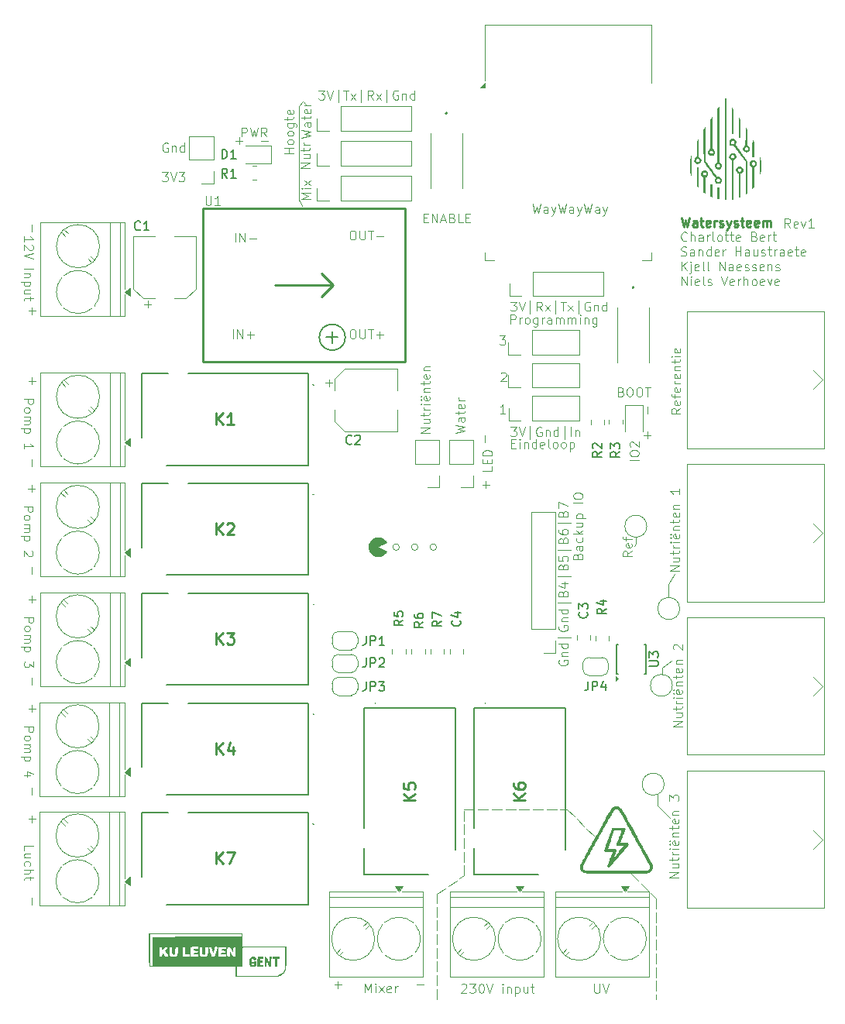
<source format=gbr>
%TF.GenerationSoftware,KiCad,Pcbnew,9.0.0*%
%TF.CreationDate,2025-03-11T10:11:04+01:00*%
%TF.ProjectId,PCB_Watersysteem,5043425f-5761-4746-9572-737973746565,rev?*%
%TF.SameCoordinates,Original*%
%TF.FileFunction,Legend,Top*%
%TF.FilePolarity,Positive*%
%FSLAX46Y46*%
G04 Gerber Fmt 4.6, Leading zero omitted, Abs format (unit mm)*
G04 Created by KiCad (PCBNEW 9.0.0) date 2025-03-11 10:11:04*
%MOMM*%
%LPD*%
G01*
G04 APERTURE LIST*
%ADD10C,0.100000*%
%ADD11C,0.125000*%
%ADD12C,0.250000*%
%ADD13C,0.150000*%
%ADD14C,0.254000*%
%ADD15C,0.120000*%
%ADD16C,0.000000*%
%ADD17C,0.200000*%
%ADD18C,0.152400*%
%ADD19C,0.228600*%
%ADD20C,0.203200*%
G04 APERTURE END LIST*
D10*
X41627580Y-108279284D02*
X42627580Y-108279284D01*
X42627580Y-108279284D02*
X42627580Y-108660236D01*
X42627580Y-108660236D02*
X42579961Y-108755474D01*
X42579961Y-108755474D02*
X42532342Y-108803093D01*
X42532342Y-108803093D02*
X42437104Y-108850712D01*
X42437104Y-108850712D02*
X42294247Y-108850712D01*
X42294247Y-108850712D02*
X42199009Y-108803093D01*
X42199009Y-108803093D02*
X42151390Y-108755474D01*
X42151390Y-108755474D02*
X42103771Y-108660236D01*
X42103771Y-108660236D02*
X42103771Y-108279284D01*
X41627580Y-109422141D02*
X41675200Y-109326903D01*
X41675200Y-109326903D02*
X41722819Y-109279284D01*
X41722819Y-109279284D02*
X41818057Y-109231665D01*
X41818057Y-109231665D02*
X42103771Y-109231665D01*
X42103771Y-109231665D02*
X42199009Y-109279284D01*
X42199009Y-109279284D02*
X42246628Y-109326903D01*
X42246628Y-109326903D02*
X42294247Y-109422141D01*
X42294247Y-109422141D02*
X42294247Y-109564998D01*
X42294247Y-109564998D02*
X42246628Y-109660236D01*
X42246628Y-109660236D02*
X42199009Y-109707855D01*
X42199009Y-109707855D02*
X42103771Y-109755474D01*
X42103771Y-109755474D02*
X41818057Y-109755474D01*
X41818057Y-109755474D02*
X41722819Y-109707855D01*
X41722819Y-109707855D02*
X41675200Y-109660236D01*
X41675200Y-109660236D02*
X41627580Y-109564998D01*
X41627580Y-109564998D02*
X41627580Y-109422141D01*
X41627580Y-110184046D02*
X42294247Y-110184046D01*
X42199009Y-110184046D02*
X42246628Y-110231665D01*
X42246628Y-110231665D02*
X42294247Y-110326903D01*
X42294247Y-110326903D02*
X42294247Y-110469760D01*
X42294247Y-110469760D02*
X42246628Y-110564998D01*
X42246628Y-110564998D02*
X42151390Y-110612617D01*
X42151390Y-110612617D02*
X41627580Y-110612617D01*
X42151390Y-110612617D02*
X42246628Y-110660236D01*
X42246628Y-110660236D02*
X42294247Y-110755474D01*
X42294247Y-110755474D02*
X42294247Y-110898331D01*
X42294247Y-110898331D02*
X42246628Y-110993570D01*
X42246628Y-110993570D02*
X42151390Y-111041189D01*
X42151390Y-111041189D02*
X41627580Y-111041189D01*
X42294247Y-111517379D02*
X41294247Y-111517379D01*
X42246628Y-111517379D02*
X42294247Y-111612617D01*
X42294247Y-111612617D02*
X42294247Y-111803093D01*
X42294247Y-111803093D02*
X42246628Y-111898331D01*
X42246628Y-111898331D02*
X42199009Y-111945950D01*
X42199009Y-111945950D02*
X42103771Y-111993569D01*
X42103771Y-111993569D02*
X41818057Y-111993569D01*
X41818057Y-111993569D02*
X41722819Y-111945950D01*
X41722819Y-111945950D02*
X41675200Y-111898331D01*
X41675200Y-111898331D02*
X41627580Y-111803093D01*
X41627580Y-111803093D02*
X41627580Y-111612617D01*
X41627580Y-111612617D02*
X41675200Y-111517379D01*
X42627580Y-113088808D02*
X42627580Y-113707855D01*
X42627580Y-113707855D02*
X42246628Y-113374522D01*
X42246628Y-113374522D02*
X42246628Y-113517379D01*
X42246628Y-113517379D02*
X42199009Y-113612617D01*
X42199009Y-113612617D02*
X42151390Y-113660236D01*
X42151390Y-113660236D02*
X42056152Y-113707855D01*
X42056152Y-113707855D02*
X41818057Y-113707855D01*
X41818057Y-113707855D02*
X41722819Y-113660236D01*
X41722819Y-113660236D02*
X41675200Y-113612617D01*
X41675200Y-113612617D02*
X41627580Y-113517379D01*
X41627580Y-113517379D02*
X41627580Y-113231665D01*
X41627580Y-113231665D02*
X41675200Y-113136427D01*
X41675200Y-113136427D02*
X41722819Y-113088808D01*
X42491466Y-115671515D02*
X42491466Y-114909611D01*
X42491466Y-106671515D02*
X42491466Y-105909611D01*
X42872419Y-106290563D02*
X42110514Y-106290563D01*
X42491466Y-127634915D02*
X42491466Y-126873011D01*
X42491466Y-118634915D02*
X42491466Y-117873011D01*
X42872419Y-118253963D02*
X42110514Y-118253963D01*
X41627580Y-120242684D02*
X42627580Y-120242684D01*
X42627580Y-120242684D02*
X42627580Y-120623636D01*
X42627580Y-120623636D02*
X42579961Y-120718874D01*
X42579961Y-120718874D02*
X42532342Y-120766493D01*
X42532342Y-120766493D02*
X42437104Y-120814112D01*
X42437104Y-120814112D02*
X42294247Y-120814112D01*
X42294247Y-120814112D02*
X42199009Y-120766493D01*
X42199009Y-120766493D02*
X42151390Y-120718874D01*
X42151390Y-120718874D02*
X42103771Y-120623636D01*
X42103771Y-120623636D02*
X42103771Y-120242684D01*
X41627580Y-121385541D02*
X41675200Y-121290303D01*
X41675200Y-121290303D02*
X41722819Y-121242684D01*
X41722819Y-121242684D02*
X41818057Y-121195065D01*
X41818057Y-121195065D02*
X42103771Y-121195065D01*
X42103771Y-121195065D02*
X42199009Y-121242684D01*
X42199009Y-121242684D02*
X42246628Y-121290303D01*
X42246628Y-121290303D02*
X42294247Y-121385541D01*
X42294247Y-121385541D02*
X42294247Y-121528398D01*
X42294247Y-121528398D02*
X42246628Y-121623636D01*
X42246628Y-121623636D02*
X42199009Y-121671255D01*
X42199009Y-121671255D02*
X42103771Y-121718874D01*
X42103771Y-121718874D02*
X41818057Y-121718874D01*
X41818057Y-121718874D02*
X41722819Y-121671255D01*
X41722819Y-121671255D02*
X41675200Y-121623636D01*
X41675200Y-121623636D02*
X41627580Y-121528398D01*
X41627580Y-121528398D02*
X41627580Y-121385541D01*
X41627580Y-122147446D02*
X42294247Y-122147446D01*
X42199009Y-122147446D02*
X42246628Y-122195065D01*
X42246628Y-122195065D02*
X42294247Y-122290303D01*
X42294247Y-122290303D02*
X42294247Y-122433160D01*
X42294247Y-122433160D02*
X42246628Y-122528398D01*
X42246628Y-122528398D02*
X42151390Y-122576017D01*
X42151390Y-122576017D02*
X41627580Y-122576017D01*
X42151390Y-122576017D02*
X42246628Y-122623636D01*
X42246628Y-122623636D02*
X42294247Y-122718874D01*
X42294247Y-122718874D02*
X42294247Y-122861731D01*
X42294247Y-122861731D02*
X42246628Y-122956970D01*
X42246628Y-122956970D02*
X42151390Y-123004589D01*
X42151390Y-123004589D02*
X41627580Y-123004589D01*
X42294247Y-123480779D02*
X41294247Y-123480779D01*
X42246628Y-123480779D02*
X42294247Y-123576017D01*
X42294247Y-123576017D02*
X42294247Y-123766493D01*
X42294247Y-123766493D02*
X42246628Y-123861731D01*
X42246628Y-123861731D02*
X42199009Y-123909350D01*
X42199009Y-123909350D02*
X42103771Y-123956969D01*
X42103771Y-123956969D02*
X41818057Y-123956969D01*
X41818057Y-123956969D02*
X41722819Y-123909350D01*
X41722819Y-123909350D02*
X41675200Y-123861731D01*
X41675200Y-123861731D02*
X41627580Y-123766493D01*
X41627580Y-123766493D02*
X41627580Y-123576017D01*
X41627580Y-123576017D02*
X41675200Y-123480779D01*
X42294247Y-125576017D02*
X41627580Y-125576017D01*
X42675200Y-125337922D02*
X41960914Y-125099827D01*
X41960914Y-125099827D02*
X41960914Y-125718874D01*
X41627580Y-133749074D02*
X41627580Y-133272884D01*
X41627580Y-133272884D02*
X42627580Y-133272884D01*
X42294247Y-134510979D02*
X41627580Y-134510979D01*
X42294247Y-134082408D02*
X41770438Y-134082408D01*
X41770438Y-134082408D02*
X41675200Y-134130027D01*
X41675200Y-134130027D02*
X41627580Y-134225265D01*
X41627580Y-134225265D02*
X41627580Y-134368122D01*
X41627580Y-134368122D02*
X41675200Y-134463360D01*
X41675200Y-134463360D02*
X41722819Y-134510979D01*
X41675200Y-135415741D02*
X41627580Y-135320503D01*
X41627580Y-135320503D02*
X41627580Y-135130027D01*
X41627580Y-135130027D02*
X41675200Y-135034789D01*
X41675200Y-135034789D02*
X41722819Y-134987170D01*
X41722819Y-134987170D02*
X41818057Y-134939551D01*
X41818057Y-134939551D02*
X42103771Y-134939551D01*
X42103771Y-134939551D02*
X42199009Y-134987170D01*
X42199009Y-134987170D02*
X42246628Y-135034789D01*
X42246628Y-135034789D02*
X42294247Y-135130027D01*
X42294247Y-135130027D02*
X42294247Y-135320503D01*
X42294247Y-135320503D02*
X42246628Y-135415741D01*
X41627580Y-135844313D02*
X42627580Y-135844313D01*
X41627580Y-136272884D02*
X42151390Y-136272884D01*
X42151390Y-136272884D02*
X42246628Y-136225265D01*
X42246628Y-136225265D02*
X42294247Y-136130027D01*
X42294247Y-136130027D02*
X42294247Y-135987170D01*
X42294247Y-135987170D02*
X42246628Y-135891932D01*
X42246628Y-135891932D02*
X42199009Y-135844313D01*
X42294247Y-136606218D02*
X42294247Y-136987170D01*
X42627580Y-136749075D02*
X41770438Y-136749075D01*
X41770438Y-136749075D02*
X41675200Y-136796694D01*
X41675200Y-136796694D02*
X41627580Y-136891932D01*
X41627580Y-136891932D02*
X41627580Y-136987170D01*
X86715600Y-100584000D02*
G75*
G02*
X85997180Y-100584000I-359210J0D01*
G01*
X85997180Y-100584000D02*
G75*
G02*
X86715600Y-100584000I359210J0D01*
G01*
X84683600Y-100584000D02*
G75*
G02*
X83965180Y-100584000I-359210J0D01*
G01*
X83965180Y-100584000D02*
G75*
G02*
X84683600Y-100584000I359210J0D01*
G01*
X82651600Y-100584000D02*
G75*
G02*
X81933180Y-100584000I-359210J0D01*
G01*
X81933180Y-100584000D02*
G75*
G02*
X82651600Y-100584000I359210J0D01*
G01*
X108000800Y-136321800D02*
X108788725Y-137089377D01*
X109075244Y-137368495D02*
X109863169Y-138136072D01*
X110149687Y-138415191D02*
X110749999Y-139000000D01*
X72100000Y-51900000D02*
X71700000Y-52400000D01*
X112100000Y-106100000D02*
X112100000Y-104600000D01*
X112100000Y-104600000D02*
X112700000Y-103500000D01*
X108500000Y-100200000D02*
X108300000Y-100500000D01*
X110750000Y-139000000D02*
X110750000Y-140100000D01*
X110750000Y-140500000D02*
X110750000Y-141600000D01*
X110750000Y-142000000D02*
X110750000Y-143100000D01*
X110750000Y-143500000D02*
X110750000Y-144600000D01*
X110750000Y-145000000D02*
X110750000Y-146100000D01*
X110750000Y-146500000D02*
X110750000Y-147600000D01*
X110750000Y-148000000D02*
X110750000Y-149100000D01*
X110750000Y-149500000D02*
X110750000Y-150000000D01*
X101000000Y-129250000D02*
X101777817Y-130027817D01*
X102060660Y-130310660D02*
X102838478Y-131088478D01*
X103121320Y-131371320D02*
X103899138Y-132149138D01*
X86750000Y-138500000D02*
X87665255Y-137889830D01*
X87998075Y-137667950D02*
X88913331Y-137057779D01*
X89246151Y-136835899D02*
X89749999Y-136500000D01*
X110900000Y-127600000D02*
X110900000Y-128800000D01*
X89750000Y-129250000D02*
X90850000Y-129250000D01*
X91250000Y-129250000D02*
X92350000Y-129250000D01*
X92750000Y-129250000D02*
X93850000Y-129250000D01*
X94250000Y-129250000D02*
X95350000Y-129250000D01*
X95750000Y-129250000D02*
X96850000Y-129250000D01*
X97250000Y-129250000D02*
X98350000Y-129250000D01*
X98750000Y-129250000D02*
X99850000Y-129250000D01*
X100250000Y-129250000D02*
X101000000Y-129250000D01*
X111400000Y-113800000D02*
X112400000Y-113000000D01*
X71750000Y-62750000D02*
X72050000Y-63350000D01*
X108500000Y-100200000D02*
X108500000Y-99500000D01*
X86750000Y-150000000D02*
X86750000Y-148900000D01*
X86750000Y-148500000D02*
X86750000Y-147400000D01*
X86750000Y-147000000D02*
X86750000Y-145900000D01*
X86750000Y-145500000D02*
X86750000Y-144400000D01*
X86750000Y-144000000D02*
X86750000Y-142900000D01*
X86750000Y-142500000D02*
X86750000Y-141400000D01*
X86750000Y-141000000D02*
X86750000Y-139900000D01*
X86750000Y-139500000D02*
X86750000Y-138500000D01*
X89750000Y-136500000D02*
X89750000Y-135400000D01*
X89750000Y-135000000D02*
X89750000Y-133900000D01*
X89750000Y-133500000D02*
X89750000Y-132400000D01*
X89750000Y-132000000D02*
X89750000Y-130900000D01*
X89750000Y-130500000D02*
X89750000Y-129400000D01*
X110900000Y-128800000D02*
X112200000Y-130200000D01*
X111400000Y-114500000D02*
X111400000Y-113800000D01*
X71700000Y-52450000D02*
X71700000Y-62750000D01*
X72872419Y-59146115D02*
X71872419Y-59146115D01*
X71872419Y-59146115D02*
X72872419Y-58574687D01*
X72872419Y-58574687D02*
X71872419Y-58574687D01*
X72205752Y-57669925D02*
X72872419Y-57669925D01*
X72205752Y-58098496D02*
X72729561Y-58098496D01*
X72729561Y-58098496D02*
X72824800Y-58050877D01*
X72824800Y-58050877D02*
X72872419Y-57955639D01*
X72872419Y-57955639D02*
X72872419Y-57812782D01*
X72872419Y-57812782D02*
X72824800Y-57717544D01*
X72824800Y-57717544D02*
X72777180Y-57669925D01*
X72205752Y-57336591D02*
X72205752Y-56955639D01*
X71872419Y-57193734D02*
X72729561Y-57193734D01*
X72729561Y-57193734D02*
X72824800Y-57146115D01*
X72824800Y-57146115D02*
X72872419Y-57050877D01*
X72872419Y-57050877D02*
X72872419Y-56955639D01*
X72872419Y-56622305D02*
X72205752Y-56622305D01*
X72396228Y-56622305D02*
X72300990Y-56574686D01*
X72300990Y-56574686D02*
X72253371Y-56527067D01*
X72253371Y-56527067D02*
X72205752Y-56431829D01*
X72205752Y-56431829D02*
X72205752Y-56336591D01*
X94803884Y-76172419D02*
X94803884Y-75172419D01*
X94803884Y-75172419D02*
X95184836Y-75172419D01*
X95184836Y-75172419D02*
X95280074Y-75220038D01*
X95280074Y-75220038D02*
X95327693Y-75267657D01*
X95327693Y-75267657D02*
X95375312Y-75362895D01*
X95375312Y-75362895D02*
X95375312Y-75505752D01*
X95375312Y-75505752D02*
X95327693Y-75600990D01*
X95327693Y-75600990D02*
X95280074Y-75648609D01*
X95280074Y-75648609D02*
X95184836Y-75696228D01*
X95184836Y-75696228D02*
X94803884Y-75696228D01*
X95803884Y-76172419D02*
X95803884Y-75505752D01*
X95803884Y-75696228D02*
X95851503Y-75600990D01*
X95851503Y-75600990D02*
X95899122Y-75553371D01*
X95899122Y-75553371D02*
X95994360Y-75505752D01*
X95994360Y-75505752D02*
X96089598Y-75505752D01*
X96565789Y-76172419D02*
X96470551Y-76124800D01*
X96470551Y-76124800D02*
X96422932Y-76077180D01*
X96422932Y-76077180D02*
X96375313Y-75981942D01*
X96375313Y-75981942D02*
X96375313Y-75696228D01*
X96375313Y-75696228D02*
X96422932Y-75600990D01*
X96422932Y-75600990D02*
X96470551Y-75553371D01*
X96470551Y-75553371D02*
X96565789Y-75505752D01*
X96565789Y-75505752D02*
X96708646Y-75505752D01*
X96708646Y-75505752D02*
X96803884Y-75553371D01*
X96803884Y-75553371D02*
X96851503Y-75600990D01*
X96851503Y-75600990D02*
X96899122Y-75696228D01*
X96899122Y-75696228D02*
X96899122Y-75981942D01*
X96899122Y-75981942D02*
X96851503Y-76077180D01*
X96851503Y-76077180D02*
X96803884Y-76124800D01*
X96803884Y-76124800D02*
X96708646Y-76172419D01*
X96708646Y-76172419D02*
X96565789Y-76172419D01*
X97756265Y-75505752D02*
X97756265Y-76315276D01*
X97756265Y-76315276D02*
X97708646Y-76410514D01*
X97708646Y-76410514D02*
X97661027Y-76458133D01*
X97661027Y-76458133D02*
X97565789Y-76505752D01*
X97565789Y-76505752D02*
X97422932Y-76505752D01*
X97422932Y-76505752D02*
X97327694Y-76458133D01*
X97756265Y-76124800D02*
X97661027Y-76172419D01*
X97661027Y-76172419D02*
X97470551Y-76172419D01*
X97470551Y-76172419D02*
X97375313Y-76124800D01*
X97375313Y-76124800D02*
X97327694Y-76077180D01*
X97327694Y-76077180D02*
X97280075Y-75981942D01*
X97280075Y-75981942D02*
X97280075Y-75696228D01*
X97280075Y-75696228D02*
X97327694Y-75600990D01*
X97327694Y-75600990D02*
X97375313Y-75553371D01*
X97375313Y-75553371D02*
X97470551Y-75505752D01*
X97470551Y-75505752D02*
X97661027Y-75505752D01*
X97661027Y-75505752D02*
X97756265Y-75553371D01*
X98232456Y-76172419D02*
X98232456Y-75505752D01*
X98232456Y-75696228D02*
X98280075Y-75600990D01*
X98280075Y-75600990D02*
X98327694Y-75553371D01*
X98327694Y-75553371D02*
X98422932Y-75505752D01*
X98422932Y-75505752D02*
X98518170Y-75505752D01*
X99280075Y-76172419D02*
X99280075Y-75648609D01*
X99280075Y-75648609D02*
X99232456Y-75553371D01*
X99232456Y-75553371D02*
X99137218Y-75505752D01*
X99137218Y-75505752D02*
X98946742Y-75505752D01*
X98946742Y-75505752D02*
X98851504Y-75553371D01*
X99280075Y-76124800D02*
X99184837Y-76172419D01*
X99184837Y-76172419D02*
X98946742Y-76172419D01*
X98946742Y-76172419D02*
X98851504Y-76124800D01*
X98851504Y-76124800D02*
X98803885Y-76029561D01*
X98803885Y-76029561D02*
X98803885Y-75934323D01*
X98803885Y-75934323D02*
X98851504Y-75839085D01*
X98851504Y-75839085D02*
X98946742Y-75791466D01*
X98946742Y-75791466D02*
X99184837Y-75791466D01*
X99184837Y-75791466D02*
X99280075Y-75743847D01*
X99756266Y-76172419D02*
X99756266Y-75505752D01*
X99756266Y-75600990D02*
X99803885Y-75553371D01*
X99803885Y-75553371D02*
X99899123Y-75505752D01*
X99899123Y-75505752D02*
X100041980Y-75505752D01*
X100041980Y-75505752D02*
X100137218Y-75553371D01*
X100137218Y-75553371D02*
X100184837Y-75648609D01*
X100184837Y-75648609D02*
X100184837Y-76172419D01*
X100184837Y-75648609D02*
X100232456Y-75553371D01*
X100232456Y-75553371D02*
X100327694Y-75505752D01*
X100327694Y-75505752D02*
X100470551Y-75505752D01*
X100470551Y-75505752D02*
X100565790Y-75553371D01*
X100565790Y-75553371D02*
X100613409Y-75648609D01*
X100613409Y-75648609D02*
X100613409Y-76172419D01*
X101089599Y-76172419D02*
X101089599Y-75505752D01*
X101089599Y-75600990D02*
X101137218Y-75553371D01*
X101137218Y-75553371D02*
X101232456Y-75505752D01*
X101232456Y-75505752D02*
X101375313Y-75505752D01*
X101375313Y-75505752D02*
X101470551Y-75553371D01*
X101470551Y-75553371D02*
X101518170Y-75648609D01*
X101518170Y-75648609D02*
X101518170Y-76172419D01*
X101518170Y-75648609D02*
X101565789Y-75553371D01*
X101565789Y-75553371D02*
X101661027Y-75505752D01*
X101661027Y-75505752D02*
X101803884Y-75505752D01*
X101803884Y-75505752D02*
X101899123Y-75553371D01*
X101899123Y-75553371D02*
X101946742Y-75648609D01*
X101946742Y-75648609D02*
X101946742Y-76172419D01*
X102422932Y-76172419D02*
X102422932Y-75505752D01*
X102422932Y-75172419D02*
X102375313Y-75220038D01*
X102375313Y-75220038D02*
X102422932Y-75267657D01*
X102422932Y-75267657D02*
X102470551Y-75220038D01*
X102470551Y-75220038D02*
X102422932Y-75172419D01*
X102422932Y-75172419D02*
X102422932Y-75267657D01*
X102899122Y-75505752D02*
X102899122Y-76172419D01*
X102899122Y-75600990D02*
X102946741Y-75553371D01*
X102946741Y-75553371D02*
X103041979Y-75505752D01*
X103041979Y-75505752D02*
X103184836Y-75505752D01*
X103184836Y-75505752D02*
X103280074Y-75553371D01*
X103280074Y-75553371D02*
X103327693Y-75648609D01*
X103327693Y-75648609D02*
X103327693Y-76172419D01*
X104232455Y-75505752D02*
X104232455Y-76315276D01*
X104232455Y-76315276D02*
X104184836Y-76410514D01*
X104184836Y-76410514D02*
X104137217Y-76458133D01*
X104137217Y-76458133D02*
X104041979Y-76505752D01*
X104041979Y-76505752D02*
X103899122Y-76505752D01*
X103899122Y-76505752D02*
X103803884Y-76458133D01*
X104232455Y-76124800D02*
X104137217Y-76172419D01*
X104137217Y-76172419D02*
X103946741Y-76172419D01*
X103946741Y-76172419D02*
X103851503Y-76124800D01*
X103851503Y-76124800D02*
X103803884Y-76077180D01*
X103803884Y-76077180D02*
X103756265Y-75981942D01*
X103756265Y-75981942D02*
X103756265Y-75696228D01*
X103756265Y-75696228D02*
X103803884Y-75600990D01*
X103803884Y-75600990D02*
X103851503Y-75553371D01*
X103851503Y-75553371D02*
X103946741Y-75505752D01*
X103946741Y-75505752D02*
X104137217Y-75505752D01*
X104137217Y-75505752D02*
X104232455Y-75553371D01*
X57327693Y-56450150D02*
X57232455Y-56402531D01*
X57232455Y-56402531D02*
X57089598Y-56402531D01*
X57089598Y-56402531D02*
X56946741Y-56450150D01*
X56946741Y-56450150D02*
X56851503Y-56545388D01*
X56851503Y-56545388D02*
X56803884Y-56640626D01*
X56803884Y-56640626D02*
X56756265Y-56831102D01*
X56756265Y-56831102D02*
X56756265Y-56973959D01*
X56756265Y-56973959D02*
X56803884Y-57164435D01*
X56803884Y-57164435D02*
X56851503Y-57259673D01*
X56851503Y-57259673D02*
X56946741Y-57354912D01*
X56946741Y-57354912D02*
X57089598Y-57402531D01*
X57089598Y-57402531D02*
X57184836Y-57402531D01*
X57184836Y-57402531D02*
X57327693Y-57354912D01*
X57327693Y-57354912D02*
X57375312Y-57307292D01*
X57375312Y-57307292D02*
X57375312Y-56973959D01*
X57375312Y-56973959D02*
X57184836Y-56973959D01*
X57803884Y-56735864D02*
X57803884Y-57402531D01*
X57803884Y-56831102D02*
X57851503Y-56783483D01*
X57851503Y-56783483D02*
X57946741Y-56735864D01*
X57946741Y-56735864D02*
X58089598Y-56735864D01*
X58089598Y-56735864D02*
X58184836Y-56783483D01*
X58184836Y-56783483D02*
X58232455Y-56878721D01*
X58232455Y-56878721D02*
X58232455Y-57402531D01*
X59137217Y-57402531D02*
X59137217Y-56402531D01*
X59137217Y-57354912D02*
X59041979Y-57402531D01*
X59041979Y-57402531D02*
X58851503Y-57402531D01*
X58851503Y-57402531D02*
X58756265Y-57354912D01*
X58756265Y-57354912D02*
X58708646Y-57307292D01*
X58708646Y-57307292D02*
X58661027Y-57212054D01*
X58661027Y-57212054D02*
X58661027Y-56926340D01*
X58661027Y-56926340D02*
X58708646Y-56831102D01*
X58708646Y-56831102D02*
X58756265Y-56783483D01*
X58756265Y-56783483D02*
X58851503Y-56735864D01*
X58851503Y-56735864D02*
X59041979Y-56735864D01*
X59041979Y-56735864D02*
X59137217Y-56783483D01*
X56708646Y-59622419D02*
X57327693Y-59622419D01*
X57327693Y-59622419D02*
X56994360Y-60003371D01*
X56994360Y-60003371D02*
X57137217Y-60003371D01*
X57137217Y-60003371D02*
X57232455Y-60050990D01*
X57232455Y-60050990D02*
X57280074Y-60098609D01*
X57280074Y-60098609D02*
X57327693Y-60193847D01*
X57327693Y-60193847D02*
X57327693Y-60431942D01*
X57327693Y-60431942D02*
X57280074Y-60527180D01*
X57280074Y-60527180D02*
X57232455Y-60574800D01*
X57232455Y-60574800D02*
X57137217Y-60622419D01*
X57137217Y-60622419D02*
X56851503Y-60622419D01*
X56851503Y-60622419D02*
X56756265Y-60574800D01*
X56756265Y-60574800D02*
X56708646Y-60527180D01*
X57613408Y-59622419D02*
X57946741Y-60622419D01*
X57946741Y-60622419D02*
X58280074Y-59622419D01*
X58518170Y-59622419D02*
X59137217Y-59622419D01*
X59137217Y-59622419D02*
X58803884Y-60003371D01*
X58803884Y-60003371D02*
X58946741Y-60003371D01*
X58946741Y-60003371D02*
X59041979Y-60050990D01*
X59041979Y-60050990D02*
X59089598Y-60098609D01*
X59089598Y-60098609D02*
X59137217Y-60193847D01*
X59137217Y-60193847D02*
X59137217Y-60431942D01*
X59137217Y-60431942D02*
X59089598Y-60527180D01*
X59089598Y-60527180D02*
X59041979Y-60574800D01*
X59041979Y-60574800D02*
X58946741Y-60622419D01*
X58946741Y-60622419D02*
X58661027Y-60622419D01*
X58661027Y-60622419D02*
X58565789Y-60574800D01*
X58565789Y-60574800D02*
X58518170Y-60527180D01*
X42486733Y-65366941D02*
X42486733Y-66128846D01*
X108072419Y-101024687D02*
X107596228Y-101358020D01*
X108072419Y-101596115D02*
X107072419Y-101596115D01*
X107072419Y-101596115D02*
X107072419Y-101215163D01*
X107072419Y-101215163D02*
X107120038Y-101119925D01*
X107120038Y-101119925D02*
X107167657Y-101072306D01*
X107167657Y-101072306D02*
X107262895Y-101024687D01*
X107262895Y-101024687D02*
X107405752Y-101024687D01*
X107405752Y-101024687D02*
X107500990Y-101072306D01*
X107500990Y-101072306D02*
X107548609Y-101119925D01*
X107548609Y-101119925D02*
X107596228Y-101215163D01*
X107596228Y-101215163D02*
X107596228Y-101596115D01*
X108024800Y-100215163D02*
X108072419Y-100310401D01*
X108072419Y-100310401D02*
X108072419Y-100500877D01*
X108072419Y-100500877D02*
X108024800Y-100596115D01*
X108024800Y-100596115D02*
X107929561Y-100643734D01*
X107929561Y-100643734D02*
X107548609Y-100643734D01*
X107548609Y-100643734D02*
X107453371Y-100596115D01*
X107453371Y-100596115D02*
X107405752Y-100500877D01*
X107405752Y-100500877D02*
X107405752Y-100310401D01*
X107405752Y-100310401D02*
X107453371Y-100215163D01*
X107453371Y-100215163D02*
X107548609Y-100167544D01*
X107548609Y-100167544D02*
X107643847Y-100167544D01*
X107643847Y-100167544D02*
X107739085Y-100643734D01*
X107405752Y-99881829D02*
X107405752Y-99500877D01*
X108072419Y-99738972D02*
X107215276Y-99738972D01*
X107215276Y-99738972D02*
X107120038Y-99691353D01*
X107120038Y-99691353D02*
X107072419Y-99596115D01*
X107072419Y-99596115D02*
X107072419Y-99500877D01*
X42444266Y-94555715D02*
X42444266Y-93793811D01*
X42825219Y-94174763D02*
X42063314Y-94174763D01*
X72972419Y-62546115D02*
X71972419Y-62546115D01*
X71972419Y-62546115D02*
X72686704Y-62212782D01*
X72686704Y-62212782D02*
X71972419Y-61879449D01*
X71972419Y-61879449D02*
X72972419Y-61879449D01*
X72972419Y-61403258D02*
X72305752Y-61403258D01*
X71972419Y-61403258D02*
X72020038Y-61450877D01*
X72020038Y-61450877D02*
X72067657Y-61403258D01*
X72067657Y-61403258D02*
X72020038Y-61355639D01*
X72020038Y-61355639D02*
X71972419Y-61403258D01*
X71972419Y-61403258D02*
X72067657Y-61403258D01*
X72972419Y-61022306D02*
X72305752Y-60498497D01*
X72305752Y-61022306D02*
X72972419Y-60498497D01*
X41605780Y-84403284D02*
X42605780Y-84403284D01*
X42605780Y-84403284D02*
X42605780Y-84784236D01*
X42605780Y-84784236D02*
X42558161Y-84879474D01*
X42558161Y-84879474D02*
X42510542Y-84927093D01*
X42510542Y-84927093D02*
X42415304Y-84974712D01*
X42415304Y-84974712D02*
X42272447Y-84974712D01*
X42272447Y-84974712D02*
X42177209Y-84927093D01*
X42177209Y-84927093D02*
X42129590Y-84879474D01*
X42129590Y-84879474D02*
X42081971Y-84784236D01*
X42081971Y-84784236D02*
X42081971Y-84403284D01*
X41605780Y-85546141D02*
X41653400Y-85450903D01*
X41653400Y-85450903D02*
X41701019Y-85403284D01*
X41701019Y-85403284D02*
X41796257Y-85355665D01*
X41796257Y-85355665D02*
X42081971Y-85355665D01*
X42081971Y-85355665D02*
X42177209Y-85403284D01*
X42177209Y-85403284D02*
X42224828Y-85450903D01*
X42224828Y-85450903D02*
X42272447Y-85546141D01*
X42272447Y-85546141D02*
X42272447Y-85688998D01*
X42272447Y-85688998D02*
X42224828Y-85784236D01*
X42224828Y-85784236D02*
X42177209Y-85831855D01*
X42177209Y-85831855D02*
X42081971Y-85879474D01*
X42081971Y-85879474D02*
X41796257Y-85879474D01*
X41796257Y-85879474D02*
X41701019Y-85831855D01*
X41701019Y-85831855D02*
X41653400Y-85784236D01*
X41653400Y-85784236D02*
X41605780Y-85688998D01*
X41605780Y-85688998D02*
X41605780Y-85546141D01*
X41605780Y-86308046D02*
X42272447Y-86308046D01*
X42177209Y-86308046D02*
X42224828Y-86355665D01*
X42224828Y-86355665D02*
X42272447Y-86450903D01*
X42272447Y-86450903D02*
X42272447Y-86593760D01*
X42272447Y-86593760D02*
X42224828Y-86688998D01*
X42224828Y-86688998D02*
X42129590Y-86736617D01*
X42129590Y-86736617D02*
X41605780Y-86736617D01*
X42129590Y-86736617D02*
X42224828Y-86784236D01*
X42224828Y-86784236D02*
X42272447Y-86879474D01*
X42272447Y-86879474D02*
X42272447Y-87022331D01*
X42272447Y-87022331D02*
X42224828Y-87117570D01*
X42224828Y-87117570D02*
X42129590Y-87165189D01*
X42129590Y-87165189D02*
X41605780Y-87165189D01*
X42272447Y-87641379D02*
X41272447Y-87641379D01*
X42224828Y-87641379D02*
X42272447Y-87736617D01*
X42272447Y-87736617D02*
X42272447Y-87927093D01*
X42272447Y-87927093D02*
X42224828Y-88022331D01*
X42224828Y-88022331D02*
X42177209Y-88069950D01*
X42177209Y-88069950D02*
X42081971Y-88117569D01*
X42081971Y-88117569D02*
X41796257Y-88117569D01*
X41796257Y-88117569D02*
X41701019Y-88069950D01*
X41701019Y-88069950D02*
X41653400Y-88022331D01*
X41653400Y-88022331D02*
X41605780Y-87927093D01*
X41605780Y-87927093D02*
X41605780Y-87736617D01*
X41605780Y-87736617D02*
X41653400Y-87641379D01*
X41605780Y-89831855D02*
X41605780Y-89260427D01*
X41605780Y-89546141D02*
X42605780Y-89546141D01*
X42605780Y-89546141D02*
X42462923Y-89450903D01*
X42462923Y-89450903D02*
X42367685Y-89355665D01*
X42367685Y-89355665D02*
X42320066Y-89260427D01*
X113372419Y-85424687D02*
X112896228Y-85758020D01*
X113372419Y-85996115D02*
X112372419Y-85996115D01*
X112372419Y-85996115D02*
X112372419Y-85615163D01*
X112372419Y-85615163D02*
X112420038Y-85519925D01*
X112420038Y-85519925D02*
X112467657Y-85472306D01*
X112467657Y-85472306D02*
X112562895Y-85424687D01*
X112562895Y-85424687D02*
X112705752Y-85424687D01*
X112705752Y-85424687D02*
X112800990Y-85472306D01*
X112800990Y-85472306D02*
X112848609Y-85519925D01*
X112848609Y-85519925D02*
X112896228Y-85615163D01*
X112896228Y-85615163D02*
X112896228Y-85996115D01*
X113324800Y-84615163D02*
X113372419Y-84710401D01*
X113372419Y-84710401D02*
X113372419Y-84900877D01*
X113372419Y-84900877D02*
X113324800Y-84996115D01*
X113324800Y-84996115D02*
X113229561Y-85043734D01*
X113229561Y-85043734D02*
X112848609Y-85043734D01*
X112848609Y-85043734D02*
X112753371Y-84996115D01*
X112753371Y-84996115D02*
X112705752Y-84900877D01*
X112705752Y-84900877D02*
X112705752Y-84710401D01*
X112705752Y-84710401D02*
X112753371Y-84615163D01*
X112753371Y-84615163D02*
X112848609Y-84567544D01*
X112848609Y-84567544D02*
X112943847Y-84567544D01*
X112943847Y-84567544D02*
X113039085Y-85043734D01*
X112705752Y-84281829D02*
X112705752Y-83900877D01*
X113372419Y-84138972D02*
X112515276Y-84138972D01*
X112515276Y-84138972D02*
X112420038Y-84091353D01*
X112420038Y-84091353D02*
X112372419Y-83996115D01*
X112372419Y-83996115D02*
X112372419Y-83900877D01*
X113324800Y-83186591D02*
X113372419Y-83281829D01*
X113372419Y-83281829D02*
X113372419Y-83472305D01*
X113372419Y-83472305D02*
X113324800Y-83567543D01*
X113324800Y-83567543D02*
X113229561Y-83615162D01*
X113229561Y-83615162D02*
X112848609Y-83615162D01*
X112848609Y-83615162D02*
X112753371Y-83567543D01*
X112753371Y-83567543D02*
X112705752Y-83472305D01*
X112705752Y-83472305D02*
X112705752Y-83281829D01*
X112705752Y-83281829D02*
X112753371Y-83186591D01*
X112753371Y-83186591D02*
X112848609Y-83138972D01*
X112848609Y-83138972D02*
X112943847Y-83138972D01*
X112943847Y-83138972D02*
X113039085Y-83615162D01*
X113372419Y-82710400D02*
X112705752Y-82710400D01*
X112896228Y-82710400D02*
X112800990Y-82662781D01*
X112800990Y-82662781D02*
X112753371Y-82615162D01*
X112753371Y-82615162D02*
X112705752Y-82519924D01*
X112705752Y-82519924D02*
X112705752Y-82424686D01*
X113324800Y-81710400D02*
X113372419Y-81805638D01*
X113372419Y-81805638D02*
X113372419Y-81996114D01*
X113372419Y-81996114D02*
X113324800Y-82091352D01*
X113324800Y-82091352D02*
X113229561Y-82138971D01*
X113229561Y-82138971D02*
X112848609Y-82138971D01*
X112848609Y-82138971D02*
X112753371Y-82091352D01*
X112753371Y-82091352D02*
X112705752Y-81996114D01*
X112705752Y-81996114D02*
X112705752Y-81805638D01*
X112705752Y-81805638D02*
X112753371Y-81710400D01*
X112753371Y-81710400D02*
X112848609Y-81662781D01*
X112848609Y-81662781D02*
X112943847Y-81662781D01*
X112943847Y-81662781D02*
X113039085Y-82138971D01*
X112705752Y-81234209D02*
X113372419Y-81234209D01*
X112800990Y-81234209D02*
X112753371Y-81186590D01*
X112753371Y-81186590D02*
X112705752Y-81091352D01*
X112705752Y-81091352D02*
X112705752Y-80948495D01*
X112705752Y-80948495D02*
X112753371Y-80853257D01*
X112753371Y-80853257D02*
X112848609Y-80805638D01*
X112848609Y-80805638D02*
X113372419Y-80805638D01*
X112705752Y-80472304D02*
X112705752Y-80091352D01*
X112372419Y-80329447D02*
X113229561Y-80329447D01*
X113229561Y-80329447D02*
X113324800Y-80281828D01*
X113324800Y-80281828D02*
X113372419Y-80186590D01*
X113372419Y-80186590D02*
X113372419Y-80091352D01*
X113372419Y-79758018D02*
X112705752Y-79758018D01*
X112372419Y-79758018D02*
X112420038Y-79805637D01*
X112420038Y-79805637D02*
X112467657Y-79758018D01*
X112467657Y-79758018D02*
X112420038Y-79710399D01*
X112420038Y-79710399D02*
X112372419Y-79758018D01*
X112372419Y-79758018D02*
X112467657Y-79758018D01*
X113324800Y-78900876D02*
X113372419Y-78996114D01*
X113372419Y-78996114D02*
X113372419Y-79186590D01*
X113372419Y-79186590D02*
X113324800Y-79281828D01*
X113324800Y-79281828D02*
X113229561Y-79329447D01*
X113229561Y-79329447D02*
X112848609Y-79329447D01*
X112848609Y-79329447D02*
X112753371Y-79281828D01*
X112753371Y-79281828D02*
X112705752Y-79186590D01*
X112705752Y-79186590D02*
X112705752Y-78996114D01*
X112705752Y-78996114D02*
X112753371Y-78900876D01*
X112753371Y-78900876D02*
X112848609Y-78853257D01*
X112848609Y-78853257D02*
X112943847Y-78853257D01*
X112943847Y-78853257D02*
X113039085Y-79329447D01*
X94227693Y-85972419D02*
X93656265Y-85972419D01*
X93941979Y-85972419D02*
X93941979Y-84972419D01*
X93941979Y-84972419D02*
X93846741Y-85115276D01*
X93846741Y-85115276D02*
X93751503Y-85210514D01*
X93751503Y-85210514D02*
X93656265Y-85258133D01*
X97208646Y-63072419D02*
X97446741Y-64072419D01*
X97446741Y-64072419D02*
X97637217Y-63358133D01*
X97637217Y-63358133D02*
X97827693Y-64072419D01*
X97827693Y-64072419D02*
X98065789Y-63072419D01*
X98875312Y-64072419D02*
X98875312Y-63548609D01*
X98875312Y-63548609D02*
X98827693Y-63453371D01*
X98827693Y-63453371D02*
X98732455Y-63405752D01*
X98732455Y-63405752D02*
X98541979Y-63405752D01*
X98541979Y-63405752D02*
X98446741Y-63453371D01*
X98875312Y-64024800D02*
X98780074Y-64072419D01*
X98780074Y-64072419D02*
X98541979Y-64072419D01*
X98541979Y-64072419D02*
X98446741Y-64024800D01*
X98446741Y-64024800D02*
X98399122Y-63929561D01*
X98399122Y-63929561D02*
X98399122Y-63834323D01*
X98399122Y-63834323D02*
X98446741Y-63739085D01*
X98446741Y-63739085D02*
X98541979Y-63691466D01*
X98541979Y-63691466D02*
X98780074Y-63691466D01*
X98780074Y-63691466D02*
X98875312Y-63643847D01*
X99256265Y-63405752D02*
X99494360Y-64072419D01*
X99732455Y-63405752D02*
X99494360Y-64072419D01*
X99494360Y-64072419D02*
X99399122Y-64310514D01*
X99399122Y-64310514D02*
X99351503Y-64358133D01*
X99351503Y-64358133D02*
X99256265Y-64405752D01*
X100018170Y-63072419D02*
X100256265Y-64072419D01*
X100256265Y-64072419D02*
X100446741Y-63358133D01*
X100446741Y-63358133D02*
X100637217Y-64072419D01*
X100637217Y-64072419D02*
X100875313Y-63072419D01*
X101684836Y-64072419D02*
X101684836Y-63548609D01*
X101684836Y-63548609D02*
X101637217Y-63453371D01*
X101637217Y-63453371D02*
X101541979Y-63405752D01*
X101541979Y-63405752D02*
X101351503Y-63405752D01*
X101351503Y-63405752D02*
X101256265Y-63453371D01*
X101684836Y-64024800D02*
X101589598Y-64072419D01*
X101589598Y-64072419D02*
X101351503Y-64072419D01*
X101351503Y-64072419D02*
X101256265Y-64024800D01*
X101256265Y-64024800D02*
X101208646Y-63929561D01*
X101208646Y-63929561D02*
X101208646Y-63834323D01*
X101208646Y-63834323D02*
X101256265Y-63739085D01*
X101256265Y-63739085D02*
X101351503Y-63691466D01*
X101351503Y-63691466D02*
X101589598Y-63691466D01*
X101589598Y-63691466D02*
X101684836Y-63643847D01*
X102065789Y-63405752D02*
X102303884Y-64072419D01*
X102541979Y-63405752D02*
X102303884Y-64072419D01*
X102303884Y-64072419D02*
X102208646Y-64310514D01*
X102208646Y-64310514D02*
X102161027Y-64358133D01*
X102161027Y-64358133D02*
X102065789Y-64405752D01*
X102827694Y-63072419D02*
X103065789Y-64072419D01*
X103065789Y-64072419D02*
X103256265Y-63358133D01*
X103256265Y-63358133D02*
X103446741Y-64072419D01*
X103446741Y-64072419D02*
X103684837Y-63072419D01*
X104494360Y-64072419D02*
X104494360Y-63548609D01*
X104494360Y-63548609D02*
X104446741Y-63453371D01*
X104446741Y-63453371D02*
X104351503Y-63405752D01*
X104351503Y-63405752D02*
X104161027Y-63405752D01*
X104161027Y-63405752D02*
X104065789Y-63453371D01*
X104494360Y-64024800D02*
X104399122Y-64072419D01*
X104399122Y-64072419D02*
X104161027Y-64072419D01*
X104161027Y-64072419D02*
X104065789Y-64024800D01*
X104065789Y-64024800D02*
X104018170Y-63929561D01*
X104018170Y-63929561D02*
X104018170Y-63834323D01*
X104018170Y-63834323D02*
X104065789Y-63739085D01*
X104065789Y-63739085D02*
X104161027Y-63691466D01*
X104161027Y-63691466D02*
X104399122Y-63691466D01*
X104399122Y-63691466D02*
X104494360Y-63643847D01*
X104875313Y-63405752D02*
X105113408Y-64072419D01*
X105351503Y-63405752D02*
X105113408Y-64072419D01*
X105113408Y-64072419D02*
X105018170Y-64310514D01*
X105018170Y-64310514D02*
X104970551Y-64358133D01*
X104970551Y-64358133D02*
X104875313Y-64405752D01*
X94903884Y-89248609D02*
X95237217Y-89248609D01*
X95380074Y-89772419D02*
X94903884Y-89772419D01*
X94903884Y-89772419D02*
X94903884Y-88772419D01*
X94903884Y-88772419D02*
X95380074Y-88772419D01*
X95808646Y-89772419D02*
X95808646Y-89105752D01*
X95808646Y-88772419D02*
X95761027Y-88820038D01*
X95761027Y-88820038D02*
X95808646Y-88867657D01*
X95808646Y-88867657D02*
X95856265Y-88820038D01*
X95856265Y-88820038D02*
X95808646Y-88772419D01*
X95808646Y-88772419D02*
X95808646Y-88867657D01*
X96284836Y-89105752D02*
X96284836Y-89772419D01*
X96284836Y-89200990D02*
X96332455Y-89153371D01*
X96332455Y-89153371D02*
X96427693Y-89105752D01*
X96427693Y-89105752D02*
X96570550Y-89105752D01*
X96570550Y-89105752D02*
X96665788Y-89153371D01*
X96665788Y-89153371D02*
X96713407Y-89248609D01*
X96713407Y-89248609D02*
X96713407Y-89772419D01*
X97618169Y-89772419D02*
X97618169Y-88772419D01*
X97618169Y-89724800D02*
X97522931Y-89772419D01*
X97522931Y-89772419D02*
X97332455Y-89772419D01*
X97332455Y-89772419D02*
X97237217Y-89724800D01*
X97237217Y-89724800D02*
X97189598Y-89677180D01*
X97189598Y-89677180D02*
X97141979Y-89581942D01*
X97141979Y-89581942D02*
X97141979Y-89296228D01*
X97141979Y-89296228D02*
X97189598Y-89200990D01*
X97189598Y-89200990D02*
X97237217Y-89153371D01*
X97237217Y-89153371D02*
X97332455Y-89105752D01*
X97332455Y-89105752D02*
X97522931Y-89105752D01*
X97522931Y-89105752D02*
X97618169Y-89153371D01*
X98475312Y-89724800D02*
X98380074Y-89772419D01*
X98380074Y-89772419D02*
X98189598Y-89772419D01*
X98189598Y-89772419D02*
X98094360Y-89724800D01*
X98094360Y-89724800D02*
X98046741Y-89629561D01*
X98046741Y-89629561D02*
X98046741Y-89248609D01*
X98046741Y-89248609D02*
X98094360Y-89153371D01*
X98094360Y-89153371D02*
X98189598Y-89105752D01*
X98189598Y-89105752D02*
X98380074Y-89105752D01*
X98380074Y-89105752D02*
X98475312Y-89153371D01*
X98475312Y-89153371D02*
X98522931Y-89248609D01*
X98522931Y-89248609D02*
X98522931Y-89343847D01*
X98522931Y-89343847D02*
X98046741Y-89439085D01*
X99094360Y-89772419D02*
X98999122Y-89724800D01*
X98999122Y-89724800D02*
X98951503Y-89629561D01*
X98951503Y-89629561D02*
X98951503Y-88772419D01*
X99618170Y-89772419D02*
X99522932Y-89724800D01*
X99522932Y-89724800D02*
X99475313Y-89677180D01*
X99475313Y-89677180D02*
X99427694Y-89581942D01*
X99427694Y-89581942D02*
X99427694Y-89296228D01*
X99427694Y-89296228D02*
X99475313Y-89200990D01*
X99475313Y-89200990D02*
X99522932Y-89153371D01*
X99522932Y-89153371D02*
X99618170Y-89105752D01*
X99618170Y-89105752D02*
X99761027Y-89105752D01*
X99761027Y-89105752D02*
X99856265Y-89153371D01*
X99856265Y-89153371D02*
X99903884Y-89200990D01*
X99903884Y-89200990D02*
X99951503Y-89296228D01*
X99951503Y-89296228D02*
X99951503Y-89581942D01*
X99951503Y-89581942D02*
X99903884Y-89677180D01*
X99903884Y-89677180D02*
X99856265Y-89724800D01*
X99856265Y-89724800D02*
X99761027Y-89772419D01*
X99761027Y-89772419D02*
X99618170Y-89772419D01*
X100522932Y-89772419D02*
X100427694Y-89724800D01*
X100427694Y-89724800D02*
X100380075Y-89677180D01*
X100380075Y-89677180D02*
X100332456Y-89581942D01*
X100332456Y-89581942D02*
X100332456Y-89296228D01*
X100332456Y-89296228D02*
X100380075Y-89200990D01*
X100380075Y-89200990D02*
X100427694Y-89153371D01*
X100427694Y-89153371D02*
X100522932Y-89105752D01*
X100522932Y-89105752D02*
X100665789Y-89105752D01*
X100665789Y-89105752D02*
X100761027Y-89153371D01*
X100761027Y-89153371D02*
X100808646Y-89200990D01*
X100808646Y-89200990D02*
X100856265Y-89296228D01*
X100856265Y-89296228D02*
X100856265Y-89581942D01*
X100856265Y-89581942D02*
X100808646Y-89677180D01*
X100808646Y-89677180D02*
X100761027Y-89724800D01*
X100761027Y-89724800D02*
X100665789Y-89772419D01*
X100665789Y-89772419D02*
X100522932Y-89772419D01*
X101284837Y-89105752D02*
X101284837Y-90105752D01*
X101284837Y-89153371D02*
X101380075Y-89105752D01*
X101380075Y-89105752D02*
X101570551Y-89105752D01*
X101570551Y-89105752D02*
X101665789Y-89153371D01*
X101665789Y-89153371D02*
X101713408Y-89200990D01*
X101713408Y-89200990D02*
X101761027Y-89296228D01*
X101761027Y-89296228D02*
X101761027Y-89581942D01*
X101761027Y-89581942D02*
X101713408Y-89677180D01*
X101713408Y-89677180D02*
X101665789Y-89724800D01*
X101665789Y-89724800D02*
X101570551Y-89772419D01*
X101570551Y-89772419D02*
X101380075Y-89772419D01*
X101380075Y-89772419D02*
X101284837Y-89724800D01*
X109768533Y-85203884D02*
X109768533Y-85965789D01*
X109768533Y-87965789D02*
X109768533Y-88727694D01*
X109387580Y-88346741D02*
X110149485Y-88346741D01*
X114075312Y-67047348D02*
X114027693Y-67094968D01*
X114027693Y-67094968D02*
X113884836Y-67142587D01*
X113884836Y-67142587D02*
X113789598Y-67142587D01*
X113789598Y-67142587D02*
X113646741Y-67094968D01*
X113646741Y-67094968D02*
X113551503Y-66999729D01*
X113551503Y-66999729D02*
X113503884Y-66904491D01*
X113503884Y-66904491D02*
X113456265Y-66714015D01*
X113456265Y-66714015D02*
X113456265Y-66571158D01*
X113456265Y-66571158D02*
X113503884Y-66380682D01*
X113503884Y-66380682D02*
X113551503Y-66285444D01*
X113551503Y-66285444D02*
X113646741Y-66190206D01*
X113646741Y-66190206D02*
X113789598Y-66142587D01*
X113789598Y-66142587D02*
X113884836Y-66142587D01*
X113884836Y-66142587D02*
X114027693Y-66190206D01*
X114027693Y-66190206D02*
X114075312Y-66237825D01*
X114503884Y-67142587D02*
X114503884Y-66142587D01*
X114932455Y-67142587D02*
X114932455Y-66618777D01*
X114932455Y-66618777D02*
X114884836Y-66523539D01*
X114884836Y-66523539D02*
X114789598Y-66475920D01*
X114789598Y-66475920D02*
X114646741Y-66475920D01*
X114646741Y-66475920D02*
X114551503Y-66523539D01*
X114551503Y-66523539D02*
X114503884Y-66571158D01*
X115837217Y-67142587D02*
X115837217Y-66618777D01*
X115837217Y-66618777D02*
X115789598Y-66523539D01*
X115789598Y-66523539D02*
X115694360Y-66475920D01*
X115694360Y-66475920D02*
X115503884Y-66475920D01*
X115503884Y-66475920D02*
X115408646Y-66523539D01*
X115837217Y-67094968D02*
X115741979Y-67142587D01*
X115741979Y-67142587D02*
X115503884Y-67142587D01*
X115503884Y-67142587D02*
X115408646Y-67094968D01*
X115408646Y-67094968D02*
X115361027Y-66999729D01*
X115361027Y-66999729D02*
X115361027Y-66904491D01*
X115361027Y-66904491D02*
X115408646Y-66809253D01*
X115408646Y-66809253D02*
X115503884Y-66761634D01*
X115503884Y-66761634D02*
X115741979Y-66761634D01*
X115741979Y-66761634D02*
X115837217Y-66714015D01*
X116313408Y-67142587D02*
X116313408Y-66475920D01*
X116313408Y-66666396D02*
X116361027Y-66571158D01*
X116361027Y-66571158D02*
X116408646Y-66523539D01*
X116408646Y-66523539D02*
X116503884Y-66475920D01*
X116503884Y-66475920D02*
X116599122Y-66475920D01*
X117075313Y-67142587D02*
X116980075Y-67094968D01*
X116980075Y-67094968D02*
X116932456Y-66999729D01*
X116932456Y-66999729D02*
X116932456Y-66142587D01*
X117599123Y-67142587D02*
X117503885Y-67094968D01*
X117503885Y-67094968D02*
X117456266Y-67047348D01*
X117456266Y-67047348D02*
X117408647Y-66952110D01*
X117408647Y-66952110D02*
X117408647Y-66666396D01*
X117408647Y-66666396D02*
X117456266Y-66571158D01*
X117456266Y-66571158D02*
X117503885Y-66523539D01*
X117503885Y-66523539D02*
X117599123Y-66475920D01*
X117599123Y-66475920D02*
X117741980Y-66475920D01*
X117741980Y-66475920D02*
X117837218Y-66523539D01*
X117837218Y-66523539D02*
X117884837Y-66571158D01*
X117884837Y-66571158D02*
X117932456Y-66666396D01*
X117932456Y-66666396D02*
X117932456Y-66952110D01*
X117932456Y-66952110D02*
X117884837Y-67047348D01*
X117884837Y-67047348D02*
X117837218Y-67094968D01*
X117837218Y-67094968D02*
X117741980Y-67142587D01*
X117741980Y-67142587D02*
X117599123Y-67142587D01*
X118218171Y-66475920D02*
X118599123Y-66475920D01*
X118361028Y-66142587D02*
X118361028Y-66999729D01*
X118361028Y-66999729D02*
X118408647Y-67094968D01*
X118408647Y-67094968D02*
X118503885Y-67142587D01*
X118503885Y-67142587D02*
X118599123Y-67142587D01*
X118789600Y-66475920D02*
X119170552Y-66475920D01*
X118932457Y-66142587D02*
X118932457Y-66999729D01*
X118932457Y-66999729D02*
X118980076Y-67094968D01*
X118980076Y-67094968D02*
X119075314Y-67142587D01*
X119075314Y-67142587D02*
X119170552Y-67142587D01*
X119884838Y-67094968D02*
X119789600Y-67142587D01*
X119789600Y-67142587D02*
X119599124Y-67142587D01*
X119599124Y-67142587D02*
X119503886Y-67094968D01*
X119503886Y-67094968D02*
X119456267Y-66999729D01*
X119456267Y-66999729D02*
X119456267Y-66618777D01*
X119456267Y-66618777D02*
X119503886Y-66523539D01*
X119503886Y-66523539D02*
X119599124Y-66475920D01*
X119599124Y-66475920D02*
X119789600Y-66475920D01*
X119789600Y-66475920D02*
X119884838Y-66523539D01*
X119884838Y-66523539D02*
X119932457Y-66618777D01*
X119932457Y-66618777D02*
X119932457Y-66714015D01*
X119932457Y-66714015D02*
X119456267Y-66809253D01*
X121456267Y-66618777D02*
X121599124Y-66666396D01*
X121599124Y-66666396D02*
X121646743Y-66714015D01*
X121646743Y-66714015D02*
X121694362Y-66809253D01*
X121694362Y-66809253D02*
X121694362Y-66952110D01*
X121694362Y-66952110D02*
X121646743Y-67047348D01*
X121646743Y-67047348D02*
X121599124Y-67094968D01*
X121599124Y-67094968D02*
X121503886Y-67142587D01*
X121503886Y-67142587D02*
X121122934Y-67142587D01*
X121122934Y-67142587D02*
X121122934Y-66142587D01*
X121122934Y-66142587D02*
X121456267Y-66142587D01*
X121456267Y-66142587D02*
X121551505Y-66190206D01*
X121551505Y-66190206D02*
X121599124Y-66237825D01*
X121599124Y-66237825D02*
X121646743Y-66333063D01*
X121646743Y-66333063D02*
X121646743Y-66428301D01*
X121646743Y-66428301D02*
X121599124Y-66523539D01*
X121599124Y-66523539D02*
X121551505Y-66571158D01*
X121551505Y-66571158D02*
X121456267Y-66618777D01*
X121456267Y-66618777D02*
X121122934Y-66618777D01*
X122503886Y-67094968D02*
X122408648Y-67142587D01*
X122408648Y-67142587D02*
X122218172Y-67142587D01*
X122218172Y-67142587D02*
X122122934Y-67094968D01*
X122122934Y-67094968D02*
X122075315Y-66999729D01*
X122075315Y-66999729D02*
X122075315Y-66618777D01*
X122075315Y-66618777D02*
X122122934Y-66523539D01*
X122122934Y-66523539D02*
X122218172Y-66475920D01*
X122218172Y-66475920D02*
X122408648Y-66475920D01*
X122408648Y-66475920D02*
X122503886Y-66523539D01*
X122503886Y-66523539D02*
X122551505Y-66618777D01*
X122551505Y-66618777D02*
X122551505Y-66714015D01*
X122551505Y-66714015D02*
X122075315Y-66809253D01*
X122980077Y-67142587D02*
X122980077Y-66475920D01*
X122980077Y-66666396D02*
X123027696Y-66571158D01*
X123027696Y-66571158D02*
X123075315Y-66523539D01*
X123075315Y-66523539D02*
X123170553Y-66475920D01*
X123170553Y-66475920D02*
X123265791Y-66475920D01*
X123456268Y-66475920D02*
X123837220Y-66475920D01*
X123599125Y-66142587D02*
X123599125Y-66999729D01*
X123599125Y-66999729D02*
X123646744Y-67094968D01*
X123646744Y-67094968D02*
X123741982Y-67142587D01*
X123741982Y-67142587D02*
X123837220Y-67142587D01*
X113456265Y-68704912D02*
X113599122Y-68752531D01*
X113599122Y-68752531D02*
X113837217Y-68752531D01*
X113837217Y-68752531D02*
X113932455Y-68704912D01*
X113932455Y-68704912D02*
X113980074Y-68657292D01*
X113980074Y-68657292D02*
X114027693Y-68562054D01*
X114027693Y-68562054D02*
X114027693Y-68466816D01*
X114027693Y-68466816D02*
X113980074Y-68371578D01*
X113980074Y-68371578D02*
X113932455Y-68323959D01*
X113932455Y-68323959D02*
X113837217Y-68276340D01*
X113837217Y-68276340D02*
X113646741Y-68228721D01*
X113646741Y-68228721D02*
X113551503Y-68181102D01*
X113551503Y-68181102D02*
X113503884Y-68133483D01*
X113503884Y-68133483D02*
X113456265Y-68038245D01*
X113456265Y-68038245D02*
X113456265Y-67943007D01*
X113456265Y-67943007D02*
X113503884Y-67847769D01*
X113503884Y-67847769D02*
X113551503Y-67800150D01*
X113551503Y-67800150D02*
X113646741Y-67752531D01*
X113646741Y-67752531D02*
X113884836Y-67752531D01*
X113884836Y-67752531D02*
X114027693Y-67800150D01*
X114884836Y-68752531D02*
X114884836Y-68228721D01*
X114884836Y-68228721D02*
X114837217Y-68133483D01*
X114837217Y-68133483D02*
X114741979Y-68085864D01*
X114741979Y-68085864D02*
X114551503Y-68085864D01*
X114551503Y-68085864D02*
X114456265Y-68133483D01*
X114884836Y-68704912D02*
X114789598Y-68752531D01*
X114789598Y-68752531D02*
X114551503Y-68752531D01*
X114551503Y-68752531D02*
X114456265Y-68704912D01*
X114456265Y-68704912D02*
X114408646Y-68609673D01*
X114408646Y-68609673D02*
X114408646Y-68514435D01*
X114408646Y-68514435D02*
X114456265Y-68419197D01*
X114456265Y-68419197D02*
X114551503Y-68371578D01*
X114551503Y-68371578D02*
X114789598Y-68371578D01*
X114789598Y-68371578D02*
X114884836Y-68323959D01*
X115361027Y-68085864D02*
X115361027Y-68752531D01*
X115361027Y-68181102D02*
X115408646Y-68133483D01*
X115408646Y-68133483D02*
X115503884Y-68085864D01*
X115503884Y-68085864D02*
X115646741Y-68085864D01*
X115646741Y-68085864D02*
X115741979Y-68133483D01*
X115741979Y-68133483D02*
X115789598Y-68228721D01*
X115789598Y-68228721D02*
X115789598Y-68752531D01*
X116694360Y-68752531D02*
X116694360Y-67752531D01*
X116694360Y-68704912D02*
X116599122Y-68752531D01*
X116599122Y-68752531D02*
X116408646Y-68752531D01*
X116408646Y-68752531D02*
X116313408Y-68704912D01*
X116313408Y-68704912D02*
X116265789Y-68657292D01*
X116265789Y-68657292D02*
X116218170Y-68562054D01*
X116218170Y-68562054D02*
X116218170Y-68276340D01*
X116218170Y-68276340D02*
X116265789Y-68181102D01*
X116265789Y-68181102D02*
X116313408Y-68133483D01*
X116313408Y-68133483D02*
X116408646Y-68085864D01*
X116408646Y-68085864D02*
X116599122Y-68085864D01*
X116599122Y-68085864D02*
X116694360Y-68133483D01*
X117551503Y-68704912D02*
X117456265Y-68752531D01*
X117456265Y-68752531D02*
X117265789Y-68752531D01*
X117265789Y-68752531D02*
X117170551Y-68704912D01*
X117170551Y-68704912D02*
X117122932Y-68609673D01*
X117122932Y-68609673D02*
X117122932Y-68228721D01*
X117122932Y-68228721D02*
X117170551Y-68133483D01*
X117170551Y-68133483D02*
X117265789Y-68085864D01*
X117265789Y-68085864D02*
X117456265Y-68085864D01*
X117456265Y-68085864D02*
X117551503Y-68133483D01*
X117551503Y-68133483D02*
X117599122Y-68228721D01*
X117599122Y-68228721D02*
X117599122Y-68323959D01*
X117599122Y-68323959D02*
X117122932Y-68419197D01*
X118027694Y-68752531D02*
X118027694Y-68085864D01*
X118027694Y-68276340D02*
X118075313Y-68181102D01*
X118075313Y-68181102D02*
X118122932Y-68133483D01*
X118122932Y-68133483D02*
X118218170Y-68085864D01*
X118218170Y-68085864D02*
X118313408Y-68085864D01*
X119408647Y-68752531D02*
X119408647Y-67752531D01*
X119408647Y-68228721D02*
X119980075Y-68228721D01*
X119980075Y-68752531D02*
X119980075Y-67752531D01*
X120884837Y-68752531D02*
X120884837Y-68228721D01*
X120884837Y-68228721D02*
X120837218Y-68133483D01*
X120837218Y-68133483D02*
X120741980Y-68085864D01*
X120741980Y-68085864D02*
X120551504Y-68085864D01*
X120551504Y-68085864D02*
X120456266Y-68133483D01*
X120884837Y-68704912D02*
X120789599Y-68752531D01*
X120789599Y-68752531D02*
X120551504Y-68752531D01*
X120551504Y-68752531D02*
X120456266Y-68704912D01*
X120456266Y-68704912D02*
X120408647Y-68609673D01*
X120408647Y-68609673D02*
X120408647Y-68514435D01*
X120408647Y-68514435D02*
X120456266Y-68419197D01*
X120456266Y-68419197D02*
X120551504Y-68371578D01*
X120551504Y-68371578D02*
X120789599Y-68371578D01*
X120789599Y-68371578D02*
X120884837Y-68323959D01*
X121789599Y-68085864D02*
X121789599Y-68752531D01*
X121361028Y-68085864D02*
X121361028Y-68609673D01*
X121361028Y-68609673D02*
X121408647Y-68704912D01*
X121408647Y-68704912D02*
X121503885Y-68752531D01*
X121503885Y-68752531D02*
X121646742Y-68752531D01*
X121646742Y-68752531D02*
X121741980Y-68704912D01*
X121741980Y-68704912D02*
X121789599Y-68657292D01*
X122218171Y-68704912D02*
X122313409Y-68752531D01*
X122313409Y-68752531D02*
X122503885Y-68752531D01*
X122503885Y-68752531D02*
X122599123Y-68704912D01*
X122599123Y-68704912D02*
X122646742Y-68609673D01*
X122646742Y-68609673D02*
X122646742Y-68562054D01*
X122646742Y-68562054D02*
X122599123Y-68466816D01*
X122599123Y-68466816D02*
X122503885Y-68419197D01*
X122503885Y-68419197D02*
X122361028Y-68419197D01*
X122361028Y-68419197D02*
X122265790Y-68371578D01*
X122265790Y-68371578D02*
X122218171Y-68276340D01*
X122218171Y-68276340D02*
X122218171Y-68228721D01*
X122218171Y-68228721D02*
X122265790Y-68133483D01*
X122265790Y-68133483D02*
X122361028Y-68085864D01*
X122361028Y-68085864D02*
X122503885Y-68085864D01*
X122503885Y-68085864D02*
X122599123Y-68133483D01*
X122932457Y-68085864D02*
X123313409Y-68085864D01*
X123075314Y-67752531D02*
X123075314Y-68609673D01*
X123075314Y-68609673D02*
X123122933Y-68704912D01*
X123122933Y-68704912D02*
X123218171Y-68752531D01*
X123218171Y-68752531D02*
X123313409Y-68752531D01*
X123646743Y-68752531D02*
X123646743Y-68085864D01*
X123646743Y-68276340D02*
X123694362Y-68181102D01*
X123694362Y-68181102D02*
X123741981Y-68133483D01*
X123741981Y-68133483D02*
X123837219Y-68085864D01*
X123837219Y-68085864D02*
X123932457Y-68085864D01*
X124694362Y-68752531D02*
X124694362Y-68228721D01*
X124694362Y-68228721D02*
X124646743Y-68133483D01*
X124646743Y-68133483D02*
X124551505Y-68085864D01*
X124551505Y-68085864D02*
X124361029Y-68085864D01*
X124361029Y-68085864D02*
X124265791Y-68133483D01*
X124694362Y-68704912D02*
X124599124Y-68752531D01*
X124599124Y-68752531D02*
X124361029Y-68752531D01*
X124361029Y-68752531D02*
X124265791Y-68704912D01*
X124265791Y-68704912D02*
X124218172Y-68609673D01*
X124218172Y-68609673D02*
X124218172Y-68514435D01*
X124218172Y-68514435D02*
X124265791Y-68419197D01*
X124265791Y-68419197D02*
X124361029Y-68371578D01*
X124361029Y-68371578D02*
X124599124Y-68371578D01*
X124599124Y-68371578D02*
X124694362Y-68323959D01*
X125551505Y-68704912D02*
X125456267Y-68752531D01*
X125456267Y-68752531D02*
X125265791Y-68752531D01*
X125265791Y-68752531D02*
X125170553Y-68704912D01*
X125170553Y-68704912D02*
X125122934Y-68609673D01*
X125122934Y-68609673D02*
X125122934Y-68228721D01*
X125122934Y-68228721D02*
X125170553Y-68133483D01*
X125170553Y-68133483D02*
X125265791Y-68085864D01*
X125265791Y-68085864D02*
X125456267Y-68085864D01*
X125456267Y-68085864D02*
X125551505Y-68133483D01*
X125551505Y-68133483D02*
X125599124Y-68228721D01*
X125599124Y-68228721D02*
X125599124Y-68323959D01*
X125599124Y-68323959D02*
X125122934Y-68419197D01*
X125884839Y-68085864D02*
X126265791Y-68085864D01*
X126027696Y-67752531D02*
X126027696Y-68609673D01*
X126027696Y-68609673D02*
X126075315Y-68704912D01*
X126075315Y-68704912D02*
X126170553Y-68752531D01*
X126170553Y-68752531D02*
X126265791Y-68752531D01*
X126980077Y-68704912D02*
X126884839Y-68752531D01*
X126884839Y-68752531D02*
X126694363Y-68752531D01*
X126694363Y-68752531D02*
X126599125Y-68704912D01*
X126599125Y-68704912D02*
X126551506Y-68609673D01*
X126551506Y-68609673D02*
X126551506Y-68228721D01*
X126551506Y-68228721D02*
X126599125Y-68133483D01*
X126599125Y-68133483D02*
X126694363Y-68085864D01*
X126694363Y-68085864D02*
X126884839Y-68085864D01*
X126884839Y-68085864D02*
X126980077Y-68133483D01*
X126980077Y-68133483D02*
X127027696Y-68228721D01*
X127027696Y-68228721D02*
X127027696Y-68323959D01*
X127027696Y-68323959D02*
X126551506Y-68419197D01*
X113503884Y-70362475D02*
X113503884Y-69362475D01*
X114075312Y-70362475D02*
X113646741Y-69791046D01*
X114075312Y-69362475D02*
X113503884Y-69933903D01*
X114503884Y-69695808D02*
X114503884Y-70552951D01*
X114503884Y-70552951D02*
X114456265Y-70648189D01*
X114456265Y-70648189D02*
X114361027Y-70695808D01*
X114361027Y-70695808D02*
X114313408Y-70695808D01*
X114503884Y-69362475D02*
X114456265Y-69410094D01*
X114456265Y-69410094D02*
X114503884Y-69457713D01*
X114503884Y-69457713D02*
X114551503Y-69410094D01*
X114551503Y-69410094D02*
X114503884Y-69362475D01*
X114503884Y-69362475D02*
X114503884Y-69457713D01*
X115361026Y-70314856D02*
X115265788Y-70362475D01*
X115265788Y-70362475D02*
X115075312Y-70362475D01*
X115075312Y-70362475D02*
X114980074Y-70314856D01*
X114980074Y-70314856D02*
X114932455Y-70219617D01*
X114932455Y-70219617D02*
X114932455Y-69838665D01*
X114932455Y-69838665D02*
X114980074Y-69743427D01*
X114980074Y-69743427D02*
X115075312Y-69695808D01*
X115075312Y-69695808D02*
X115265788Y-69695808D01*
X115265788Y-69695808D02*
X115361026Y-69743427D01*
X115361026Y-69743427D02*
X115408645Y-69838665D01*
X115408645Y-69838665D02*
X115408645Y-69933903D01*
X115408645Y-69933903D02*
X114932455Y-70029141D01*
X115980074Y-70362475D02*
X115884836Y-70314856D01*
X115884836Y-70314856D02*
X115837217Y-70219617D01*
X115837217Y-70219617D02*
X115837217Y-69362475D01*
X116503884Y-70362475D02*
X116408646Y-70314856D01*
X116408646Y-70314856D02*
X116361027Y-70219617D01*
X116361027Y-70219617D02*
X116361027Y-69362475D01*
X117646742Y-70362475D02*
X117646742Y-69362475D01*
X117646742Y-69362475D02*
X118218170Y-70362475D01*
X118218170Y-70362475D02*
X118218170Y-69362475D01*
X119122932Y-70362475D02*
X119122932Y-69838665D01*
X119122932Y-69838665D02*
X119075313Y-69743427D01*
X119075313Y-69743427D02*
X118980075Y-69695808D01*
X118980075Y-69695808D02*
X118789599Y-69695808D01*
X118789599Y-69695808D02*
X118694361Y-69743427D01*
X119122932Y-70314856D02*
X119027694Y-70362475D01*
X119027694Y-70362475D02*
X118789599Y-70362475D01*
X118789599Y-70362475D02*
X118694361Y-70314856D01*
X118694361Y-70314856D02*
X118646742Y-70219617D01*
X118646742Y-70219617D02*
X118646742Y-70124379D01*
X118646742Y-70124379D02*
X118694361Y-70029141D01*
X118694361Y-70029141D02*
X118789599Y-69981522D01*
X118789599Y-69981522D02*
X119027694Y-69981522D01*
X119027694Y-69981522D02*
X119122932Y-69933903D01*
X119980075Y-70314856D02*
X119884837Y-70362475D01*
X119884837Y-70362475D02*
X119694361Y-70362475D01*
X119694361Y-70362475D02*
X119599123Y-70314856D01*
X119599123Y-70314856D02*
X119551504Y-70219617D01*
X119551504Y-70219617D02*
X119551504Y-69838665D01*
X119551504Y-69838665D02*
X119599123Y-69743427D01*
X119599123Y-69743427D02*
X119694361Y-69695808D01*
X119694361Y-69695808D02*
X119884837Y-69695808D01*
X119884837Y-69695808D02*
X119980075Y-69743427D01*
X119980075Y-69743427D02*
X120027694Y-69838665D01*
X120027694Y-69838665D02*
X120027694Y-69933903D01*
X120027694Y-69933903D02*
X119551504Y-70029141D01*
X120408647Y-70314856D02*
X120503885Y-70362475D01*
X120503885Y-70362475D02*
X120694361Y-70362475D01*
X120694361Y-70362475D02*
X120789599Y-70314856D01*
X120789599Y-70314856D02*
X120837218Y-70219617D01*
X120837218Y-70219617D02*
X120837218Y-70171998D01*
X120837218Y-70171998D02*
X120789599Y-70076760D01*
X120789599Y-70076760D02*
X120694361Y-70029141D01*
X120694361Y-70029141D02*
X120551504Y-70029141D01*
X120551504Y-70029141D02*
X120456266Y-69981522D01*
X120456266Y-69981522D02*
X120408647Y-69886284D01*
X120408647Y-69886284D02*
X120408647Y-69838665D01*
X120408647Y-69838665D02*
X120456266Y-69743427D01*
X120456266Y-69743427D02*
X120551504Y-69695808D01*
X120551504Y-69695808D02*
X120694361Y-69695808D01*
X120694361Y-69695808D02*
X120789599Y-69743427D01*
X121218171Y-70314856D02*
X121313409Y-70362475D01*
X121313409Y-70362475D02*
X121503885Y-70362475D01*
X121503885Y-70362475D02*
X121599123Y-70314856D01*
X121599123Y-70314856D02*
X121646742Y-70219617D01*
X121646742Y-70219617D02*
X121646742Y-70171998D01*
X121646742Y-70171998D02*
X121599123Y-70076760D01*
X121599123Y-70076760D02*
X121503885Y-70029141D01*
X121503885Y-70029141D02*
X121361028Y-70029141D01*
X121361028Y-70029141D02*
X121265790Y-69981522D01*
X121265790Y-69981522D02*
X121218171Y-69886284D01*
X121218171Y-69886284D02*
X121218171Y-69838665D01*
X121218171Y-69838665D02*
X121265790Y-69743427D01*
X121265790Y-69743427D02*
X121361028Y-69695808D01*
X121361028Y-69695808D02*
X121503885Y-69695808D01*
X121503885Y-69695808D02*
X121599123Y-69743427D01*
X122456266Y-70314856D02*
X122361028Y-70362475D01*
X122361028Y-70362475D02*
X122170552Y-70362475D01*
X122170552Y-70362475D02*
X122075314Y-70314856D01*
X122075314Y-70314856D02*
X122027695Y-70219617D01*
X122027695Y-70219617D02*
X122027695Y-69838665D01*
X122027695Y-69838665D02*
X122075314Y-69743427D01*
X122075314Y-69743427D02*
X122170552Y-69695808D01*
X122170552Y-69695808D02*
X122361028Y-69695808D01*
X122361028Y-69695808D02*
X122456266Y-69743427D01*
X122456266Y-69743427D02*
X122503885Y-69838665D01*
X122503885Y-69838665D02*
X122503885Y-69933903D01*
X122503885Y-69933903D02*
X122027695Y-70029141D01*
X122932457Y-69695808D02*
X122932457Y-70362475D01*
X122932457Y-69791046D02*
X122980076Y-69743427D01*
X122980076Y-69743427D02*
X123075314Y-69695808D01*
X123075314Y-69695808D02*
X123218171Y-69695808D01*
X123218171Y-69695808D02*
X123313409Y-69743427D01*
X123313409Y-69743427D02*
X123361028Y-69838665D01*
X123361028Y-69838665D02*
X123361028Y-70362475D01*
X123789600Y-70314856D02*
X123884838Y-70362475D01*
X123884838Y-70362475D02*
X124075314Y-70362475D01*
X124075314Y-70362475D02*
X124170552Y-70314856D01*
X124170552Y-70314856D02*
X124218171Y-70219617D01*
X124218171Y-70219617D02*
X124218171Y-70171998D01*
X124218171Y-70171998D02*
X124170552Y-70076760D01*
X124170552Y-70076760D02*
X124075314Y-70029141D01*
X124075314Y-70029141D02*
X123932457Y-70029141D01*
X123932457Y-70029141D02*
X123837219Y-69981522D01*
X123837219Y-69981522D02*
X123789600Y-69886284D01*
X123789600Y-69886284D02*
X123789600Y-69838665D01*
X123789600Y-69838665D02*
X123837219Y-69743427D01*
X123837219Y-69743427D02*
X123932457Y-69695808D01*
X123932457Y-69695808D02*
X124075314Y-69695808D01*
X124075314Y-69695808D02*
X124170552Y-69743427D01*
X113503884Y-71972419D02*
X113503884Y-70972419D01*
X113503884Y-70972419D02*
X114075312Y-71972419D01*
X114075312Y-71972419D02*
X114075312Y-70972419D01*
X114551503Y-71972419D02*
X114551503Y-71305752D01*
X114551503Y-70972419D02*
X114503884Y-71020038D01*
X114503884Y-71020038D02*
X114551503Y-71067657D01*
X114551503Y-71067657D02*
X114599122Y-71020038D01*
X114599122Y-71020038D02*
X114551503Y-70972419D01*
X114551503Y-70972419D02*
X114551503Y-71067657D01*
X115408645Y-71924800D02*
X115313407Y-71972419D01*
X115313407Y-71972419D02*
X115122931Y-71972419D01*
X115122931Y-71972419D02*
X115027693Y-71924800D01*
X115027693Y-71924800D02*
X114980074Y-71829561D01*
X114980074Y-71829561D02*
X114980074Y-71448609D01*
X114980074Y-71448609D02*
X115027693Y-71353371D01*
X115027693Y-71353371D02*
X115122931Y-71305752D01*
X115122931Y-71305752D02*
X115313407Y-71305752D01*
X115313407Y-71305752D02*
X115408645Y-71353371D01*
X115408645Y-71353371D02*
X115456264Y-71448609D01*
X115456264Y-71448609D02*
X115456264Y-71543847D01*
X115456264Y-71543847D02*
X114980074Y-71639085D01*
X116027693Y-71972419D02*
X115932455Y-71924800D01*
X115932455Y-71924800D02*
X115884836Y-71829561D01*
X115884836Y-71829561D02*
X115884836Y-70972419D01*
X116361027Y-71924800D02*
X116456265Y-71972419D01*
X116456265Y-71972419D02*
X116646741Y-71972419D01*
X116646741Y-71972419D02*
X116741979Y-71924800D01*
X116741979Y-71924800D02*
X116789598Y-71829561D01*
X116789598Y-71829561D02*
X116789598Y-71781942D01*
X116789598Y-71781942D02*
X116741979Y-71686704D01*
X116741979Y-71686704D02*
X116646741Y-71639085D01*
X116646741Y-71639085D02*
X116503884Y-71639085D01*
X116503884Y-71639085D02*
X116408646Y-71591466D01*
X116408646Y-71591466D02*
X116361027Y-71496228D01*
X116361027Y-71496228D02*
X116361027Y-71448609D01*
X116361027Y-71448609D02*
X116408646Y-71353371D01*
X116408646Y-71353371D02*
X116503884Y-71305752D01*
X116503884Y-71305752D02*
X116646741Y-71305752D01*
X116646741Y-71305752D02*
X116741979Y-71353371D01*
X117837218Y-70972419D02*
X118170551Y-71972419D01*
X118170551Y-71972419D02*
X118503884Y-70972419D01*
X119218170Y-71924800D02*
X119122932Y-71972419D01*
X119122932Y-71972419D02*
X118932456Y-71972419D01*
X118932456Y-71972419D02*
X118837218Y-71924800D01*
X118837218Y-71924800D02*
X118789599Y-71829561D01*
X118789599Y-71829561D02*
X118789599Y-71448609D01*
X118789599Y-71448609D02*
X118837218Y-71353371D01*
X118837218Y-71353371D02*
X118932456Y-71305752D01*
X118932456Y-71305752D02*
X119122932Y-71305752D01*
X119122932Y-71305752D02*
X119218170Y-71353371D01*
X119218170Y-71353371D02*
X119265789Y-71448609D01*
X119265789Y-71448609D02*
X119265789Y-71543847D01*
X119265789Y-71543847D02*
X118789599Y-71639085D01*
X119694361Y-71972419D02*
X119694361Y-71305752D01*
X119694361Y-71496228D02*
X119741980Y-71400990D01*
X119741980Y-71400990D02*
X119789599Y-71353371D01*
X119789599Y-71353371D02*
X119884837Y-71305752D01*
X119884837Y-71305752D02*
X119980075Y-71305752D01*
X120313409Y-71972419D02*
X120313409Y-70972419D01*
X120741980Y-71972419D02*
X120741980Y-71448609D01*
X120741980Y-71448609D02*
X120694361Y-71353371D01*
X120694361Y-71353371D02*
X120599123Y-71305752D01*
X120599123Y-71305752D02*
X120456266Y-71305752D01*
X120456266Y-71305752D02*
X120361028Y-71353371D01*
X120361028Y-71353371D02*
X120313409Y-71400990D01*
X121361028Y-71972419D02*
X121265790Y-71924800D01*
X121265790Y-71924800D02*
X121218171Y-71877180D01*
X121218171Y-71877180D02*
X121170552Y-71781942D01*
X121170552Y-71781942D02*
X121170552Y-71496228D01*
X121170552Y-71496228D02*
X121218171Y-71400990D01*
X121218171Y-71400990D02*
X121265790Y-71353371D01*
X121265790Y-71353371D02*
X121361028Y-71305752D01*
X121361028Y-71305752D02*
X121503885Y-71305752D01*
X121503885Y-71305752D02*
X121599123Y-71353371D01*
X121599123Y-71353371D02*
X121646742Y-71400990D01*
X121646742Y-71400990D02*
X121694361Y-71496228D01*
X121694361Y-71496228D02*
X121694361Y-71781942D01*
X121694361Y-71781942D02*
X121646742Y-71877180D01*
X121646742Y-71877180D02*
X121599123Y-71924800D01*
X121599123Y-71924800D02*
X121503885Y-71972419D01*
X121503885Y-71972419D02*
X121361028Y-71972419D01*
X122503885Y-71924800D02*
X122408647Y-71972419D01*
X122408647Y-71972419D02*
X122218171Y-71972419D01*
X122218171Y-71972419D02*
X122122933Y-71924800D01*
X122122933Y-71924800D02*
X122075314Y-71829561D01*
X122075314Y-71829561D02*
X122075314Y-71448609D01*
X122075314Y-71448609D02*
X122122933Y-71353371D01*
X122122933Y-71353371D02*
X122218171Y-71305752D01*
X122218171Y-71305752D02*
X122408647Y-71305752D01*
X122408647Y-71305752D02*
X122503885Y-71353371D01*
X122503885Y-71353371D02*
X122551504Y-71448609D01*
X122551504Y-71448609D02*
X122551504Y-71543847D01*
X122551504Y-71543847D02*
X122075314Y-71639085D01*
X122884838Y-71305752D02*
X123122933Y-71972419D01*
X123122933Y-71972419D02*
X123361028Y-71305752D01*
X124122933Y-71924800D02*
X124027695Y-71972419D01*
X124027695Y-71972419D02*
X123837219Y-71972419D01*
X123837219Y-71972419D02*
X123741981Y-71924800D01*
X123741981Y-71924800D02*
X123694362Y-71829561D01*
X123694362Y-71829561D02*
X123694362Y-71448609D01*
X123694362Y-71448609D02*
X123741981Y-71353371D01*
X123741981Y-71353371D02*
X123837219Y-71305752D01*
X123837219Y-71305752D02*
X124027695Y-71305752D01*
X124027695Y-71305752D02*
X124122933Y-71353371D01*
X124122933Y-71353371D02*
X124170552Y-71448609D01*
X124170552Y-71448609D02*
X124170552Y-71543847D01*
X124170552Y-71543847D02*
X123694362Y-71639085D01*
X113272419Y-103196115D02*
X112272419Y-103196115D01*
X112272419Y-103196115D02*
X113272419Y-102624687D01*
X113272419Y-102624687D02*
X112272419Y-102624687D01*
X112605752Y-101719925D02*
X113272419Y-101719925D01*
X112605752Y-102148496D02*
X113129561Y-102148496D01*
X113129561Y-102148496D02*
X113224800Y-102100877D01*
X113224800Y-102100877D02*
X113272419Y-102005639D01*
X113272419Y-102005639D02*
X113272419Y-101862782D01*
X113272419Y-101862782D02*
X113224800Y-101767544D01*
X113224800Y-101767544D02*
X113177180Y-101719925D01*
X112605752Y-101386591D02*
X112605752Y-101005639D01*
X112272419Y-101243734D02*
X113129561Y-101243734D01*
X113129561Y-101243734D02*
X113224800Y-101196115D01*
X113224800Y-101196115D02*
X113272419Y-101100877D01*
X113272419Y-101100877D02*
X113272419Y-101005639D01*
X113272419Y-100672305D02*
X112605752Y-100672305D01*
X112796228Y-100672305D02*
X112700990Y-100624686D01*
X112700990Y-100624686D02*
X112653371Y-100577067D01*
X112653371Y-100577067D02*
X112605752Y-100481829D01*
X112605752Y-100481829D02*
X112605752Y-100386591D01*
X113272419Y-100053257D02*
X112605752Y-100053257D01*
X112272419Y-100053257D02*
X112320038Y-100100876D01*
X112320038Y-100100876D02*
X112367657Y-100053257D01*
X112367657Y-100053257D02*
X112320038Y-100005638D01*
X112320038Y-100005638D02*
X112272419Y-100053257D01*
X112272419Y-100053257D02*
X112367657Y-100053257D01*
X113224800Y-99196115D02*
X113272419Y-99291353D01*
X113272419Y-99291353D02*
X113272419Y-99481829D01*
X113272419Y-99481829D02*
X113224800Y-99577067D01*
X113224800Y-99577067D02*
X113129561Y-99624686D01*
X113129561Y-99624686D02*
X112748609Y-99624686D01*
X112748609Y-99624686D02*
X112653371Y-99577067D01*
X112653371Y-99577067D02*
X112605752Y-99481829D01*
X112605752Y-99481829D02*
X112605752Y-99291353D01*
X112605752Y-99291353D02*
X112653371Y-99196115D01*
X112653371Y-99196115D02*
X112748609Y-99148496D01*
X112748609Y-99148496D02*
X112843847Y-99148496D01*
X112843847Y-99148496D02*
X112939085Y-99624686D01*
X112272419Y-99577067D02*
X112320038Y-99529448D01*
X112320038Y-99529448D02*
X112367657Y-99577067D01*
X112367657Y-99577067D02*
X112320038Y-99624686D01*
X112320038Y-99624686D02*
X112272419Y-99577067D01*
X112272419Y-99577067D02*
X112367657Y-99577067D01*
X112272419Y-99196115D02*
X112320038Y-99148496D01*
X112320038Y-99148496D02*
X112367657Y-99196115D01*
X112367657Y-99196115D02*
X112320038Y-99243734D01*
X112320038Y-99243734D02*
X112272419Y-99196115D01*
X112272419Y-99196115D02*
X112367657Y-99196115D01*
X112605752Y-98719924D02*
X113272419Y-98719924D01*
X112700990Y-98719924D02*
X112653371Y-98672305D01*
X112653371Y-98672305D02*
X112605752Y-98577067D01*
X112605752Y-98577067D02*
X112605752Y-98434210D01*
X112605752Y-98434210D02*
X112653371Y-98338972D01*
X112653371Y-98338972D02*
X112748609Y-98291353D01*
X112748609Y-98291353D02*
X113272419Y-98291353D01*
X112605752Y-97958019D02*
X112605752Y-97577067D01*
X112272419Y-97815162D02*
X113129561Y-97815162D01*
X113129561Y-97815162D02*
X113224800Y-97767543D01*
X113224800Y-97767543D02*
X113272419Y-97672305D01*
X113272419Y-97672305D02*
X113272419Y-97577067D01*
X113224800Y-96862781D02*
X113272419Y-96958019D01*
X113272419Y-96958019D02*
X113272419Y-97148495D01*
X113272419Y-97148495D02*
X113224800Y-97243733D01*
X113224800Y-97243733D02*
X113129561Y-97291352D01*
X113129561Y-97291352D02*
X112748609Y-97291352D01*
X112748609Y-97291352D02*
X112653371Y-97243733D01*
X112653371Y-97243733D02*
X112605752Y-97148495D01*
X112605752Y-97148495D02*
X112605752Y-96958019D01*
X112605752Y-96958019D02*
X112653371Y-96862781D01*
X112653371Y-96862781D02*
X112748609Y-96815162D01*
X112748609Y-96815162D02*
X112843847Y-96815162D01*
X112843847Y-96815162D02*
X112939085Y-97291352D01*
X112605752Y-96386590D02*
X113272419Y-96386590D01*
X112700990Y-96386590D02*
X112653371Y-96338971D01*
X112653371Y-96338971D02*
X112605752Y-96243733D01*
X112605752Y-96243733D02*
X112605752Y-96100876D01*
X112605752Y-96100876D02*
X112653371Y-96005638D01*
X112653371Y-96005638D02*
X112748609Y-95958019D01*
X112748609Y-95958019D02*
X113272419Y-95958019D01*
X113272419Y-94196114D02*
X113272419Y-94767542D01*
X113272419Y-94481828D02*
X112272419Y-94481828D01*
X112272419Y-94481828D02*
X112415276Y-94577066D01*
X112415276Y-94577066D02*
X112510514Y-94672304D01*
X112510514Y-94672304D02*
X112558133Y-94767542D01*
X113572419Y-120196115D02*
X112572419Y-120196115D01*
X112572419Y-120196115D02*
X113572419Y-119624687D01*
X113572419Y-119624687D02*
X112572419Y-119624687D01*
X112905752Y-118719925D02*
X113572419Y-118719925D01*
X112905752Y-119148496D02*
X113429561Y-119148496D01*
X113429561Y-119148496D02*
X113524800Y-119100877D01*
X113524800Y-119100877D02*
X113572419Y-119005639D01*
X113572419Y-119005639D02*
X113572419Y-118862782D01*
X113572419Y-118862782D02*
X113524800Y-118767544D01*
X113524800Y-118767544D02*
X113477180Y-118719925D01*
X112905752Y-118386591D02*
X112905752Y-118005639D01*
X112572419Y-118243734D02*
X113429561Y-118243734D01*
X113429561Y-118243734D02*
X113524800Y-118196115D01*
X113524800Y-118196115D02*
X113572419Y-118100877D01*
X113572419Y-118100877D02*
X113572419Y-118005639D01*
X113572419Y-117672305D02*
X112905752Y-117672305D01*
X113096228Y-117672305D02*
X113000990Y-117624686D01*
X113000990Y-117624686D02*
X112953371Y-117577067D01*
X112953371Y-117577067D02*
X112905752Y-117481829D01*
X112905752Y-117481829D02*
X112905752Y-117386591D01*
X113572419Y-117053257D02*
X112905752Y-117053257D01*
X112572419Y-117053257D02*
X112620038Y-117100876D01*
X112620038Y-117100876D02*
X112667657Y-117053257D01*
X112667657Y-117053257D02*
X112620038Y-117005638D01*
X112620038Y-117005638D02*
X112572419Y-117053257D01*
X112572419Y-117053257D02*
X112667657Y-117053257D01*
X113524800Y-116196115D02*
X113572419Y-116291353D01*
X113572419Y-116291353D02*
X113572419Y-116481829D01*
X113572419Y-116481829D02*
X113524800Y-116577067D01*
X113524800Y-116577067D02*
X113429561Y-116624686D01*
X113429561Y-116624686D02*
X113048609Y-116624686D01*
X113048609Y-116624686D02*
X112953371Y-116577067D01*
X112953371Y-116577067D02*
X112905752Y-116481829D01*
X112905752Y-116481829D02*
X112905752Y-116291353D01*
X112905752Y-116291353D02*
X112953371Y-116196115D01*
X112953371Y-116196115D02*
X113048609Y-116148496D01*
X113048609Y-116148496D02*
X113143847Y-116148496D01*
X113143847Y-116148496D02*
X113239085Y-116624686D01*
X112572419Y-116577067D02*
X112620038Y-116529448D01*
X112620038Y-116529448D02*
X112667657Y-116577067D01*
X112667657Y-116577067D02*
X112620038Y-116624686D01*
X112620038Y-116624686D02*
X112572419Y-116577067D01*
X112572419Y-116577067D02*
X112667657Y-116577067D01*
X112572419Y-116196115D02*
X112620038Y-116148496D01*
X112620038Y-116148496D02*
X112667657Y-116196115D01*
X112667657Y-116196115D02*
X112620038Y-116243734D01*
X112620038Y-116243734D02*
X112572419Y-116196115D01*
X112572419Y-116196115D02*
X112667657Y-116196115D01*
X112905752Y-115719924D02*
X113572419Y-115719924D01*
X113000990Y-115719924D02*
X112953371Y-115672305D01*
X112953371Y-115672305D02*
X112905752Y-115577067D01*
X112905752Y-115577067D02*
X112905752Y-115434210D01*
X112905752Y-115434210D02*
X112953371Y-115338972D01*
X112953371Y-115338972D02*
X113048609Y-115291353D01*
X113048609Y-115291353D02*
X113572419Y-115291353D01*
X112905752Y-114958019D02*
X112905752Y-114577067D01*
X112572419Y-114815162D02*
X113429561Y-114815162D01*
X113429561Y-114815162D02*
X113524800Y-114767543D01*
X113524800Y-114767543D02*
X113572419Y-114672305D01*
X113572419Y-114672305D02*
X113572419Y-114577067D01*
X113524800Y-113862781D02*
X113572419Y-113958019D01*
X113572419Y-113958019D02*
X113572419Y-114148495D01*
X113572419Y-114148495D02*
X113524800Y-114243733D01*
X113524800Y-114243733D02*
X113429561Y-114291352D01*
X113429561Y-114291352D02*
X113048609Y-114291352D01*
X113048609Y-114291352D02*
X112953371Y-114243733D01*
X112953371Y-114243733D02*
X112905752Y-114148495D01*
X112905752Y-114148495D02*
X112905752Y-113958019D01*
X112905752Y-113958019D02*
X112953371Y-113862781D01*
X112953371Y-113862781D02*
X113048609Y-113815162D01*
X113048609Y-113815162D02*
X113143847Y-113815162D01*
X113143847Y-113815162D02*
X113239085Y-114291352D01*
X112905752Y-113386590D02*
X113572419Y-113386590D01*
X113000990Y-113386590D02*
X112953371Y-113338971D01*
X112953371Y-113338971D02*
X112905752Y-113243733D01*
X112905752Y-113243733D02*
X112905752Y-113100876D01*
X112905752Y-113100876D02*
X112953371Y-113005638D01*
X112953371Y-113005638D02*
X113048609Y-112958019D01*
X113048609Y-112958019D02*
X113572419Y-112958019D01*
X112667657Y-111767542D02*
X112620038Y-111719923D01*
X112620038Y-111719923D02*
X112572419Y-111624685D01*
X112572419Y-111624685D02*
X112572419Y-111386590D01*
X112572419Y-111386590D02*
X112620038Y-111291352D01*
X112620038Y-111291352D02*
X112667657Y-111243733D01*
X112667657Y-111243733D02*
X112762895Y-111196114D01*
X112762895Y-111196114D02*
X112858133Y-111196114D01*
X112858133Y-111196114D02*
X113000990Y-111243733D01*
X113000990Y-111243733D02*
X113572419Y-111815161D01*
X113572419Y-111815161D02*
X113572419Y-111196114D01*
X88772419Y-88091353D02*
X89772419Y-87853258D01*
X89772419Y-87853258D02*
X89058133Y-87662782D01*
X89058133Y-87662782D02*
X89772419Y-87472306D01*
X89772419Y-87472306D02*
X88772419Y-87234211D01*
X89772419Y-86424687D02*
X89248609Y-86424687D01*
X89248609Y-86424687D02*
X89153371Y-86472306D01*
X89153371Y-86472306D02*
X89105752Y-86567544D01*
X89105752Y-86567544D02*
X89105752Y-86758020D01*
X89105752Y-86758020D02*
X89153371Y-86853258D01*
X89724800Y-86424687D02*
X89772419Y-86519925D01*
X89772419Y-86519925D02*
X89772419Y-86758020D01*
X89772419Y-86758020D02*
X89724800Y-86853258D01*
X89724800Y-86853258D02*
X89629561Y-86900877D01*
X89629561Y-86900877D02*
X89534323Y-86900877D01*
X89534323Y-86900877D02*
X89439085Y-86853258D01*
X89439085Y-86853258D02*
X89391466Y-86758020D01*
X89391466Y-86758020D02*
X89391466Y-86519925D01*
X89391466Y-86519925D02*
X89343847Y-86424687D01*
X89105752Y-86091353D02*
X89105752Y-85710401D01*
X88772419Y-85948496D02*
X89629561Y-85948496D01*
X89629561Y-85948496D02*
X89724800Y-85900877D01*
X89724800Y-85900877D02*
X89772419Y-85805639D01*
X89772419Y-85805639D02*
X89772419Y-85710401D01*
X89724800Y-84996115D02*
X89772419Y-85091353D01*
X89772419Y-85091353D02*
X89772419Y-85281829D01*
X89772419Y-85281829D02*
X89724800Y-85377067D01*
X89724800Y-85377067D02*
X89629561Y-85424686D01*
X89629561Y-85424686D02*
X89248609Y-85424686D01*
X89248609Y-85424686D02*
X89153371Y-85377067D01*
X89153371Y-85377067D02*
X89105752Y-85281829D01*
X89105752Y-85281829D02*
X89105752Y-85091353D01*
X89105752Y-85091353D02*
X89153371Y-84996115D01*
X89153371Y-84996115D02*
X89248609Y-84948496D01*
X89248609Y-84948496D02*
X89343847Y-84948496D01*
X89343847Y-84948496D02*
X89439085Y-85424686D01*
X89772419Y-84519924D02*
X89105752Y-84519924D01*
X89296228Y-84519924D02*
X89200990Y-84472305D01*
X89200990Y-84472305D02*
X89153371Y-84424686D01*
X89153371Y-84424686D02*
X89105752Y-84329448D01*
X89105752Y-84329448D02*
X89105752Y-84234210D01*
X42486733Y-74366941D02*
X42486733Y-75128846D01*
X42105780Y-74747893D02*
X42867685Y-74747893D01*
X94808646Y-87472419D02*
X95427693Y-87472419D01*
X95427693Y-87472419D02*
X95094360Y-87853371D01*
X95094360Y-87853371D02*
X95237217Y-87853371D01*
X95237217Y-87853371D02*
X95332455Y-87900990D01*
X95332455Y-87900990D02*
X95380074Y-87948609D01*
X95380074Y-87948609D02*
X95427693Y-88043847D01*
X95427693Y-88043847D02*
X95427693Y-88281942D01*
X95427693Y-88281942D02*
X95380074Y-88377180D01*
X95380074Y-88377180D02*
X95332455Y-88424800D01*
X95332455Y-88424800D02*
X95237217Y-88472419D01*
X95237217Y-88472419D02*
X94951503Y-88472419D01*
X94951503Y-88472419D02*
X94856265Y-88424800D01*
X94856265Y-88424800D02*
X94808646Y-88377180D01*
X95713408Y-87472419D02*
X96046741Y-88472419D01*
X96046741Y-88472419D02*
X96380074Y-87472419D01*
X96951503Y-88805752D02*
X96951503Y-87377180D01*
X98189598Y-87520038D02*
X98094360Y-87472419D01*
X98094360Y-87472419D02*
X97951503Y-87472419D01*
X97951503Y-87472419D02*
X97808646Y-87520038D01*
X97808646Y-87520038D02*
X97713408Y-87615276D01*
X97713408Y-87615276D02*
X97665789Y-87710514D01*
X97665789Y-87710514D02*
X97618170Y-87900990D01*
X97618170Y-87900990D02*
X97618170Y-88043847D01*
X97618170Y-88043847D02*
X97665789Y-88234323D01*
X97665789Y-88234323D02*
X97713408Y-88329561D01*
X97713408Y-88329561D02*
X97808646Y-88424800D01*
X97808646Y-88424800D02*
X97951503Y-88472419D01*
X97951503Y-88472419D02*
X98046741Y-88472419D01*
X98046741Y-88472419D02*
X98189598Y-88424800D01*
X98189598Y-88424800D02*
X98237217Y-88377180D01*
X98237217Y-88377180D02*
X98237217Y-88043847D01*
X98237217Y-88043847D02*
X98046741Y-88043847D01*
X98665789Y-87805752D02*
X98665789Y-88472419D01*
X98665789Y-87900990D02*
X98713408Y-87853371D01*
X98713408Y-87853371D02*
X98808646Y-87805752D01*
X98808646Y-87805752D02*
X98951503Y-87805752D01*
X98951503Y-87805752D02*
X99046741Y-87853371D01*
X99046741Y-87853371D02*
X99094360Y-87948609D01*
X99094360Y-87948609D02*
X99094360Y-88472419D01*
X99999122Y-88472419D02*
X99999122Y-87472419D01*
X99999122Y-88424800D02*
X99903884Y-88472419D01*
X99903884Y-88472419D02*
X99713408Y-88472419D01*
X99713408Y-88472419D02*
X99618170Y-88424800D01*
X99618170Y-88424800D02*
X99570551Y-88377180D01*
X99570551Y-88377180D02*
X99522932Y-88281942D01*
X99522932Y-88281942D02*
X99522932Y-87996228D01*
X99522932Y-87996228D02*
X99570551Y-87900990D01*
X99570551Y-87900990D02*
X99618170Y-87853371D01*
X99618170Y-87853371D02*
X99713408Y-87805752D01*
X99713408Y-87805752D02*
X99903884Y-87805752D01*
X99903884Y-87805752D02*
X99999122Y-87853371D01*
X100713408Y-88805752D02*
X100713408Y-87377180D01*
X101427694Y-88472419D02*
X101427694Y-87472419D01*
X101903884Y-87805752D02*
X101903884Y-88472419D01*
X101903884Y-87900990D02*
X101951503Y-87853371D01*
X101951503Y-87853371D02*
X102046741Y-87805752D01*
X102046741Y-87805752D02*
X102189598Y-87805752D01*
X102189598Y-87805752D02*
X102284836Y-87853371D01*
X102284836Y-87853371D02*
X102332455Y-87948609D01*
X102332455Y-87948609D02*
X102332455Y-88472419D01*
X92772419Y-91784925D02*
X92772419Y-92261115D01*
X92772419Y-92261115D02*
X91772419Y-92261115D01*
X92248609Y-91451591D02*
X92248609Y-91118258D01*
X92772419Y-90975401D02*
X92772419Y-91451591D01*
X92772419Y-91451591D02*
X91772419Y-91451591D01*
X91772419Y-91451591D02*
X91772419Y-90975401D01*
X92772419Y-90546829D02*
X91772419Y-90546829D01*
X91772419Y-90546829D02*
X91772419Y-90308734D01*
X91772419Y-90308734D02*
X91820038Y-90165877D01*
X91820038Y-90165877D02*
X91915276Y-90070639D01*
X91915276Y-90070639D02*
X92010514Y-90023020D01*
X92010514Y-90023020D02*
X92200990Y-89975401D01*
X92200990Y-89975401D02*
X92343847Y-89975401D01*
X92343847Y-89975401D02*
X92534323Y-90023020D01*
X92534323Y-90023020D02*
X92629561Y-90070639D01*
X92629561Y-90070639D02*
X92724800Y-90165877D01*
X92724800Y-90165877D02*
X92772419Y-90308734D01*
X92772419Y-90308734D02*
X92772419Y-90546829D01*
X100120038Y-112964306D02*
X100072419Y-113059544D01*
X100072419Y-113059544D02*
X100072419Y-113202401D01*
X100072419Y-113202401D02*
X100120038Y-113345258D01*
X100120038Y-113345258D02*
X100215276Y-113440496D01*
X100215276Y-113440496D02*
X100310514Y-113488115D01*
X100310514Y-113488115D02*
X100500990Y-113535734D01*
X100500990Y-113535734D02*
X100643847Y-113535734D01*
X100643847Y-113535734D02*
X100834323Y-113488115D01*
X100834323Y-113488115D02*
X100929561Y-113440496D01*
X100929561Y-113440496D02*
X101024800Y-113345258D01*
X101024800Y-113345258D02*
X101072419Y-113202401D01*
X101072419Y-113202401D02*
X101072419Y-113107163D01*
X101072419Y-113107163D02*
X101024800Y-112964306D01*
X101024800Y-112964306D02*
X100977180Y-112916687D01*
X100977180Y-112916687D02*
X100643847Y-112916687D01*
X100643847Y-112916687D02*
X100643847Y-113107163D01*
X100405752Y-112488115D02*
X101072419Y-112488115D01*
X100500990Y-112488115D02*
X100453371Y-112440496D01*
X100453371Y-112440496D02*
X100405752Y-112345258D01*
X100405752Y-112345258D02*
X100405752Y-112202401D01*
X100405752Y-112202401D02*
X100453371Y-112107163D01*
X100453371Y-112107163D02*
X100548609Y-112059544D01*
X100548609Y-112059544D02*
X101072419Y-112059544D01*
X101072419Y-111154782D02*
X100072419Y-111154782D01*
X101024800Y-111154782D02*
X101072419Y-111250020D01*
X101072419Y-111250020D02*
X101072419Y-111440496D01*
X101072419Y-111440496D02*
X101024800Y-111535734D01*
X101024800Y-111535734D02*
X100977180Y-111583353D01*
X100977180Y-111583353D02*
X100881942Y-111630972D01*
X100881942Y-111630972D02*
X100596228Y-111630972D01*
X100596228Y-111630972D02*
X100500990Y-111583353D01*
X100500990Y-111583353D02*
X100453371Y-111535734D01*
X100453371Y-111535734D02*
X100405752Y-111440496D01*
X100405752Y-111440496D02*
X100405752Y-111250020D01*
X100405752Y-111250020D02*
X100453371Y-111154782D01*
X101405752Y-110440496D02*
X99977180Y-110440496D01*
X100120038Y-109202401D02*
X100072419Y-109297639D01*
X100072419Y-109297639D02*
X100072419Y-109440496D01*
X100072419Y-109440496D02*
X100120038Y-109583353D01*
X100120038Y-109583353D02*
X100215276Y-109678591D01*
X100215276Y-109678591D02*
X100310514Y-109726210D01*
X100310514Y-109726210D02*
X100500990Y-109773829D01*
X100500990Y-109773829D02*
X100643847Y-109773829D01*
X100643847Y-109773829D02*
X100834323Y-109726210D01*
X100834323Y-109726210D02*
X100929561Y-109678591D01*
X100929561Y-109678591D02*
X101024800Y-109583353D01*
X101024800Y-109583353D02*
X101072419Y-109440496D01*
X101072419Y-109440496D02*
X101072419Y-109345258D01*
X101072419Y-109345258D02*
X101024800Y-109202401D01*
X101024800Y-109202401D02*
X100977180Y-109154782D01*
X100977180Y-109154782D02*
X100643847Y-109154782D01*
X100643847Y-109154782D02*
X100643847Y-109345258D01*
X100405752Y-108726210D02*
X101072419Y-108726210D01*
X100500990Y-108726210D02*
X100453371Y-108678591D01*
X100453371Y-108678591D02*
X100405752Y-108583353D01*
X100405752Y-108583353D02*
X100405752Y-108440496D01*
X100405752Y-108440496D02*
X100453371Y-108345258D01*
X100453371Y-108345258D02*
X100548609Y-108297639D01*
X100548609Y-108297639D02*
X101072419Y-108297639D01*
X101072419Y-107392877D02*
X100072419Y-107392877D01*
X101024800Y-107392877D02*
X101072419Y-107488115D01*
X101072419Y-107488115D02*
X101072419Y-107678591D01*
X101072419Y-107678591D02*
X101024800Y-107773829D01*
X101024800Y-107773829D02*
X100977180Y-107821448D01*
X100977180Y-107821448D02*
X100881942Y-107869067D01*
X100881942Y-107869067D02*
X100596228Y-107869067D01*
X100596228Y-107869067D02*
X100500990Y-107821448D01*
X100500990Y-107821448D02*
X100453371Y-107773829D01*
X100453371Y-107773829D02*
X100405752Y-107678591D01*
X100405752Y-107678591D02*
X100405752Y-107488115D01*
X100405752Y-107488115D02*
X100453371Y-107392877D01*
X101405752Y-106678591D02*
X99977180Y-106678591D01*
X100548609Y-105630972D02*
X100596228Y-105488115D01*
X100596228Y-105488115D02*
X100643847Y-105440496D01*
X100643847Y-105440496D02*
X100739085Y-105392877D01*
X100739085Y-105392877D02*
X100881942Y-105392877D01*
X100881942Y-105392877D02*
X100977180Y-105440496D01*
X100977180Y-105440496D02*
X101024800Y-105488115D01*
X101024800Y-105488115D02*
X101072419Y-105583353D01*
X101072419Y-105583353D02*
X101072419Y-105964305D01*
X101072419Y-105964305D02*
X100072419Y-105964305D01*
X100072419Y-105964305D02*
X100072419Y-105630972D01*
X100072419Y-105630972D02*
X100120038Y-105535734D01*
X100120038Y-105535734D02*
X100167657Y-105488115D01*
X100167657Y-105488115D02*
X100262895Y-105440496D01*
X100262895Y-105440496D02*
X100358133Y-105440496D01*
X100358133Y-105440496D02*
X100453371Y-105488115D01*
X100453371Y-105488115D02*
X100500990Y-105535734D01*
X100500990Y-105535734D02*
X100548609Y-105630972D01*
X100548609Y-105630972D02*
X100548609Y-105964305D01*
X100405752Y-104535734D02*
X101072419Y-104535734D01*
X100024800Y-104773829D02*
X100739085Y-105011924D01*
X100739085Y-105011924D02*
X100739085Y-104392877D01*
X101405752Y-103773829D02*
X99977180Y-103773829D01*
X100548609Y-102726210D02*
X100596228Y-102583353D01*
X100596228Y-102583353D02*
X100643847Y-102535734D01*
X100643847Y-102535734D02*
X100739085Y-102488115D01*
X100739085Y-102488115D02*
X100881942Y-102488115D01*
X100881942Y-102488115D02*
X100977180Y-102535734D01*
X100977180Y-102535734D02*
X101024800Y-102583353D01*
X101024800Y-102583353D02*
X101072419Y-102678591D01*
X101072419Y-102678591D02*
X101072419Y-103059543D01*
X101072419Y-103059543D02*
X100072419Y-103059543D01*
X100072419Y-103059543D02*
X100072419Y-102726210D01*
X100072419Y-102726210D02*
X100120038Y-102630972D01*
X100120038Y-102630972D02*
X100167657Y-102583353D01*
X100167657Y-102583353D02*
X100262895Y-102535734D01*
X100262895Y-102535734D02*
X100358133Y-102535734D01*
X100358133Y-102535734D02*
X100453371Y-102583353D01*
X100453371Y-102583353D02*
X100500990Y-102630972D01*
X100500990Y-102630972D02*
X100548609Y-102726210D01*
X100548609Y-102726210D02*
X100548609Y-103059543D01*
X100072419Y-101583353D02*
X100072419Y-102059543D01*
X100072419Y-102059543D02*
X100548609Y-102107162D01*
X100548609Y-102107162D02*
X100500990Y-102059543D01*
X100500990Y-102059543D02*
X100453371Y-101964305D01*
X100453371Y-101964305D02*
X100453371Y-101726210D01*
X100453371Y-101726210D02*
X100500990Y-101630972D01*
X100500990Y-101630972D02*
X100548609Y-101583353D01*
X100548609Y-101583353D02*
X100643847Y-101535734D01*
X100643847Y-101535734D02*
X100881942Y-101535734D01*
X100881942Y-101535734D02*
X100977180Y-101583353D01*
X100977180Y-101583353D02*
X101024800Y-101630972D01*
X101024800Y-101630972D02*
X101072419Y-101726210D01*
X101072419Y-101726210D02*
X101072419Y-101964305D01*
X101072419Y-101964305D02*
X101024800Y-102059543D01*
X101024800Y-102059543D02*
X100977180Y-102107162D01*
X101405752Y-100869067D02*
X99977180Y-100869067D01*
X100548609Y-99821448D02*
X100596228Y-99678591D01*
X100596228Y-99678591D02*
X100643847Y-99630972D01*
X100643847Y-99630972D02*
X100739085Y-99583353D01*
X100739085Y-99583353D02*
X100881942Y-99583353D01*
X100881942Y-99583353D02*
X100977180Y-99630972D01*
X100977180Y-99630972D02*
X101024800Y-99678591D01*
X101024800Y-99678591D02*
X101072419Y-99773829D01*
X101072419Y-99773829D02*
X101072419Y-100154781D01*
X101072419Y-100154781D02*
X100072419Y-100154781D01*
X100072419Y-100154781D02*
X100072419Y-99821448D01*
X100072419Y-99821448D02*
X100120038Y-99726210D01*
X100120038Y-99726210D02*
X100167657Y-99678591D01*
X100167657Y-99678591D02*
X100262895Y-99630972D01*
X100262895Y-99630972D02*
X100358133Y-99630972D01*
X100358133Y-99630972D02*
X100453371Y-99678591D01*
X100453371Y-99678591D02*
X100500990Y-99726210D01*
X100500990Y-99726210D02*
X100548609Y-99821448D01*
X100548609Y-99821448D02*
X100548609Y-100154781D01*
X100072419Y-98726210D02*
X100072419Y-98916686D01*
X100072419Y-98916686D02*
X100120038Y-99011924D01*
X100120038Y-99011924D02*
X100167657Y-99059543D01*
X100167657Y-99059543D02*
X100310514Y-99154781D01*
X100310514Y-99154781D02*
X100500990Y-99202400D01*
X100500990Y-99202400D02*
X100881942Y-99202400D01*
X100881942Y-99202400D02*
X100977180Y-99154781D01*
X100977180Y-99154781D02*
X101024800Y-99107162D01*
X101024800Y-99107162D02*
X101072419Y-99011924D01*
X101072419Y-99011924D02*
X101072419Y-98821448D01*
X101072419Y-98821448D02*
X101024800Y-98726210D01*
X101024800Y-98726210D02*
X100977180Y-98678591D01*
X100977180Y-98678591D02*
X100881942Y-98630972D01*
X100881942Y-98630972D02*
X100643847Y-98630972D01*
X100643847Y-98630972D02*
X100548609Y-98678591D01*
X100548609Y-98678591D02*
X100500990Y-98726210D01*
X100500990Y-98726210D02*
X100453371Y-98821448D01*
X100453371Y-98821448D02*
X100453371Y-99011924D01*
X100453371Y-99011924D02*
X100500990Y-99107162D01*
X100500990Y-99107162D02*
X100548609Y-99154781D01*
X100548609Y-99154781D02*
X100643847Y-99202400D01*
X101405752Y-97964305D02*
X99977180Y-97964305D01*
X100548609Y-96916686D02*
X100596228Y-96773829D01*
X100596228Y-96773829D02*
X100643847Y-96726210D01*
X100643847Y-96726210D02*
X100739085Y-96678591D01*
X100739085Y-96678591D02*
X100881942Y-96678591D01*
X100881942Y-96678591D02*
X100977180Y-96726210D01*
X100977180Y-96726210D02*
X101024800Y-96773829D01*
X101024800Y-96773829D02*
X101072419Y-96869067D01*
X101072419Y-96869067D02*
X101072419Y-97250019D01*
X101072419Y-97250019D02*
X100072419Y-97250019D01*
X100072419Y-97250019D02*
X100072419Y-96916686D01*
X100072419Y-96916686D02*
X100120038Y-96821448D01*
X100120038Y-96821448D02*
X100167657Y-96773829D01*
X100167657Y-96773829D02*
X100262895Y-96726210D01*
X100262895Y-96726210D02*
X100358133Y-96726210D01*
X100358133Y-96726210D02*
X100453371Y-96773829D01*
X100453371Y-96773829D02*
X100500990Y-96821448D01*
X100500990Y-96821448D02*
X100548609Y-96916686D01*
X100548609Y-96916686D02*
X100548609Y-97250019D01*
X100072419Y-96345257D02*
X100072419Y-95678591D01*
X100072419Y-95678591D02*
X101072419Y-96107162D01*
X42469666Y-91795515D02*
X42469666Y-91033611D01*
X85296115Y-148408533D02*
X84534211Y-148408533D01*
X91991466Y-89161115D02*
X91991466Y-88399211D01*
X125375312Y-65672419D02*
X125041979Y-65196228D01*
X124803884Y-65672419D02*
X124803884Y-64672419D01*
X124803884Y-64672419D02*
X125184836Y-64672419D01*
X125184836Y-64672419D02*
X125280074Y-64720038D01*
X125280074Y-64720038D02*
X125327693Y-64767657D01*
X125327693Y-64767657D02*
X125375312Y-64862895D01*
X125375312Y-64862895D02*
X125375312Y-65005752D01*
X125375312Y-65005752D02*
X125327693Y-65100990D01*
X125327693Y-65100990D02*
X125280074Y-65148609D01*
X125280074Y-65148609D02*
X125184836Y-65196228D01*
X125184836Y-65196228D02*
X124803884Y-65196228D01*
X126184836Y-65624800D02*
X126089598Y-65672419D01*
X126089598Y-65672419D02*
X125899122Y-65672419D01*
X125899122Y-65672419D02*
X125803884Y-65624800D01*
X125803884Y-65624800D02*
X125756265Y-65529561D01*
X125756265Y-65529561D02*
X125756265Y-65148609D01*
X125756265Y-65148609D02*
X125803884Y-65053371D01*
X125803884Y-65053371D02*
X125899122Y-65005752D01*
X125899122Y-65005752D02*
X126089598Y-65005752D01*
X126089598Y-65005752D02*
X126184836Y-65053371D01*
X126184836Y-65053371D02*
X126232455Y-65148609D01*
X126232455Y-65148609D02*
X126232455Y-65243847D01*
X126232455Y-65243847D02*
X125756265Y-65339085D01*
X126565789Y-65005752D02*
X126803884Y-65672419D01*
X126803884Y-65672419D02*
X127041979Y-65005752D01*
X127946741Y-65672419D02*
X127375313Y-65672419D01*
X127661027Y-65672419D02*
X127661027Y-64672419D01*
X127661027Y-64672419D02*
X127565789Y-64815276D01*
X127565789Y-64815276D02*
X127470551Y-64910514D01*
X127470551Y-64910514D02*
X127375313Y-64958133D01*
X94808646Y-73772419D02*
X95427693Y-73772419D01*
X95427693Y-73772419D02*
X95094360Y-74153371D01*
X95094360Y-74153371D02*
X95237217Y-74153371D01*
X95237217Y-74153371D02*
X95332455Y-74200990D01*
X95332455Y-74200990D02*
X95380074Y-74248609D01*
X95380074Y-74248609D02*
X95427693Y-74343847D01*
X95427693Y-74343847D02*
X95427693Y-74581942D01*
X95427693Y-74581942D02*
X95380074Y-74677180D01*
X95380074Y-74677180D02*
X95332455Y-74724800D01*
X95332455Y-74724800D02*
X95237217Y-74772419D01*
X95237217Y-74772419D02*
X94951503Y-74772419D01*
X94951503Y-74772419D02*
X94856265Y-74724800D01*
X94856265Y-74724800D02*
X94808646Y-74677180D01*
X95713408Y-73772419D02*
X96046741Y-74772419D01*
X96046741Y-74772419D02*
X96380074Y-73772419D01*
X96951503Y-75105752D02*
X96951503Y-73677180D01*
X98237217Y-74772419D02*
X97903884Y-74296228D01*
X97665789Y-74772419D02*
X97665789Y-73772419D01*
X97665789Y-73772419D02*
X98046741Y-73772419D01*
X98046741Y-73772419D02*
X98141979Y-73820038D01*
X98141979Y-73820038D02*
X98189598Y-73867657D01*
X98189598Y-73867657D02*
X98237217Y-73962895D01*
X98237217Y-73962895D02*
X98237217Y-74105752D01*
X98237217Y-74105752D02*
X98189598Y-74200990D01*
X98189598Y-74200990D02*
X98141979Y-74248609D01*
X98141979Y-74248609D02*
X98046741Y-74296228D01*
X98046741Y-74296228D02*
X97665789Y-74296228D01*
X98570551Y-74772419D02*
X99094360Y-74105752D01*
X98570551Y-74105752D02*
X99094360Y-74772419D01*
X99713408Y-75105752D02*
X99713408Y-73677180D01*
X100284837Y-73772419D02*
X100856265Y-73772419D01*
X100570551Y-74772419D02*
X100570551Y-73772419D01*
X101094361Y-74772419D02*
X101618170Y-74105752D01*
X101094361Y-74105752D02*
X101618170Y-74772419D01*
X102237218Y-75105752D02*
X102237218Y-73677180D01*
X103475313Y-73820038D02*
X103380075Y-73772419D01*
X103380075Y-73772419D02*
X103237218Y-73772419D01*
X103237218Y-73772419D02*
X103094361Y-73820038D01*
X103094361Y-73820038D02*
X102999123Y-73915276D01*
X102999123Y-73915276D02*
X102951504Y-74010514D01*
X102951504Y-74010514D02*
X102903885Y-74200990D01*
X102903885Y-74200990D02*
X102903885Y-74343847D01*
X102903885Y-74343847D02*
X102951504Y-74534323D01*
X102951504Y-74534323D02*
X102999123Y-74629561D01*
X102999123Y-74629561D02*
X103094361Y-74724800D01*
X103094361Y-74724800D02*
X103237218Y-74772419D01*
X103237218Y-74772419D02*
X103332456Y-74772419D01*
X103332456Y-74772419D02*
X103475313Y-74724800D01*
X103475313Y-74724800D02*
X103522932Y-74677180D01*
X103522932Y-74677180D02*
X103522932Y-74343847D01*
X103522932Y-74343847D02*
X103332456Y-74343847D01*
X103951504Y-74105752D02*
X103951504Y-74772419D01*
X103951504Y-74200990D02*
X103999123Y-74153371D01*
X103999123Y-74153371D02*
X104094361Y-74105752D01*
X104094361Y-74105752D02*
X104237218Y-74105752D01*
X104237218Y-74105752D02*
X104332456Y-74153371D01*
X104332456Y-74153371D02*
X104380075Y-74248609D01*
X104380075Y-74248609D02*
X104380075Y-74772419D01*
X105284837Y-74772419D02*
X105284837Y-73772419D01*
X105284837Y-74724800D02*
X105189599Y-74772419D01*
X105189599Y-74772419D02*
X104999123Y-74772419D01*
X104999123Y-74772419D02*
X104903885Y-74724800D01*
X104903885Y-74724800D02*
X104856266Y-74677180D01*
X104856266Y-74677180D02*
X104808647Y-74581942D01*
X104808647Y-74581942D02*
X104808647Y-74296228D01*
X104808647Y-74296228D02*
X104856266Y-74200990D01*
X104856266Y-74200990D02*
X104903885Y-74153371D01*
X104903885Y-74153371D02*
X104999123Y-74105752D01*
X104999123Y-74105752D02*
X105189599Y-74105752D01*
X105189599Y-74105752D02*
X105284837Y-74153371D01*
X71072419Y-57546115D02*
X70072419Y-57546115D01*
X70548609Y-57546115D02*
X70548609Y-56974687D01*
X71072419Y-56974687D02*
X70072419Y-56974687D01*
X71072419Y-56355639D02*
X71024800Y-56450877D01*
X71024800Y-56450877D02*
X70977180Y-56498496D01*
X70977180Y-56498496D02*
X70881942Y-56546115D01*
X70881942Y-56546115D02*
X70596228Y-56546115D01*
X70596228Y-56546115D02*
X70500990Y-56498496D01*
X70500990Y-56498496D02*
X70453371Y-56450877D01*
X70453371Y-56450877D02*
X70405752Y-56355639D01*
X70405752Y-56355639D02*
X70405752Y-56212782D01*
X70405752Y-56212782D02*
X70453371Y-56117544D01*
X70453371Y-56117544D02*
X70500990Y-56069925D01*
X70500990Y-56069925D02*
X70596228Y-56022306D01*
X70596228Y-56022306D02*
X70881942Y-56022306D01*
X70881942Y-56022306D02*
X70977180Y-56069925D01*
X70977180Y-56069925D02*
X71024800Y-56117544D01*
X71024800Y-56117544D02*
X71072419Y-56212782D01*
X71072419Y-56212782D02*
X71072419Y-56355639D01*
X71072419Y-55450877D02*
X71024800Y-55546115D01*
X71024800Y-55546115D02*
X70977180Y-55593734D01*
X70977180Y-55593734D02*
X70881942Y-55641353D01*
X70881942Y-55641353D02*
X70596228Y-55641353D01*
X70596228Y-55641353D02*
X70500990Y-55593734D01*
X70500990Y-55593734D02*
X70453371Y-55546115D01*
X70453371Y-55546115D02*
X70405752Y-55450877D01*
X70405752Y-55450877D02*
X70405752Y-55308020D01*
X70405752Y-55308020D02*
X70453371Y-55212782D01*
X70453371Y-55212782D02*
X70500990Y-55165163D01*
X70500990Y-55165163D02*
X70596228Y-55117544D01*
X70596228Y-55117544D02*
X70881942Y-55117544D01*
X70881942Y-55117544D02*
X70977180Y-55165163D01*
X70977180Y-55165163D02*
X71024800Y-55212782D01*
X71024800Y-55212782D02*
X71072419Y-55308020D01*
X71072419Y-55308020D02*
X71072419Y-55450877D01*
X70405752Y-54260401D02*
X71215276Y-54260401D01*
X71215276Y-54260401D02*
X71310514Y-54308020D01*
X71310514Y-54308020D02*
X71358133Y-54355639D01*
X71358133Y-54355639D02*
X71405752Y-54450877D01*
X71405752Y-54450877D02*
X71405752Y-54593734D01*
X71405752Y-54593734D02*
X71358133Y-54688972D01*
X71024800Y-54260401D02*
X71072419Y-54355639D01*
X71072419Y-54355639D02*
X71072419Y-54546115D01*
X71072419Y-54546115D02*
X71024800Y-54641353D01*
X71024800Y-54641353D02*
X70977180Y-54688972D01*
X70977180Y-54688972D02*
X70881942Y-54736591D01*
X70881942Y-54736591D02*
X70596228Y-54736591D01*
X70596228Y-54736591D02*
X70500990Y-54688972D01*
X70500990Y-54688972D02*
X70453371Y-54641353D01*
X70453371Y-54641353D02*
X70405752Y-54546115D01*
X70405752Y-54546115D02*
X70405752Y-54355639D01*
X70405752Y-54355639D02*
X70453371Y-54260401D01*
X70405752Y-53927067D02*
X70405752Y-53546115D01*
X70072419Y-53784210D02*
X70929561Y-53784210D01*
X70929561Y-53784210D02*
X71024800Y-53736591D01*
X71024800Y-53736591D02*
X71072419Y-53641353D01*
X71072419Y-53641353D02*
X71072419Y-53546115D01*
X71024800Y-52831829D02*
X71072419Y-52927067D01*
X71072419Y-52927067D02*
X71072419Y-53117543D01*
X71072419Y-53117543D02*
X71024800Y-53212781D01*
X71024800Y-53212781D02*
X70929561Y-53260400D01*
X70929561Y-53260400D02*
X70548609Y-53260400D01*
X70548609Y-53260400D02*
X70453371Y-53212781D01*
X70453371Y-53212781D02*
X70405752Y-53117543D01*
X70405752Y-53117543D02*
X70405752Y-52927067D01*
X70405752Y-52927067D02*
X70453371Y-52831829D01*
X70453371Y-52831829D02*
X70548609Y-52784210D01*
X70548609Y-52784210D02*
X70643847Y-52784210D01*
X70643847Y-52784210D02*
X70739085Y-53260400D01*
X92108533Y-93368884D02*
X92108533Y-94130789D01*
X91727580Y-93749836D02*
X92489485Y-93749836D01*
X85303884Y-64598609D02*
X85637217Y-64598609D01*
X85780074Y-65122419D02*
X85303884Y-65122419D01*
X85303884Y-65122419D02*
X85303884Y-64122419D01*
X85303884Y-64122419D02*
X85780074Y-64122419D01*
X86208646Y-65122419D02*
X86208646Y-64122419D01*
X86208646Y-64122419D02*
X86780074Y-65122419D01*
X86780074Y-65122419D02*
X86780074Y-64122419D01*
X87208646Y-64836704D02*
X87684836Y-64836704D01*
X87113408Y-65122419D02*
X87446741Y-64122419D01*
X87446741Y-64122419D02*
X87780074Y-65122419D01*
X88446741Y-64598609D02*
X88589598Y-64646228D01*
X88589598Y-64646228D02*
X88637217Y-64693847D01*
X88637217Y-64693847D02*
X88684836Y-64789085D01*
X88684836Y-64789085D02*
X88684836Y-64931942D01*
X88684836Y-64931942D02*
X88637217Y-65027180D01*
X88637217Y-65027180D02*
X88589598Y-65074800D01*
X88589598Y-65074800D02*
X88494360Y-65122419D01*
X88494360Y-65122419D02*
X88113408Y-65122419D01*
X88113408Y-65122419D02*
X88113408Y-64122419D01*
X88113408Y-64122419D02*
X88446741Y-64122419D01*
X88446741Y-64122419D02*
X88541979Y-64170038D01*
X88541979Y-64170038D02*
X88589598Y-64217657D01*
X88589598Y-64217657D02*
X88637217Y-64312895D01*
X88637217Y-64312895D02*
X88637217Y-64408133D01*
X88637217Y-64408133D02*
X88589598Y-64503371D01*
X88589598Y-64503371D02*
X88541979Y-64550990D01*
X88541979Y-64550990D02*
X88446741Y-64598609D01*
X88446741Y-64598609D02*
X88113408Y-64598609D01*
X89589598Y-65122419D02*
X89113408Y-65122419D01*
X89113408Y-65122419D02*
X89113408Y-64122419D01*
X89922932Y-64598609D02*
X90256265Y-64598609D01*
X90399122Y-65122419D02*
X89922932Y-65122419D01*
X89922932Y-65122419D02*
X89922932Y-64122419D01*
X89922932Y-64122419D02*
X90399122Y-64122419D01*
X78903884Y-149272419D02*
X78903884Y-148272419D01*
X78903884Y-148272419D02*
X79237217Y-148986704D01*
X79237217Y-148986704D02*
X79570550Y-148272419D01*
X79570550Y-148272419D02*
X79570550Y-149272419D01*
X80046741Y-149272419D02*
X80046741Y-148605752D01*
X80046741Y-148272419D02*
X79999122Y-148320038D01*
X79999122Y-148320038D02*
X80046741Y-148367657D01*
X80046741Y-148367657D02*
X80094360Y-148320038D01*
X80094360Y-148320038D02*
X80046741Y-148272419D01*
X80046741Y-148272419D02*
X80046741Y-148367657D01*
X80427693Y-149272419D02*
X80951502Y-148605752D01*
X80427693Y-148605752D02*
X80951502Y-149272419D01*
X81713407Y-149224800D02*
X81618169Y-149272419D01*
X81618169Y-149272419D02*
X81427693Y-149272419D01*
X81427693Y-149272419D02*
X81332455Y-149224800D01*
X81332455Y-149224800D02*
X81284836Y-149129561D01*
X81284836Y-149129561D02*
X81284836Y-148748609D01*
X81284836Y-148748609D02*
X81332455Y-148653371D01*
X81332455Y-148653371D02*
X81427693Y-148605752D01*
X81427693Y-148605752D02*
X81618169Y-148605752D01*
X81618169Y-148605752D02*
X81713407Y-148653371D01*
X81713407Y-148653371D02*
X81761026Y-148748609D01*
X81761026Y-148748609D02*
X81761026Y-148843847D01*
X81761026Y-148843847D02*
X81284836Y-148939085D01*
X82189598Y-149272419D02*
X82189598Y-148605752D01*
X82189598Y-148796228D02*
X82237217Y-148700990D01*
X82237217Y-148700990D02*
X82284836Y-148653371D01*
X82284836Y-148653371D02*
X82380074Y-148605752D01*
X82380074Y-148605752D02*
X82475312Y-148605752D01*
X113172419Y-136696115D02*
X112172419Y-136696115D01*
X112172419Y-136696115D02*
X113172419Y-136124687D01*
X113172419Y-136124687D02*
X112172419Y-136124687D01*
X112505752Y-135219925D02*
X113172419Y-135219925D01*
X112505752Y-135648496D02*
X113029561Y-135648496D01*
X113029561Y-135648496D02*
X113124800Y-135600877D01*
X113124800Y-135600877D02*
X113172419Y-135505639D01*
X113172419Y-135505639D02*
X113172419Y-135362782D01*
X113172419Y-135362782D02*
X113124800Y-135267544D01*
X113124800Y-135267544D02*
X113077180Y-135219925D01*
X112505752Y-134886591D02*
X112505752Y-134505639D01*
X112172419Y-134743734D02*
X113029561Y-134743734D01*
X113029561Y-134743734D02*
X113124800Y-134696115D01*
X113124800Y-134696115D02*
X113172419Y-134600877D01*
X113172419Y-134600877D02*
X113172419Y-134505639D01*
X113172419Y-134172305D02*
X112505752Y-134172305D01*
X112696228Y-134172305D02*
X112600990Y-134124686D01*
X112600990Y-134124686D02*
X112553371Y-134077067D01*
X112553371Y-134077067D02*
X112505752Y-133981829D01*
X112505752Y-133981829D02*
X112505752Y-133886591D01*
X113172419Y-133553257D02*
X112505752Y-133553257D01*
X112172419Y-133553257D02*
X112220038Y-133600876D01*
X112220038Y-133600876D02*
X112267657Y-133553257D01*
X112267657Y-133553257D02*
X112220038Y-133505638D01*
X112220038Y-133505638D02*
X112172419Y-133553257D01*
X112172419Y-133553257D02*
X112267657Y-133553257D01*
X113124800Y-132696115D02*
X113172419Y-132791353D01*
X113172419Y-132791353D02*
X113172419Y-132981829D01*
X113172419Y-132981829D02*
X113124800Y-133077067D01*
X113124800Y-133077067D02*
X113029561Y-133124686D01*
X113029561Y-133124686D02*
X112648609Y-133124686D01*
X112648609Y-133124686D02*
X112553371Y-133077067D01*
X112553371Y-133077067D02*
X112505752Y-132981829D01*
X112505752Y-132981829D02*
X112505752Y-132791353D01*
X112505752Y-132791353D02*
X112553371Y-132696115D01*
X112553371Y-132696115D02*
X112648609Y-132648496D01*
X112648609Y-132648496D02*
X112743847Y-132648496D01*
X112743847Y-132648496D02*
X112839085Y-133124686D01*
X112172419Y-133077067D02*
X112220038Y-133029448D01*
X112220038Y-133029448D02*
X112267657Y-133077067D01*
X112267657Y-133077067D02*
X112220038Y-133124686D01*
X112220038Y-133124686D02*
X112172419Y-133077067D01*
X112172419Y-133077067D02*
X112267657Y-133077067D01*
X112172419Y-132696115D02*
X112220038Y-132648496D01*
X112220038Y-132648496D02*
X112267657Y-132696115D01*
X112267657Y-132696115D02*
X112220038Y-132743734D01*
X112220038Y-132743734D02*
X112172419Y-132696115D01*
X112172419Y-132696115D02*
X112267657Y-132696115D01*
X112505752Y-132219924D02*
X113172419Y-132219924D01*
X112600990Y-132219924D02*
X112553371Y-132172305D01*
X112553371Y-132172305D02*
X112505752Y-132077067D01*
X112505752Y-132077067D02*
X112505752Y-131934210D01*
X112505752Y-131934210D02*
X112553371Y-131838972D01*
X112553371Y-131838972D02*
X112648609Y-131791353D01*
X112648609Y-131791353D02*
X113172419Y-131791353D01*
X112505752Y-131458019D02*
X112505752Y-131077067D01*
X112172419Y-131315162D02*
X113029561Y-131315162D01*
X113029561Y-131315162D02*
X113124800Y-131267543D01*
X113124800Y-131267543D02*
X113172419Y-131172305D01*
X113172419Y-131172305D02*
X113172419Y-131077067D01*
X113124800Y-130362781D02*
X113172419Y-130458019D01*
X113172419Y-130458019D02*
X113172419Y-130648495D01*
X113172419Y-130648495D02*
X113124800Y-130743733D01*
X113124800Y-130743733D02*
X113029561Y-130791352D01*
X113029561Y-130791352D02*
X112648609Y-130791352D01*
X112648609Y-130791352D02*
X112553371Y-130743733D01*
X112553371Y-130743733D02*
X112505752Y-130648495D01*
X112505752Y-130648495D02*
X112505752Y-130458019D01*
X112505752Y-130458019D02*
X112553371Y-130362781D01*
X112553371Y-130362781D02*
X112648609Y-130315162D01*
X112648609Y-130315162D02*
X112743847Y-130315162D01*
X112743847Y-130315162D02*
X112839085Y-130791352D01*
X112505752Y-129886590D02*
X113172419Y-129886590D01*
X112600990Y-129886590D02*
X112553371Y-129838971D01*
X112553371Y-129838971D02*
X112505752Y-129743733D01*
X112505752Y-129743733D02*
X112505752Y-129600876D01*
X112505752Y-129600876D02*
X112553371Y-129505638D01*
X112553371Y-129505638D02*
X112648609Y-129458019D01*
X112648609Y-129458019D02*
X113172419Y-129458019D01*
X112172419Y-128315161D02*
X112172419Y-127696114D01*
X112172419Y-127696114D02*
X112553371Y-128029447D01*
X112553371Y-128029447D02*
X112553371Y-127886590D01*
X112553371Y-127886590D02*
X112600990Y-127791352D01*
X112600990Y-127791352D02*
X112648609Y-127743733D01*
X112648609Y-127743733D02*
X112743847Y-127696114D01*
X112743847Y-127696114D02*
X112981942Y-127696114D01*
X112981942Y-127696114D02*
X113077180Y-127743733D01*
X113077180Y-127743733D02*
X113124800Y-127791352D01*
X113124800Y-127791352D02*
X113172419Y-127886590D01*
X113172419Y-127886590D02*
X113172419Y-128172304D01*
X113172419Y-128172304D02*
X113124800Y-128267542D01*
X113124800Y-128267542D02*
X113077180Y-128315161D01*
X106887217Y-83598609D02*
X107030074Y-83646228D01*
X107030074Y-83646228D02*
X107077693Y-83693847D01*
X107077693Y-83693847D02*
X107125312Y-83789085D01*
X107125312Y-83789085D02*
X107125312Y-83931942D01*
X107125312Y-83931942D02*
X107077693Y-84027180D01*
X107077693Y-84027180D02*
X107030074Y-84074800D01*
X107030074Y-84074800D02*
X106934836Y-84122419D01*
X106934836Y-84122419D02*
X106553884Y-84122419D01*
X106553884Y-84122419D02*
X106553884Y-83122419D01*
X106553884Y-83122419D02*
X106887217Y-83122419D01*
X106887217Y-83122419D02*
X106982455Y-83170038D01*
X106982455Y-83170038D02*
X107030074Y-83217657D01*
X107030074Y-83217657D02*
X107077693Y-83312895D01*
X107077693Y-83312895D02*
X107077693Y-83408133D01*
X107077693Y-83408133D02*
X107030074Y-83503371D01*
X107030074Y-83503371D02*
X106982455Y-83550990D01*
X106982455Y-83550990D02*
X106887217Y-83598609D01*
X106887217Y-83598609D02*
X106553884Y-83598609D01*
X107744360Y-83122419D02*
X107934836Y-83122419D01*
X107934836Y-83122419D02*
X108030074Y-83170038D01*
X108030074Y-83170038D02*
X108125312Y-83265276D01*
X108125312Y-83265276D02*
X108172931Y-83455752D01*
X108172931Y-83455752D02*
X108172931Y-83789085D01*
X108172931Y-83789085D02*
X108125312Y-83979561D01*
X108125312Y-83979561D02*
X108030074Y-84074800D01*
X108030074Y-84074800D02*
X107934836Y-84122419D01*
X107934836Y-84122419D02*
X107744360Y-84122419D01*
X107744360Y-84122419D02*
X107649122Y-84074800D01*
X107649122Y-84074800D02*
X107553884Y-83979561D01*
X107553884Y-83979561D02*
X107506265Y-83789085D01*
X107506265Y-83789085D02*
X107506265Y-83455752D01*
X107506265Y-83455752D02*
X107553884Y-83265276D01*
X107553884Y-83265276D02*
X107649122Y-83170038D01*
X107649122Y-83170038D02*
X107744360Y-83122419D01*
X108791979Y-83122419D02*
X108982455Y-83122419D01*
X108982455Y-83122419D02*
X109077693Y-83170038D01*
X109077693Y-83170038D02*
X109172931Y-83265276D01*
X109172931Y-83265276D02*
X109220550Y-83455752D01*
X109220550Y-83455752D02*
X109220550Y-83789085D01*
X109220550Y-83789085D02*
X109172931Y-83979561D01*
X109172931Y-83979561D02*
X109077693Y-84074800D01*
X109077693Y-84074800D02*
X108982455Y-84122419D01*
X108982455Y-84122419D02*
X108791979Y-84122419D01*
X108791979Y-84122419D02*
X108696741Y-84074800D01*
X108696741Y-84074800D02*
X108601503Y-83979561D01*
X108601503Y-83979561D02*
X108553884Y-83789085D01*
X108553884Y-83789085D02*
X108553884Y-83455752D01*
X108553884Y-83455752D02*
X108601503Y-83265276D01*
X108601503Y-83265276D02*
X108696741Y-83170038D01*
X108696741Y-83170038D02*
X108791979Y-83122419D01*
X109506265Y-83122419D02*
X110077693Y-83122419D01*
X109791979Y-84122419D02*
X109791979Y-83122419D01*
X89418765Y-148417657D02*
X89466384Y-148370038D01*
X89466384Y-148370038D02*
X89561622Y-148322419D01*
X89561622Y-148322419D02*
X89799717Y-148322419D01*
X89799717Y-148322419D02*
X89894955Y-148370038D01*
X89894955Y-148370038D02*
X89942574Y-148417657D01*
X89942574Y-148417657D02*
X89990193Y-148512895D01*
X89990193Y-148512895D02*
X89990193Y-148608133D01*
X89990193Y-148608133D02*
X89942574Y-148750990D01*
X89942574Y-148750990D02*
X89371146Y-149322419D01*
X89371146Y-149322419D02*
X89990193Y-149322419D01*
X90323527Y-148322419D02*
X90942574Y-148322419D01*
X90942574Y-148322419D02*
X90609241Y-148703371D01*
X90609241Y-148703371D02*
X90752098Y-148703371D01*
X90752098Y-148703371D02*
X90847336Y-148750990D01*
X90847336Y-148750990D02*
X90894955Y-148798609D01*
X90894955Y-148798609D02*
X90942574Y-148893847D01*
X90942574Y-148893847D02*
X90942574Y-149131942D01*
X90942574Y-149131942D02*
X90894955Y-149227180D01*
X90894955Y-149227180D02*
X90847336Y-149274800D01*
X90847336Y-149274800D02*
X90752098Y-149322419D01*
X90752098Y-149322419D02*
X90466384Y-149322419D01*
X90466384Y-149322419D02*
X90371146Y-149274800D01*
X90371146Y-149274800D02*
X90323527Y-149227180D01*
X91561622Y-148322419D02*
X91656860Y-148322419D01*
X91656860Y-148322419D02*
X91752098Y-148370038D01*
X91752098Y-148370038D02*
X91799717Y-148417657D01*
X91799717Y-148417657D02*
X91847336Y-148512895D01*
X91847336Y-148512895D02*
X91894955Y-148703371D01*
X91894955Y-148703371D02*
X91894955Y-148941466D01*
X91894955Y-148941466D02*
X91847336Y-149131942D01*
X91847336Y-149131942D02*
X91799717Y-149227180D01*
X91799717Y-149227180D02*
X91752098Y-149274800D01*
X91752098Y-149274800D02*
X91656860Y-149322419D01*
X91656860Y-149322419D02*
X91561622Y-149322419D01*
X91561622Y-149322419D02*
X91466384Y-149274800D01*
X91466384Y-149274800D02*
X91418765Y-149227180D01*
X91418765Y-149227180D02*
X91371146Y-149131942D01*
X91371146Y-149131942D02*
X91323527Y-148941466D01*
X91323527Y-148941466D02*
X91323527Y-148703371D01*
X91323527Y-148703371D02*
X91371146Y-148512895D01*
X91371146Y-148512895D02*
X91418765Y-148417657D01*
X91418765Y-148417657D02*
X91466384Y-148370038D01*
X91466384Y-148370038D02*
X91561622Y-148322419D01*
X92180670Y-148322419D02*
X92514003Y-149322419D01*
X92514003Y-149322419D02*
X92847336Y-148322419D01*
X93942575Y-149322419D02*
X93942575Y-148655752D01*
X93942575Y-148322419D02*
X93894956Y-148370038D01*
X93894956Y-148370038D02*
X93942575Y-148417657D01*
X93942575Y-148417657D02*
X93990194Y-148370038D01*
X93990194Y-148370038D02*
X93942575Y-148322419D01*
X93942575Y-148322419D02*
X93942575Y-148417657D01*
X94418765Y-148655752D02*
X94418765Y-149322419D01*
X94418765Y-148750990D02*
X94466384Y-148703371D01*
X94466384Y-148703371D02*
X94561622Y-148655752D01*
X94561622Y-148655752D02*
X94704479Y-148655752D01*
X94704479Y-148655752D02*
X94799717Y-148703371D01*
X94799717Y-148703371D02*
X94847336Y-148798609D01*
X94847336Y-148798609D02*
X94847336Y-149322419D01*
X95323527Y-148655752D02*
X95323527Y-149655752D01*
X95323527Y-148703371D02*
X95418765Y-148655752D01*
X95418765Y-148655752D02*
X95609241Y-148655752D01*
X95609241Y-148655752D02*
X95704479Y-148703371D01*
X95704479Y-148703371D02*
X95752098Y-148750990D01*
X95752098Y-148750990D02*
X95799717Y-148846228D01*
X95799717Y-148846228D02*
X95799717Y-149131942D01*
X95799717Y-149131942D02*
X95752098Y-149227180D01*
X95752098Y-149227180D02*
X95704479Y-149274800D01*
X95704479Y-149274800D02*
X95609241Y-149322419D01*
X95609241Y-149322419D02*
X95418765Y-149322419D01*
X95418765Y-149322419D02*
X95323527Y-149274800D01*
X96656860Y-148655752D02*
X96656860Y-149322419D01*
X96228289Y-148655752D02*
X96228289Y-149179561D01*
X96228289Y-149179561D02*
X96275908Y-149274800D01*
X96275908Y-149274800D02*
X96371146Y-149322419D01*
X96371146Y-149322419D02*
X96514003Y-149322419D01*
X96514003Y-149322419D02*
X96609241Y-149274800D01*
X96609241Y-149274800D02*
X96656860Y-149227180D01*
X96990194Y-148655752D02*
X97371146Y-148655752D01*
X97133051Y-148322419D02*
X97133051Y-149179561D01*
X97133051Y-149179561D02*
X97180670Y-149274800D01*
X97180670Y-149274800D02*
X97275908Y-149322419D01*
X97275908Y-149322419D02*
X97371146Y-149322419D01*
X85972419Y-88096115D02*
X84972419Y-88096115D01*
X84972419Y-88096115D02*
X85972419Y-87524687D01*
X85972419Y-87524687D02*
X84972419Y-87524687D01*
X85305752Y-86619925D02*
X85972419Y-86619925D01*
X85305752Y-87048496D02*
X85829561Y-87048496D01*
X85829561Y-87048496D02*
X85924800Y-87000877D01*
X85924800Y-87000877D02*
X85972419Y-86905639D01*
X85972419Y-86905639D02*
X85972419Y-86762782D01*
X85972419Y-86762782D02*
X85924800Y-86667544D01*
X85924800Y-86667544D02*
X85877180Y-86619925D01*
X85305752Y-86286591D02*
X85305752Y-85905639D01*
X84972419Y-86143734D02*
X85829561Y-86143734D01*
X85829561Y-86143734D02*
X85924800Y-86096115D01*
X85924800Y-86096115D02*
X85972419Y-86000877D01*
X85972419Y-86000877D02*
X85972419Y-85905639D01*
X85972419Y-85572305D02*
X85305752Y-85572305D01*
X85496228Y-85572305D02*
X85400990Y-85524686D01*
X85400990Y-85524686D02*
X85353371Y-85477067D01*
X85353371Y-85477067D02*
X85305752Y-85381829D01*
X85305752Y-85381829D02*
X85305752Y-85286591D01*
X85972419Y-84953257D02*
X85305752Y-84953257D01*
X84972419Y-84953257D02*
X85020038Y-85000876D01*
X85020038Y-85000876D02*
X85067657Y-84953257D01*
X85067657Y-84953257D02*
X85020038Y-84905638D01*
X85020038Y-84905638D02*
X84972419Y-84953257D01*
X84972419Y-84953257D02*
X85067657Y-84953257D01*
X85924800Y-84096115D02*
X85972419Y-84191353D01*
X85972419Y-84191353D02*
X85972419Y-84381829D01*
X85972419Y-84381829D02*
X85924800Y-84477067D01*
X85924800Y-84477067D02*
X85829561Y-84524686D01*
X85829561Y-84524686D02*
X85448609Y-84524686D01*
X85448609Y-84524686D02*
X85353371Y-84477067D01*
X85353371Y-84477067D02*
X85305752Y-84381829D01*
X85305752Y-84381829D02*
X85305752Y-84191353D01*
X85305752Y-84191353D02*
X85353371Y-84096115D01*
X85353371Y-84096115D02*
X85448609Y-84048496D01*
X85448609Y-84048496D02*
X85543847Y-84048496D01*
X85543847Y-84048496D02*
X85639085Y-84524686D01*
X84972419Y-84477067D02*
X85020038Y-84429448D01*
X85020038Y-84429448D02*
X85067657Y-84477067D01*
X85067657Y-84477067D02*
X85020038Y-84524686D01*
X85020038Y-84524686D02*
X84972419Y-84477067D01*
X84972419Y-84477067D02*
X85067657Y-84477067D01*
X84972419Y-84096115D02*
X85020038Y-84048496D01*
X85020038Y-84048496D02*
X85067657Y-84096115D01*
X85067657Y-84096115D02*
X85020038Y-84143734D01*
X85020038Y-84143734D02*
X84972419Y-84096115D01*
X84972419Y-84096115D02*
X85067657Y-84096115D01*
X85305752Y-83619924D02*
X85972419Y-83619924D01*
X85400990Y-83619924D02*
X85353371Y-83572305D01*
X85353371Y-83572305D02*
X85305752Y-83477067D01*
X85305752Y-83477067D02*
X85305752Y-83334210D01*
X85305752Y-83334210D02*
X85353371Y-83238972D01*
X85353371Y-83238972D02*
X85448609Y-83191353D01*
X85448609Y-83191353D02*
X85972419Y-83191353D01*
X85305752Y-82858019D02*
X85305752Y-82477067D01*
X84972419Y-82715162D02*
X85829561Y-82715162D01*
X85829561Y-82715162D02*
X85924800Y-82667543D01*
X85924800Y-82667543D02*
X85972419Y-82572305D01*
X85972419Y-82572305D02*
X85972419Y-82477067D01*
X85924800Y-81762781D02*
X85972419Y-81858019D01*
X85972419Y-81858019D02*
X85972419Y-82048495D01*
X85972419Y-82048495D02*
X85924800Y-82143733D01*
X85924800Y-82143733D02*
X85829561Y-82191352D01*
X85829561Y-82191352D02*
X85448609Y-82191352D01*
X85448609Y-82191352D02*
X85353371Y-82143733D01*
X85353371Y-82143733D02*
X85305752Y-82048495D01*
X85305752Y-82048495D02*
X85305752Y-81858019D01*
X85305752Y-81858019D02*
X85353371Y-81762781D01*
X85353371Y-81762781D02*
X85448609Y-81715162D01*
X85448609Y-81715162D02*
X85543847Y-81715162D01*
X85543847Y-81715162D02*
X85639085Y-82191352D01*
X85305752Y-81286590D02*
X85972419Y-81286590D01*
X85400990Y-81286590D02*
X85353371Y-81238971D01*
X85353371Y-81238971D02*
X85305752Y-81143733D01*
X85305752Y-81143733D02*
X85305752Y-81000876D01*
X85305752Y-81000876D02*
X85353371Y-80905638D01*
X85353371Y-80905638D02*
X85448609Y-80858019D01*
X85448609Y-80858019D02*
X85972419Y-80858019D01*
X102148609Y-101562782D02*
X102196228Y-101419925D01*
X102196228Y-101419925D02*
X102243847Y-101372306D01*
X102243847Y-101372306D02*
X102339085Y-101324687D01*
X102339085Y-101324687D02*
X102481942Y-101324687D01*
X102481942Y-101324687D02*
X102577180Y-101372306D01*
X102577180Y-101372306D02*
X102624800Y-101419925D01*
X102624800Y-101419925D02*
X102672419Y-101515163D01*
X102672419Y-101515163D02*
X102672419Y-101896115D01*
X102672419Y-101896115D02*
X101672419Y-101896115D01*
X101672419Y-101896115D02*
X101672419Y-101562782D01*
X101672419Y-101562782D02*
X101720038Y-101467544D01*
X101720038Y-101467544D02*
X101767657Y-101419925D01*
X101767657Y-101419925D02*
X101862895Y-101372306D01*
X101862895Y-101372306D02*
X101958133Y-101372306D01*
X101958133Y-101372306D02*
X102053371Y-101419925D01*
X102053371Y-101419925D02*
X102100990Y-101467544D01*
X102100990Y-101467544D02*
X102148609Y-101562782D01*
X102148609Y-101562782D02*
X102148609Y-101896115D01*
X102672419Y-100467544D02*
X102148609Y-100467544D01*
X102148609Y-100467544D02*
X102053371Y-100515163D01*
X102053371Y-100515163D02*
X102005752Y-100610401D01*
X102005752Y-100610401D02*
X102005752Y-100800877D01*
X102005752Y-100800877D02*
X102053371Y-100896115D01*
X102624800Y-100467544D02*
X102672419Y-100562782D01*
X102672419Y-100562782D02*
X102672419Y-100800877D01*
X102672419Y-100800877D02*
X102624800Y-100896115D01*
X102624800Y-100896115D02*
X102529561Y-100943734D01*
X102529561Y-100943734D02*
X102434323Y-100943734D01*
X102434323Y-100943734D02*
X102339085Y-100896115D01*
X102339085Y-100896115D02*
X102291466Y-100800877D01*
X102291466Y-100800877D02*
X102291466Y-100562782D01*
X102291466Y-100562782D02*
X102243847Y-100467544D01*
X102624800Y-99562782D02*
X102672419Y-99658020D01*
X102672419Y-99658020D02*
X102672419Y-99848496D01*
X102672419Y-99848496D02*
X102624800Y-99943734D01*
X102624800Y-99943734D02*
X102577180Y-99991353D01*
X102577180Y-99991353D02*
X102481942Y-100038972D01*
X102481942Y-100038972D02*
X102196228Y-100038972D01*
X102196228Y-100038972D02*
X102100990Y-99991353D01*
X102100990Y-99991353D02*
X102053371Y-99943734D01*
X102053371Y-99943734D02*
X102005752Y-99848496D01*
X102005752Y-99848496D02*
X102005752Y-99658020D01*
X102005752Y-99658020D02*
X102053371Y-99562782D01*
X102672419Y-99134210D02*
X101672419Y-99134210D01*
X102291466Y-99038972D02*
X102672419Y-98753258D01*
X102005752Y-98753258D02*
X102386704Y-99134210D01*
X102005752Y-97896115D02*
X102672419Y-97896115D01*
X102005752Y-98324686D02*
X102529561Y-98324686D01*
X102529561Y-98324686D02*
X102624800Y-98277067D01*
X102624800Y-98277067D02*
X102672419Y-98181829D01*
X102672419Y-98181829D02*
X102672419Y-98038972D01*
X102672419Y-98038972D02*
X102624800Y-97943734D01*
X102624800Y-97943734D02*
X102577180Y-97896115D01*
X102005752Y-97419924D02*
X103005752Y-97419924D01*
X102053371Y-97419924D02*
X102005752Y-97324686D01*
X102005752Y-97324686D02*
X102005752Y-97134210D01*
X102005752Y-97134210D02*
X102053371Y-97038972D01*
X102053371Y-97038972D02*
X102100990Y-96991353D01*
X102100990Y-96991353D02*
X102196228Y-96943734D01*
X102196228Y-96943734D02*
X102481942Y-96943734D01*
X102481942Y-96943734D02*
X102577180Y-96991353D01*
X102577180Y-96991353D02*
X102624800Y-97038972D01*
X102624800Y-97038972D02*
X102672419Y-97134210D01*
X102672419Y-97134210D02*
X102672419Y-97324686D01*
X102672419Y-97324686D02*
X102624800Y-97419924D01*
X102672419Y-95753257D02*
X101672419Y-95753257D01*
X101672419Y-95086591D02*
X101672419Y-94896115D01*
X101672419Y-94896115D02*
X101720038Y-94800877D01*
X101720038Y-94800877D02*
X101815276Y-94705639D01*
X101815276Y-94705639D02*
X102005752Y-94658020D01*
X102005752Y-94658020D02*
X102339085Y-94658020D01*
X102339085Y-94658020D02*
X102529561Y-94705639D01*
X102529561Y-94705639D02*
X102624800Y-94800877D01*
X102624800Y-94800877D02*
X102672419Y-94896115D01*
X102672419Y-94896115D02*
X102672419Y-95086591D01*
X102672419Y-95086591D02*
X102624800Y-95181829D01*
X102624800Y-95181829D02*
X102529561Y-95277067D01*
X102529561Y-95277067D02*
X102339085Y-95324686D01*
X102339085Y-95324686D02*
X102005752Y-95324686D01*
X102005752Y-95324686D02*
X101815276Y-95277067D01*
X101815276Y-95277067D02*
X101720038Y-95181829D01*
X101720038Y-95181829D02*
X101672419Y-95086591D01*
D11*
X73825093Y-50671119D02*
X74444140Y-50671119D01*
X74444140Y-50671119D02*
X74110807Y-51052071D01*
X74110807Y-51052071D02*
X74253664Y-51052071D01*
X74253664Y-51052071D02*
X74348902Y-51099690D01*
X74348902Y-51099690D02*
X74396521Y-51147309D01*
X74396521Y-51147309D02*
X74444140Y-51242547D01*
X74444140Y-51242547D02*
X74444140Y-51480642D01*
X74444140Y-51480642D02*
X74396521Y-51575880D01*
X74396521Y-51575880D02*
X74348902Y-51623500D01*
X74348902Y-51623500D02*
X74253664Y-51671119D01*
X74253664Y-51671119D02*
X73967950Y-51671119D01*
X73967950Y-51671119D02*
X73872712Y-51623500D01*
X73872712Y-51623500D02*
X73825093Y-51575880D01*
X74729855Y-50671119D02*
X75063188Y-51671119D01*
X75063188Y-51671119D02*
X75396521Y-50671119D01*
X75967950Y-52004452D02*
X75967950Y-50575880D01*
X76539379Y-50671119D02*
X77110807Y-50671119D01*
X76825093Y-51671119D02*
X76825093Y-50671119D01*
X77348903Y-51671119D02*
X77872712Y-51004452D01*
X77348903Y-51004452D02*
X77872712Y-51671119D01*
X78491760Y-52004452D02*
X78491760Y-50575880D01*
X79777474Y-51671119D02*
X79444141Y-51194928D01*
X79206046Y-51671119D02*
X79206046Y-50671119D01*
X79206046Y-50671119D02*
X79586998Y-50671119D01*
X79586998Y-50671119D02*
X79682236Y-50718738D01*
X79682236Y-50718738D02*
X79729855Y-50766357D01*
X79729855Y-50766357D02*
X79777474Y-50861595D01*
X79777474Y-50861595D02*
X79777474Y-51004452D01*
X79777474Y-51004452D02*
X79729855Y-51099690D01*
X79729855Y-51099690D02*
X79682236Y-51147309D01*
X79682236Y-51147309D02*
X79586998Y-51194928D01*
X79586998Y-51194928D02*
X79206046Y-51194928D01*
X80110808Y-51671119D02*
X80634617Y-51004452D01*
X80110808Y-51004452D02*
X80634617Y-51671119D01*
X81253665Y-52004452D02*
X81253665Y-50575880D01*
X82491760Y-50718738D02*
X82396522Y-50671119D01*
X82396522Y-50671119D02*
X82253665Y-50671119D01*
X82253665Y-50671119D02*
X82110808Y-50718738D01*
X82110808Y-50718738D02*
X82015570Y-50813976D01*
X82015570Y-50813976D02*
X81967951Y-50909214D01*
X81967951Y-50909214D02*
X81920332Y-51099690D01*
X81920332Y-51099690D02*
X81920332Y-51242547D01*
X81920332Y-51242547D02*
X81967951Y-51433023D01*
X81967951Y-51433023D02*
X82015570Y-51528261D01*
X82015570Y-51528261D02*
X82110808Y-51623500D01*
X82110808Y-51623500D02*
X82253665Y-51671119D01*
X82253665Y-51671119D02*
X82348903Y-51671119D01*
X82348903Y-51671119D02*
X82491760Y-51623500D01*
X82491760Y-51623500D02*
X82539379Y-51575880D01*
X82539379Y-51575880D02*
X82539379Y-51242547D01*
X82539379Y-51242547D02*
X82348903Y-51242547D01*
X82967951Y-51004452D02*
X82967951Y-51671119D01*
X82967951Y-51099690D02*
X83015570Y-51052071D01*
X83015570Y-51052071D02*
X83110808Y-51004452D01*
X83110808Y-51004452D02*
X83253665Y-51004452D01*
X83253665Y-51004452D02*
X83348903Y-51052071D01*
X83348903Y-51052071D02*
X83396522Y-51147309D01*
X83396522Y-51147309D02*
X83396522Y-51671119D01*
X84301284Y-51671119D02*
X84301284Y-50671119D01*
X84301284Y-51623500D02*
X84206046Y-51671119D01*
X84206046Y-51671119D02*
X84015570Y-51671119D01*
X84015570Y-51671119D02*
X83920332Y-51623500D01*
X83920332Y-51623500D02*
X83872713Y-51575880D01*
X83872713Y-51575880D02*
X83825094Y-51480642D01*
X83825094Y-51480642D02*
X83825094Y-51194928D01*
X83825094Y-51194928D02*
X83872713Y-51099690D01*
X83872713Y-51099690D02*
X83920332Y-51052071D01*
X83920332Y-51052071D02*
X84015570Y-51004452D01*
X84015570Y-51004452D02*
X84206046Y-51004452D01*
X84206046Y-51004452D02*
X84301284Y-51052071D01*
D10*
X108832419Y-91096115D02*
X107832419Y-91096115D01*
X107832419Y-90429449D02*
X107832419Y-90238973D01*
X107832419Y-90238973D02*
X107880038Y-90143735D01*
X107880038Y-90143735D02*
X107975276Y-90048497D01*
X107975276Y-90048497D02*
X108165752Y-90000878D01*
X108165752Y-90000878D02*
X108499085Y-90000878D01*
X108499085Y-90000878D02*
X108689561Y-90048497D01*
X108689561Y-90048497D02*
X108784800Y-90143735D01*
X108784800Y-90143735D02*
X108832419Y-90238973D01*
X108832419Y-90238973D02*
X108832419Y-90429449D01*
X108832419Y-90429449D02*
X108784800Y-90524687D01*
X108784800Y-90524687D02*
X108689561Y-90619925D01*
X108689561Y-90619925D02*
X108499085Y-90667544D01*
X108499085Y-90667544D02*
X108165752Y-90667544D01*
X108165752Y-90667544D02*
X107975276Y-90619925D01*
X107975276Y-90619925D02*
X107880038Y-90524687D01*
X107880038Y-90524687D02*
X107832419Y-90429449D01*
X107927657Y-89619925D02*
X107880038Y-89572306D01*
X107880038Y-89572306D02*
X107832419Y-89477068D01*
X107832419Y-89477068D02*
X107832419Y-89238973D01*
X107832419Y-89238973D02*
X107880038Y-89143735D01*
X107880038Y-89143735D02*
X107927657Y-89096116D01*
X107927657Y-89096116D02*
X108022895Y-89048497D01*
X108022895Y-89048497D02*
X108118133Y-89048497D01*
X108118133Y-89048497D02*
X108260990Y-89096116D01*
X108260990Y-89096116D02*
X108832419Y-89667544D01*
X108832419Y-89667544D02*
X108832419Y-89048497D01*
X103966384Y-148322419D02*
X103966384Y-149131942D01*
X103966384Y-149131942D02*
X104014003Y-149227180D01*
X104014003Y-149227180D02*
X104061622Y-149274800D01*
X104061622Y-149274800D02*
X104156860Y-149322419D01*
X104156860Y-149322419D02*
X104347336Y-149322419D01*
X104347336Y-149322419D02*
X104442574Y-149274800D01*
X104442574Y-149274800D02*
X104490193Y-149227180D01*
X104490193Y-149227180D02*
X104537812Y-149131942D01*
X104537812Y-149131942D02*
X104537812Y-148322419D01*
X104871146Y-148322419D02*
X105204479Y-149322419D01*
X105204479Y-149322419D02*
X105537812Y-148322419D01*
X42491466Y-139665115D02*
X42491466Y-138903211D01*
X42491466Y-130665115D02*
X42491466Y-129903211D01*
X42872419Y-130284163D02*
X42110514Y-130284163D01*
D12*
X113507330Y-64564619D02*
X113745425Y-65564619D01*
X113745425Y-65564619D02*
X113935901Y-64850333D01*
X113935901Y-64850333D02*
X114126377Y-65564619D01*
X114126377Y-65564619D02*
X114364473Y-64564619D01*
X115173996Y-65564619D02*
X115173996Y-65040809D01*
X115173996Y-65040809D02*
X115126377Y-64945571D01*
X115126377Y-64945571D02*
X115031139Y-64897952D01*
X115031139Y-64897952D02*
X114840663Y-64897952D01*
X114840663Y-64897952D02*
X114745425Y-64945571D01*
X115173996Y-65517000D02*
X115078758Y-65564619D01*
X115078758Y-65564619D02*
X114840663Y-65564619D01*
X114840663Y-65564619D02*
X114745425Y-65517000D01*
X114745425Y-65517000D02*
X114697806Y-65421761D01*
X114697806Y-65421761D02*
X114697806Y-65326523D01*
X114697806Y-65326523D02*
X114745425Y-65231285D01*
X114745425Y-65231285D02*
X114840663Y-65183666D01*
X114840663Y-65183666D02*
X115078758Y-65183666D01*
X115078758Y-65183666D02*
X115173996Y-65136047D01*
X115507330Y-64897952D02*
X115888282Y-64897952D01*
X115650187Y-64564619D02*
X115650187Y-65421761D01*
X115650187Y-65421761D02*
X115697806Y-65517000D01*
X115697806Y-65517000D02*
X115793044Y-65564619D01*
X115793044Y-65564619D02*
X115888282Y-65564619D01*
X116602568Y-65517000D02*
X116507330Y-65564619D01*
X116507330Y-65564619D02*
X116316854Y-65564619D01*
X116316854Y-65564619D02*
X116221616Y-65517000D01*
X116221616Y-65517000D02*
X116173997Y-65421761D01*
X116173997Y-65421761D02*
X116173997Y-65040809D01*
X116173997Y-65040809D02*
X116221616Y-64945571D01*
X116221616Y-64945571D02*
X116316854Y-64897952D01*
X116316854Y-64897952D02*
X116507330Y-64897952D01*
X116507330Y-64897952D02*
X116602568Y-64945571D01*
X116602568Y-64945571D02*
X116650187Y-65040809D01*
X116650187Y-65040809D02*
X116650187Y-65136047D01*
X116650187Y-65136047D02*
X116173997Y-65231285D01*
X117078759Y-65564619D02*
X117078759Y-64897952D01*
X117078759Y-65088428D02*
X117126378Y-64993190D01*
X117126378Y-64993190D02*
X117173997Y-64945571D01*
X117173997Y-64945571D02*
X117269235Y-64897952D01*
X117269235Y-64897952D02*
X117364473Y-64897952D01*
X117650188Y-65517000D02*
X117745426Y-65564619D01*
X117745426Y-65564619D02*
X117935902Y-65564619D01*
X117935902Y-65564619D02*
X118031140Y-65517000D01*
X118031140Y-65517000D02*
X118078759Y-65421761D01*
X118078759Y-65421761D02*
X118078759Y-65374142D01*
X118078759Y-65374142D02*
X118031140Y-65278904D01*
X118031140Y-65278904D02*
X117935902Y-65231285D01*
X117935902Y-65231285D02*
X117793045Y-65231285D01*
X117793045Y-65231285D02*
X117697807Y-65183666D01*
X117697807Y-65183666D02*
X117650188Y-65088428D01*
X117650188Y-65088428D02*
X117650188Y-65040809D01*
X117650188Y-65040809D02*
X117697807Y-64945571D01*
X117697807Y-64945571D02*
X117793045Y-64897952D01*
X117793045Y-64897952D02*
X117935902Y-64897952D01*
X117935902Y-64897952D02*
X118031140Y-64945571D01*
X118412093Y-64897952D02*
X118650188Y-65564619D01*
X118888283Y-64897952D02*
X118650188Y-65564619D01*
X118650188Y-65564619D02*
X118554950Y-65802714D01*
X118554950Y-65802714D02*
X118507331Y-65850333D01*
X118507331Y-65850333D02*
X118412093Y-65897952D01*
X119221617Y-65517000D02*
X119316855Y-65564619D01*
X119316855Y-65564619D02*
X119507331Y-65564619D01*
X119507331Y-65564619D02*
X119602569Y-65517000D01*
X119602569Y-65517000D02*
X119650188Y-65421761D01*
X119650188Y-65421761D02*
X119650188Y-65374142D01*
X119650188Y-65374142D02*
X119602569Y-65278904D01*
X119602569Y-65278904D02*
X119507331Y-65231285D01*
X119507331Y-65231285D02*
X119364474Y-65231285D01*
X119364474Y-65231285D02*
X119269236Y-65183666D01*
X119269236Y-65183666D02*
X119221617Y-65088428D01*
X119221617Y-65088428D02*
X119221617Y-65040809D01*
X119221617Y-65040809D02*
X119269236Y-64945571D01*
X119269236Y-64945571D02*
X119364474Y-64897952D01*
X119364474Y-64897952D02*
X119507331Y-64897952D01*
X119507331Y-64897952D02*
X119602569Y-64945571D01*
X119935903Y-64897952D02*
X120316855Y-64897952D01*
X120078760Y-64564619D02*
X120078760Y-65421761D01*
X120078760Y-65421761D02*
X120126379Y-65517000D01*
X120126379Y-65517000D02*
X120221617Y-65564619D01*
X120221617Y-65564619D02*
X120316855Y-65564619D01*
X121031141Y-65517000D02*
X120935903Y-65564619D01*
X120935903Y-65564619D02*
X120745427Y-65564619D01*
X120745427Y-65564619D02*
X120650189Y-65517000D01*
X120650189Y-65517000D02*
X120602570Y-65421761D01*
X120602570Y-65421761D02*
X120602570Y-65040809D01*
X120602570Y-65040809D02*
X120650189Y-64945571D01*
X120650189Y-64945571D02*
X120745427Y-64897952D01*
X120745427Y-64897952D02*
X120935903Y-64897952D01*
X120935903Y-64897952D02*
X121031141Y-64945571D01*
X121031141Y-64945571D02*
X121078760Y-65040809D01*
X121078760Y-65040809D02*
X121078760Y-65136047D01*
X121078760Y-65136047D02*
X120602570Y-65231285D01*
X121888284Y-65517000D02*
X121793046Y-65564619D01*
X121793046Y-65564619D02*
X121602570Y-65564619D01*
X121602570Y-65564619D02*
X121507332Y-65517000D01*
X121507332Y-65517000D02*
X121459713Y-65421761D01*
X121459713Y-65421761D02*
X121459713Y-65040809D01*
X121459713Y-65040809D02*
X121507332Y-64945571D01*
X121507332Y-64945571D02*
X121602570Y-64897952D01*
X121602570Y-64897952D02*
X121793046Y-64897952D01*
X121793046Y-64897952D02*
X121888284Y-64945571D01*
X121888284Y-64945571D02*
X121935903Y-65040809D01*
X121935903Y-65040809D02*
X121935903Y-65136047D01*
X121935903Y-65136047D02*
X121459713Y-65231285D01*
X122364475Y-65564619D02*
X122364475Y-64897952D01*
X122364475Y-64993190D02*
X122412094Y-64945571D01*
X122412094Y-64945571D02*
X122507332Y-64897952D01*
X122507332Y-64897952D02*
X122650189Y-64897952D01*
X122650189Y-64897952D02*
X122745427Y-64945571D01*
X122745427Y-64945571D02*
X122793046Y-65040809D01*
X122793046Y-65040809D02*
X122793046Y-65564619D01*
X122793046Y-65040809D02*
X122840665Y-64945571D01*
X122840665Y-64945571D02*
X122935903Y-64897952D01*
X122935903Y-64897952D02*
X123078760Y-64897952D01*
X123078760Y-64897952D02*
X123173999Y-64945571D01*
X123173999Y-64945571D02*
X123221618Y-65040809D01*
X123221618Y-65040809D02*
X123221618Y-65564619D01*
D10*
X68296115Y-56173533D02*
X67534211Y-56173533D01*
X65534210Y-56173533D02*
X64772306Y-56173533D01*
X65153258Y-55792580D02*
X65153258Y-56554485D01*
X65418269Y-55729171D02*
X65418269Y-54729171D01*
X65418269Y-54729171D02*
X65799221Y-54729171D01*
X65799221Y-54729171D02*
X65894459Y-54776790D01*
X65894459Y-54776790D02*
X65942078Y-54824409D01*
X65942078Y-54824409D02*
X65989697Y-54919647D01*
X65989697Y-54919647D02*
X65989697Y-55062504D01*
X65989697Y-55062504D02*
X65942078Y-55157742D01*
X65942078Y-55157742D02*
X65894459Y-55205361D01*
X65894459Y-55205361D02*
X65799221Y-55252980D01*
X65799221Y-55252980D02*
X65418269Y-55252980D01*
X66323031Y-54729171D02*
X66561126Y-55729171D01*
X66561126Y-55729171D02*
X66751602Y-55014885D01*
X66751602Y-55014885D02*
X66942078Y-55729171D01*
X66942078Y-55729171D02*
X67180174Y-54729171D01*
X68132554Y-55729171D02*
X67799221Y-55252980D01*
X67561126Y-55729171D02*
X67561126Y-54729171D01*
X67561126Y-54729171D02*
X67942078Y-54729171D01*
X67942078Y-54729171D02*
X68037316Y-54776790D01*
X68037316Y-54776790D02*
X68084935Y-54824409D01*
X68084935Y-54824409D02*
X68132554Y-54919647D01*
X68132554Y-54919647D02*
X68132554Y-55062504D01*
X68132554Y-55062504D02*
X68084935Y-55157742D01*
X68084935Y-55157742D02*
X68037316Y-55205361D01*
X68037316Y-55205361D02*
X67942078Y-55252980D01*
X67942078Y-55252980D02*
X67561126Y-55252980D01*
X71972419Y-55841353D02*
X72972419Y-55603258D01*
X72972419Y-55603258D02*
X72258133Y-55412782D01*
X72258133Y-55412782D02*
X72972419Y-55222306D01*
X72972419Y-55222306D02*
X71972419Y-54984211D01*
X72972419Y-54174687D02*
X72448609Y-54174687D01*
X72448609Y-54174687D02*
X72353371Y-54222306D01*
X72353371Y-54222306D02*
X72305752Y-54317544D01*
X72305752Y-54317544D02*
X72305752Y-54508020D01*
X72305752Y-54508020D02*
X72353371Y-54603258D01*
X72924800Y-54174687D02*
X72972419Y-54269925D01*
X72972419Y-54269925D02*
X72972419Y-54508020D01*
X72972419Y-54508020D02*
X72924800Y-54603258D01*
X72924800Y-54603258D02*
X72829561Y-54650877D01*
X72829561Y-54650877D02*
X72734323Y-54650877D01*
X72734323Y-54650877D02*
X72639085Y-54603258D01*
X72639085Y-54603258D02*
X72591466Y-54508020D01*
X72591466Y-54508020D02*
X72591466Y-54269925D01*
X72591466Y-54269925D02*
X72543847Y-54174687D01*
X72305752Y-53841353D02*
X72305752Y-53460401D01*
X71972419Y-53698496D02*
X72829561Y-53698496D01*
X72829561Y-53698496D02*
X72924800Y-53650877D01*
X72924800Y-53650877D02*
X72972419Y-53555639D01*
X72972419Y-53555639D02*
X72972419Y-53460401D01*
X72924800Y-52746115D02*
X72972419Y-52841353D01*
X72972419Y-52841353D02*
X72972419Y-53031829D01*
X72972419Y-53031829D02*
X72924800Y-53127067D01*
X72924800Y-53127067D02*
X72829561Y-53174686D01*
X72829561Y-53174686D02*
X72448609Y-53174686D01*
X72448609Y-53174686D02*
X72353371Y-53127067D01*
X72353371Y-53127067D02*
X72305752Y-53031829D01*
X72305752Y-53031829D02*
X72305752Y-52841353D01*
X72305752Y-52841353D02*
X72353371Y-52746115D01*
X72353371Y-52746115D02*
X72448609Y-52698496D01*
X72448609Y-52698496D02*
X72543847Y-52698496D01*
X72543847Y-52698496D02*
X72639085Y-53174686D01*
X72972419Y-52269924D02*
X72305752Y-52269924D01*
X72496228Y-52269924D02*
X72400990Y-52222305D01*
X72400990Y-52222305D02*
X72353371Y-52174686D01*
X72353371Y-52174686D02*
X72305752Y-52079448D01*
X72305752Y-52079448D02*
X72305752Y-51984210D01*
X93756265Y-81567657D02*
X93803884Y-81520038D01*
X93803884Y-81520038D02*
X93899122Y-81472419D01*
X93899122Y-81472419D02*
X94137217Y-81472419D01*
X94137217Y-81472419D02*
X94232455Y-81520038D01*
X94232455Y-81520038D02*
X94280074Y-81567657D01*
X94280074Y-81567657D02*
X94327693Y-81662895D01*
X94327693Y-81662895D02*
X94327693Y-81758133D01*
X94327693Y-81758133D02*
X94280074Y-81900990D01*
X94280074Y-81900990D02*
X93708646Y-82472419D01*
X93708646Y-82472419D02*
X94327693Y-82472419D01*
X76296115Y-148408533D02*
X75534211Y-148408533D01*
X75915163Y-148027580D02*
X75915163Y-148789485D01*
X41605780Y-67197893D02*
X41605780Y-66626465D01*
X41605780Y-66912179D02*
X42605780Y-66912179D01*
X42605780Y-66912179D02*
X42462923Y-66816941D01*
X42462923Y-66816941D02*
X42367685Y-66721703D01*
X42367685Y-66721703D02*
X42320066Y-66626465D01*
X42510542Y-67578846D02*
X42558161Y-67626465D01*
X42558161Y-67626465D02*
X42605780Y-67721703D01*
X42605780Y-67721703D02*
X42605780Y-67959798D01*
X42605780Y-67959798D02*
X42558161Y-68055036D01*
X42558161Y-68055036D02*
X42510542Y-68102655D01*
X42510542Y-68102655D02*
X42415304Y-68150274D01*
X42415304Y-68150274D02*
X42320066Y-68150274D01*
X42320066Y-68150274D02*
X42177209Y-68102655D01*
X42177209Y-68102655D02*
X41605780Y-67531227D01*
X41605780Y-67531227D02*
X41605780Y-68150274D01*
X42605780Y-68435989D02*
X41605780Y-68769322D01*
X41605780Y-68769322D02*
X42605780Y-69102655D01*
X41605780Y-70197894D02*
X42605780Y-70197894D01*
X42272447Y-70674084D02*
X41605780Y-70674084D01*
X42177209Y-70674084D02*
X42224828Y-70721703D01*
X42224828Y-70721703D02*
X42272447Y-70816941D01*
X42272447Y-70816941D02*
X42272447Y-70959798D01*
X42272447Y-70959798D02*
X42224828Y-71055036D01*
X42224828Y-71055036D02*
X42129590Y-71102655D01*
X42129590Y-71102655D02*
X41605780Y-71102655D01*
X42272447Y-71578846D02*
X41272447Y-71578846D01*
X42224828Y-71578846D02*
X42272447Y-71674084D01*
X42272447Y-71674084D02*
X42272447Y-71864560D01*
X42272447Y-71864560D02*
X42224828Y-71959798D01*
X42224828Y-71959798D02*
X42177209Y-72007417D01*
X42177209Y-72007417D02*
X42081971Y-72055036D01*
X42081971Y-72055036D02*
X41796257Y-72055036D01*
X41796257Y-72055036D02*
X41701019Y-72007417D01*
X41701019Y-72007417D02*
X41653400Y-71959798D01*
X41653400Y-71959798D02*
X41605780Y-71864560D01*
X41605780Y-71864560D02*
X41605780Y-71674084D01*
X41605780Y-71674084D02*
X41653400Y-71578846D01*
X42272447Y-72912179D02*
X41605780Y-72912179D01*
X42272447Y-72483608D02*
X41748638Y-72483608D01*
X41748638Y-72483608D02*
X41653400Y-72531227D01*
X41653400Y-72531227D02*
X41605780Y-72626465D01*
X41605780Y-72626465D02*
X41605780Y-72769322D01*
X41605780Y-72769322D02*
X41653400Y-72864560D01*
X41653400Y-72864560D02*
X41701019Y-72912179D01*
X42272447Y-73245513D02*
X42272447Y-73626465D01*
X42605780Y-73388370D02*
X41748638Y-73388370D01*
X41748638Y-73388370D02*
X41653400Y-73435989D01*
X41653400Y-73435989D02*
X41605780Y-73531227D01*
X41605780Y-73531227D02*
X41605780Y-73626465D01*
X42469666Y-82795515D02*
X42469666Y-82033611D01*
X42850619Y-82414563D02*
X42088714Y-82414563D01*
X42444266Y-103555715D02*
X42444266Y-102793811D01*
X41580380Y-96163484D02*
X42580380Y-96163484D01*
X42580380Y-96163484D02*
X42580380Y-96544436D01*
X42580380Y-96544436D02*
X42532761Y-96639674D01*
X42532761Y-96639674D02*
X42485142Y-96687293D01*
X42485142Y-96687293D02*
X42389904Y-96734912D01*
X42389904Y-96734912D02*
X42247047Y-96734912D01*
X42247047Y-96734912D02*
X42151809Y-96687293D01*
X42151809Y-96687293D02*
X42104190Y-96639674D01*
X42104190Y-96639674D02*
X42056571Y-96544436D01*
X42056571Y-96544436D02*
X42056571Y-96163484D01*
X41580380Y-97306341D02*
X41628000Y-97211103D01*
X41628000Y-97211103D02*
X41675619Y-97163484D01*
X41675619Y-97163484D02*
X41770857Y-97115865D01*
X41770857Y-97115865D02*
X42056571Y-97115865D01*
X42056571Y-97115865D02*
X42151809Y-97163484D01*
X42151809Y-97163484D02*
X42199428Y-97211103D01*
X42199428Y-97211103D02*
X42247047Y-97306341D01*
X42247047Y-97306341D02*
X42247047Y-97449198D01*
X42247047Y-97449198D02*
X42199428Y-97544436D01*
X42199428Y-97544436D02*
X42151809Y-97592055D01*
X42151809Y-97592055D02*
X42056571Y-97639674D01*
X42056571Y-97639674D02*
X41770857Y-97639674D01*
X41770857Y-97639674D02*
X41675619Y-97592055D01*
X41675619Y-97592055D02*
X41628000Y-97544436D01*
X41628000Y-97544436D02*
X41580380Y-97449198D01*
X41580380Y-97449198D02*
X41580380Y-97306341D01*
X41580380Y-98068246D02*
X42247047Y-98068246D01*
X42151809Y-98068246D02*
X42199428Y-98115865D01*
X42199428Y-98115865D02*
X42247047Y-98211103D01*
X42247047Y-98211103D02*
X42247047Y-98353960D01*
X42247047Y-98353960D02*
X42199428Y-98449198D01*
X42199428Y-98449198D02*
X42104190Y-98496817D01*
X42104190Y-98496817D02*
X41580380Y-98496817D01*
X42104190Y-98496817D02*
X42199428Y-98544436D01*
X42199428Y-98544436D02*
X42247047Y-98639674D01*
X42247047Y-98639674D02*
X42247047Y-98782531D01*
X42247047Y-98782531D02*
X42199428Y-98877770D01*
X42199428Y-98877770D02*
X42104190Y-98925389D01*
X42104190Y-98925389D02*
X41580380Y-98925389D01*
X42247047Y-99401579D02*
X41247047Y-99401579D01*
X42199428Y-99401579D02*
X42247047Y-99496817D01*
X42247047Y-99496817D02*
X42247047Y-99687293D01*
X42247047Y-99687293D02*
X42199428Y-99782531D01*
X42199428Y-99782531D02*
X42151809Y-99830150D01*
X42151809Y-99830150D02*
X42056571Y-99877769D01*
X42056571Y-99877769D02*
X41770857Y-99877769D01*
X41770857Y-99877769D02*
X41675619Y-99830150D01*
X41675619Y-99830150D02*
X41628000Y-99782531D01*
X41628000Y-99782531D02*
X41580380Y-99687293D01*
X41580380Y-99687293D02*
X41580380Y-99496817D01*
X41580380Y-99496817D02*
X41628000Y-99401579D01*
X42485142Y-101020627D02*
X42532761Y-101068246D01*
X42532761Y-101068246D02*
X42580380Y-101163484D01*
X42580380Y-101163484D02*
X42580380Y-101401579D01*
X42580380Y-101401579D02*
X42532761Y-101496817D01*
X42532761Y-101496817D02*
X42485142Y-101544436D01*
X42485142Y-101544436D02*
X42389904Y-101592055D01*
X42389904Y-101592055D02*
X42294666Y-101592055D01*
X42294666Y-101592055D02*
X42151809Y-101544436D01*
X42151809Y-101544436D02*
X41580380Y-100973008D01*
X41580380Y-100973008D02*
X41580380Y-101592055D01*
X93608646Y-77472419D02*
X94227693Y-77472419D01*
X94227693Y-77472419D02*
X93894360Y-77853371D01*
X93894360Y-77853371D02*
X94037217Y-77853371D01*
X94037217Y-77853371D02*
X94132455Y-77900990D01*
X94132455Y-77900990D02*
X94180074Y-77948609D01*
X94180074Y-77948609D02*
X94227693Y-78043847D01*
X94227693Y-78043847D02*
X94227693Y-78281942D01*
X94227693Y-78281942D02*
X94180074Y-78377180D01*
X94180074Y-78377180D02*
X94132455Y-78424800D01*
X94132455Y-78424800D02*
X94037217Y-78472419D01*
X94037217Y-78472419D02*
X93751503Y-78472419D01*
X93751503Y-78472419D02*
X93656265Y-78424800D01*
X93656265Y-78424800D02*
X93608646Y-78377180D01*
D13*
X103266666Y-115254819D02*
X103266666Y-115969104D01*
X103266666Y-115969104D02*
X103219047Y-116111961D01*
X103219047Y-116111961D02*
X103123809Y-116207200D01*
X103123809Y-116207200D02*
X102980952Y-116254819D01*
X102980952Y-116254819D02*
X102885714Y-116254819D01*
X103742857Y-116254819D02*
X103742857Y-115254819D01*
X103742857Y-115254819D02*
X104123809Y-115254819D01*
X104123809Y-115254819D02*
X104219047Y-115302438D01*
X104219047Y-115302438D02*
X104266666Y-115350057D01*
X104266666Y-115350057D02*
X104314285Y-115445295D01*
X104314285Y-115445295D02*
X104314285Y-115588152D01*
X104314285Y-115588152D02*
X104266666Y-115683390D01*
X104266666Y-115683390D02*
X104219047Y-115731009D01*
X104219047Y-115731009D02*
X104123809Y-115778628D01*
X104123809Y-115778628D02*
X103742857Y-115778628D01*
X105171428Y-115588152D02*
X105171428Y-116254819D01*
X104933333Y-115207200D02*
X104695238Y-115921485D01*
X104695238Y-115921485D02*
X105314285Y-115921485D01*
X63833333Y-60219819D02*
X63500000Y-59743628D01*
X63261905Y-60219819D02*
X63261905Y-59219819D01*
X63261905Y-59219819D02*
X63642857Y-59219819D01*
X63642857Y-59219819D02*
X63738095Y-59267438D01*
X63738095Y-59267438D02*
X63785714Y-59315057D01*
X63785714Y-59315057D02*
X63833333Y-59410295D01*
X63833333Y-59410295D02*
X63833333Y-59553152D01*
X63833333Y-59553152D02*
X63785714Y-59648390D01*
X63785714Y-59648390D02*
X63738095Y-59696009D01*
X63738095Y-59696009D02*
X63642857Y-59743628D01*
X63642857Y-59743628D02*
X63261905Y-59743628D01*
X64785714Y-60219819D02*
X64214286Y-60219819D01*
X64500000Y-60219819D02*
X64500000Y-59219819D01*
X64500000Y-59219819D02*
X64404762Y-59362676D01*
X64404762Y-59362676D02*
X64309524Y-59457914D01*
X64309524Y-59457914D02*
X64214286Y-59505533D01*
X105254819Y-107304166D02*
X104778628Y-107637499D01*
X105254819Y-107875594D02*
X104254819Y-107875594D01*
X104254819Y-107875594D02*
X104254819Y-107494642D01*
X104254819Y-107494642D02*
X104302438Y-107399404D01*
X104302438Y-107399404D02*
X104350057Y-107351785D01*
X104350057Y-107351785D02*
X104445295Y-107304166D01*
X104445295Y-107304166D02*
X104588152Y-107304166D01*
X104588152Y-107304166D02*
X104683390Y-107351785D01*
X104683390Y-107351785D02*
X104731009Y-107399404D01*
X104731009Y-107399404D02*
X104778628Y-107494642D01*
X104778628Y-107494642D02*
X104778628Y-107875594D01*
X104588152Y-106447023D02*
X105254819Y-106447023D01*
X104207200Y-106685118D02*
X104921485Y-106923213D01*
X104921485Y-106923213D02*
X104921485Y-106304166D01*
X85254819Y-108766666D02*
X84778628Y-109099999D01*
X85254819Y-109338094D02*
X84254819Y-109338094D01*
X84254819Y-109338094D02*
X84254819Y-108957142D01*
X84254819Y-108957142D02*
X84302438Y-108861904D01*
X84302438Y-108861904D02*
X84350057Y-108814285D01*
X84350057Y-108814285D02*
X84445295Y-108766666D01*
X84445295Y-108766666D02*
X84588152Y-108766666D01*
X84588152Y-108766666D02*
X84683390Y-108814285D01*
X84683390Y-108814285D02*
X84731009Y-108861904D01*
X84731009Y-108861904D02*
X84778628Y-108957142D01*
X84778628Y-108957142D02*
X84778628Y-109338094D01*
X84254819Y-107909523D02*
X84254819Y-108099999D01*
X84254819Y-108099999D02*
X84302438Y-108195237D01*
X84302438Y-108195237D02*
X84350057Y-108242856D01*
X84350057Y-108242856D02*
X84492914Y-108338094D01*
X84492914Y-108338094D02*
X84683390Y-108385713D01*
X84683390Y-108385713D02*
X85064342Y-108385713D01*
X85064342Y-108385713D02*
X85159580Y-108338094D01*
X85159580Y-108338094D02*
X85207200Y-108290475D01*
X85207200Y-108290475D02*
X85254819Y-108195237D01*
X85254819Y-108195237D02*
X85254819Y-108004761D01*
X85254819Y-108004761D02*
X85207200Y-107909523D01*
X85207200Y-107909523D02*
X85159580Y-107861904D01*
X85159580Y-107861904D02*
X85064342Y-107814285D01*
X85064342Y-107814285D02*
X84826247Y-107814285D01*
X84826247Y-107814285D02*
X84731009Y-107861904D01*
X84731009Y-107861904D02*
X84683390Y-107909523D01*
X84683390Y-107909523D02*
X84635771Y-108004761D01*
X84635771Y-108004761D02*
X84635771Y-108195237D01*
X84635771Y-108195237D02*
X84683390Y-108290475D01*
X84683390Y-108290475D02*
X84731009Y-108338094D01*
X84731009Y-108338094D02*
X84826247Y-108385713D01*
X79016666Y-112709819D02*
X79016666Y-113424104D01*
X79016666Y-113424104D02*
X78969047Y-113566961D01*
X78969047Y-113566961D02*
X78873809Y-113662200D01*
X78873809Y-113662200D02*
X78730952Y-113709819D01*
X78730952Y-113709819D02*
X78635714Y-113709819D01*
X79492857Y-113709819D02*
X79492857Y-112709819D01*
X79492857Y-112709819D02*
X79873809Y-112709819D01*
X79873809Y-112709819D02*
X79969047Y-112757438D01*
X79969047Y-112757438D02*
X80016666Y-112805057D01*
X80016666Y-112805057D02*
X80064285Y-112900295D01*
X80064285Y-112900295D02*
X80064285Y-113043152D01*
X80064285Y-113043152D02*
X80016666Y-113138390D01*
X80016666Y-113138390D02*
X79969047Y-113186009D01*
X79969047Y-113186009D02*
X79873809Y-113233628D01*
X79873809Y-113233628D02*
X79492857Y-113233628D01*
X80445238Y-112805057D02*
X80492857Y-112757438D01*
X80492857Y-112757438D02*
X80588095Y-112709819D01*
X80588095Y-112709819D02*
X80826190Y-112709819D01*
X80826190Y-112709819D02*
X80921428Y-112757438D01*
X80921428Y-112757438D02*
X80969047Y-112805057D01*
X80969047Y-112805057D02*
X81016666Y-112900295D01*
X81016666Y-112900295D02*
X81016666Y-112995533D01*
X81016666Y-112995533D02*
X80969047Y-113138390D01*
X80969047Y-113138390D02*
X80397619Y-113709819D01*
X80397619Y-113709819D02*
X81016666Y-113709819D01*
X83054819Y-108566666D02*
X82578628Y-108899999D01*
X83054819Y-109138094D02*
X82054819Y-109138094D01*
X82054819Y-109138094D02*
X82054819Y-108757142D01*
X82054819Y-108757142D02*
X82102438Y-108661904D01*
X82102438Y-108661904D02*
X82150057Y-108614285D01*
X82150057Y-108614285D02*
X82245295Y-108566666D01*
X82245295Y-108566666D02*
X82388152Y-108566666D01*
X82388152Y-108566666D02*
X82483390Y-108614285D01*
X82483390Y-108614285D02*
X82531009Y-108661904D01*
X82531009Y-108661904D02*
X82578628Y-108757142D01*
X82578628Y-108757142D02*
X82578628Y-109138094D01*
X82054819Y-107661904D02*
X82054819Y-108138094D01*
X82054819Y-108138094D02*
X82531009Y-108185713D01*
X82531009Y-108185713D02*
X82483390Y-108138094D01*
X82483390Y-108138094D02*
X82435771Y-108042856D01*
X82435771Y-108042856D02*
X82435771Y-107804761D01*
X82435771Y-107804761D02*
X82483390Y-107709523D01*
X82483390Y-107709523D02*
X82531009Y-107661904D01*
X82531009Y-107661904D02*
X82626247Y-107614285D01*
X82626247Y-107614285D02*
X82864342Y-107614285D01*
X82864342Y-107614285D02*
X82959580Y-107661904D01*
X82959580Y-107661904D02*
X83007200Y-107709523D01*
X83007200Y-107709523D02*
X83054819Y-107804761D01*
X83054819Y-107804761D02*
X83054819Y-108042856D01*
X83054819Y-108042856D02*
X83007200Y-108138094D01*
X83007200Y-108138094D02*
X82959580Y-108185713D01*
X79016666Y-110309819D02*
X79016666Y-111024104D01*
X79016666Y-111024104D02*
X78969047Y-111166961D01*
X78969047Y-111166961D02*
X78873809Y-111262200D01*
X78873809Y-111262200D02*
X78730952Y-111309819D01*
X78730952Y-111309819D02*
X78635714Y-111309819D01*
X79492857Y-111309819D02*
X79492857Y-110309819D01*
X79492857Y-110309819D02*
X79873809Y-110309819D01*
X79873809Y-110309819D02*
X79969047Y-110357438D01*
X79969047Y-110357438D02*
X80016666Y-110405057D01*
X80016666Y-110405057D02*
X80064285Y-110500295D01*
X80064285Y-110500295D02*
X80064285Y-110643152D01*
X80064285Y-110643152D02*
X80016666Y-110738390D01*
X80016666Y-110738390D02*
X79969047Y-110786009D01*
X79969047Y-110786009D02*
X79873809Y-110833628D01*
X79873809Y-110833628D02*
X79492857Y-110833628D01*
X81016666Y-111309819D02*
X80445238Y-111309819D01*
X80730952Y-111309819D02*
X80730952Y-110309819D01*
X80730952Y-110309819D02*
X80635714Y-110452676D01*
X80635714Y-110452676D02*
X80540476Y-110547914D01*
X80540476Y-110547914D02*
X80445238Y-110595533D01*
D14*
X62622618Y-87204318D02*
X62622618Y-85934318D01*
X63348333Y-87204318D02*
X62804047Y-86478603D01*
X63348333Y-85934318D02*
X62622618Y-86660032D01*
X64557857Y-87204318D02*
X63832142Y-87204318D01*
X64194999Y-87204318D02*
X64194999Y-85934318D01*
X64194999Y-85934318D02*
X64074047Y-86115746D01*
X64074047Y-86115746D02*
X63953095Y-86236699D01*
X63953095Y-86236699D02*
X63832142Y-86297175D01*
D13*
X89259580Y-108616666D02*
X89307200Y-108664285D01*
X89307200Y-108664285D02*
X89354819Y-108807142D01*
X89354819Y-108807142D02*
X89354819Y-108902380D01*
X89354819Y-108902380D02*
X89307200Y-109045237D01*
X89307200Y-109045237D02*
X89211961Y-109140475D01*
X89211961Y-109140475D02*
X89116723Y-109188094D01*
X89116723Y-109188094D02*
X88926247Y-109235713D01*
X88926247Y-109235713D02*
X88783390Y-109235713D01*
X88783390Y-109235713D02*
X88592914Y-109188094D01*
X88592914Y-109188094D02*
X88497676Y-109140475D01*
X88497676Y-109140475D02*
X88402438Y-109045237D01*
X88402438Y-109045237D02*
X88354819Y-108902380D01*
X88354819Y-108902380D02*
X88354819Y-108807142D01*
X88354819Y-108807142D02*
X88402438Y-108664285D01*
X88402438Y-108664285D02*
X88450057Y-108616666D01*
X88688152Y-107759523D02*
X89354819Y-107759523D01*
X88307200Y-107997618D02*
X89021485Y-108235713D01*
X89021485Y-108235713D02*
X89021485Y-107616666D01*
D14*
X62642618Y-111207651D02*
X62642618Y-109937651D01*
X63368333Y-111207651D02*
X62824047Y-110481936D01*
X63368333Y-109937651D02*
X62642618Y-110663365D01*
X63791666Y-109937651D02*
X64577857Y-109937651D01*
X64577857Y-109937651D02*
X64154523Y-110421460D01*
X64154523Y-110421460D02*
X64335952Y-110421460D01*
X64335952Y-110421460D02*
X64456904Y-110481936D01*
X64456904Y-110481936D02*
X64517380Y-110542413D01*
X64517380Y-110542413D02*
X64577857Y-110663365D01*
X64577857Y-110663365D02*
X64577857Y-110965746D01*
X64577857Y-110965746D02*
X64517380Y-111086698D01*
X64517380Y-111086698D02*
X64456904Y-111147175D01*
X64456904Y-111147175D02*
X64335952Y-111207651D01*
X64335952Y-111207651D02*
X63973095Y-111207651D01*
X63973095Y-111207651D02*
X63852142Y-111147175D01*
X63852142Y-111147175D02*
X63791666Y-111086698D01*
D13*
X63261905Y-58119819D02*
X63261905Y-57119819D01*
X63261905Y-57119819D02*
X63500000Y-57119819D01*
X63500000Y-57119819D02*
X63642857Y-57167438D01*
X63642857Y-57167438D02*
X63738095Y-57262676D01*
X63738095Y-57262676D02*
X63785714Y-57357914D01*
X63785714Y-57357914D02*
X63833333Y-57548390D01*
X63833333Y-57548390D02*
X63833333Y-57691247D01*
X63833333Y-57691247D02*
X63785714Y-57881723D01*
X63785714Y-57881723D02*
X63738095Y-57976961D01*
X63738095Y-57976961D02*
X63642857Y-58072200D01*
X63642857Y-58072200D02*
X63500000Y-58119819D01*
X63500000Y-58119819D02*
X63261905Y-58119819D01*
X64785714Y-58119819D02*
X64214286Y-58119819D01*
X64500000Y-58119819D02*
X64500000Y-57119819D01*
X64500000Y-57119819D02*
X64404762Y-57262676D01*
X64404762Y-57262676D02*
X64309524Y-57357914D01*
X64309524Y-57357914D02*
X64214286Y-57405533D01*
X109954819Y-113599404D02*
X110764342Y-113599404D01*
X110764342Y-113599404D02*
X110859580Y-113551785D01*
X110859580Y-113551785D02*
X110907200Y-113504166D01*
X110907200Y-113504166D02*
X110954819Y-113408928D01*
X110954819Y-113408928D02*
X110954819Y-113218452D01*
X110954819Y-113218452D02*
X110907200Y-113123214D01*
X110907200Y-113123214D02*
X110859580Y-113075595D01*
X110859580Y-113075595D02*
X110764342Y-113027976D01*
X110764342Y-113027976D02*
X109954819Y-113027976D01*
X109954819Y-112647023D02*
X109954819Y-112027976D01*
X109954819Y-112027976D02*
X110335771Y-112361309D01*
X110335771Y-112361309D02*
X110335771Y-112218452D01*
X110335771Y-112218452D02*
X110383390Y-112123214D01*
X110383390Y-112123214D02*
X110431009Y-112075595D01*
X110431009Y-112075595D02*
X110526247Y-112027976D01*
X110526247Y-112027976D02*
X110764342Y-112027976D01*
X110764342Y-112027976D02*
X110859580Y-112075595D01*
X110859580Y-112075595D02*
X110907200Y-112123214D01*
X110907200Y-112123214D02*
X110954819Y-112218452D01*
X110954819Y-112218452D02*
X110954819Y-112504166D01*
X110954819Y-112504166D02*
X110907200Y-112599404D01*
X110907200Y-112599404D02*
X110859580Y-112647023D01*
D14*
X62632618Y-135214318D02*
X62632618Y-133944318D01*
X63358333Y-135214318D02*
X62814047Y-134488603D01*
X63358333Y-133944318D02*
X62632618Y-134670032D01*
X63781666Y-133944318D02*
X64628333Y-133944318D01*
X64628333Y-133944318D02*
X64084047Y-135214318D01*
D10*
X61488095Y-62207419D02*
X61488095Y-63016942D01*
X61488095Y-63016942D02*
X61535714Y-63112180D01*
X61535714Y-63112180D02*
X61583333Y-63159800D01*
X61583333Y-63159800D02*
X61678571Y-63207419D01*
X61678571Y-63207419D02*
X61869047Y-63207419D01*
X61869047Y-63207419D02*
X61964285Y-63159800D01*
X61964285Y-63159800D02*
X62011904Y-63112180D01*
X62011904Y-63112180D02*
X62059523Y-63016942D01*
X62059523Y-63016942D02*
X62059523Y-62207419D01*
X63059523Y-63207419D02*
X62488095Y-63207419D01*
X62773809Y-63207419D02*
X62773809Y-62207419D01*
X62773809Y-62207419D02*
X62678571Y-62350276D01*
X62678571Y-62350276D02*
X62583333Y-62445514D01*
X62583333Y-62445514D02*
X62488095Y-62493133D01*
X77464360Y-76777419D02*
X77654836Y-76777419D01*
X77654836Y-76777419D02*
X77750074Y-76825038D01*
X77750074Y-76825038D02*
X77845312Y-76920276D01*
X77845312Y-76920276D02*
X77892931Y-77110752D01*
X77892931Y-77110752D02*
X77892931Y-77444085D01*
X77892931Y-77444085D02*
X77845312Y-77634561D01*
X77845312Y-77634561D02*
X77750074Y-77729800D01*
X77750074Y-77729800D02*
X77654836Y-77777419D01*
X77654836Y-77777419D02*
X77464360Y-77777419D01*
X77464360Y-77777419D02*
X77369122Y-77729800D01*
X77369122Y-77729800D02*
X77273884Y-77634561D01*
X77273884Y-77634561D02*
X77226265Y-77444085D01*
X77226265Y-77444085D02*
X77226265Y-77110752D01*
X77226265Y-77110752D02*
X77273884Y-76920276D01*
X77273884Y-76920276D02*
X77369122Y-76825038D01*
X77369122Y-76825038D02*
X77464360Y-76777419D01*
X78321503Y-76777419D02*
X78321503Y-77586942D01*
X78321503Y-77586942D02*
X78369122Y-77682180D01*
X78369122Y-77682180D02*
X78416741Y-77729800D01*
X78416741Y-77729800D02*
X78511979Y-77777419D01*
X78511979Y-77777419D02*
X78702455Y-77777419D01*
X78702455Y-77777419D02*
X78797693Y-77729800D01*
X78797693Y-77729800D02*
X78845312Y-77682180D01*
X78845312Y-77682180D02*
X78892931Y-77586942D01*
X78892931Y-77586942D02*
X78892931Y-76777419D01*
X79226265Y-76777419D02*
X79797693Y-76777419D01*
X79511979Y-77777419D02*
X79511979Y-76777419D01*
X80131027Y-77396466D02*
X80892932Y-77396466D01*
X80511979Y-77777419D02*
X80511979Y-77015514D01*
X64700884Y-67236419D02*
X64700884Y-66236419D01*
X65177074Y-67236419D02*
X65177074Y-66236419D01*
X65177074Y-66236419D02*
X65748502Y-67236419D01*
X65748502Y-67236419D02*
X65748502Y-66236419D01*
X66224693Y-66855466D02*
X66986598Y-66855466D01*
X77464360Y-65982419D02*
X77654836Y-65982419D01*
X77654836Y-65982419D02*
X77750074Y-66030038D01*
X77750074Y-66030038D02*
X77845312Y-66125276D01*
X77845312Y-66125276D02*
X77892931Y-66315752D01*
X77892931Y-66315752D02*
X77892931Y-66649085D01*
X77892931Y-66649085D02*
X77845312Y-66839561D01*
X77845312Y-66839561D02*
X77750074Y-66934800D01*
X77750074Y-66934800D02*
X77654836Y-66982419D01*
X77654836Y-66982419D02*
X77464360Y-66982419D01*
X77464360Y-66982419D02*
X77369122Y-66934800D01*
X77369122Y-66934800D02*
X77273884Y-66839561D01*
X77273884Y-66839561D02*
X77226265Y-66649085D01*
X77226265Y-66649085D02*
X77226265Y-66315752D01*
X77226265Y-66315752D02*
X77273884Y-66125276D01*
X77273884Y-66125276D02*
X77369122Y-66030038D01*
X77369122Y-66030038D02*
X77464360Y-65982419D01*
X78321503Y-65982419D02*
X78321503Y-66791942D01*
X78321503Y-66791942D02*
X78369122Y-66887180D01*
X78369122Y-66887180D02*
X78416741Y-66934800D01*
X78416741Y-66934800D02*
X78511979Y-66982419D01*
X78511979Y-66982419D02*
X78702455Y-66982419D01*
X78702455Y-66982419D02*
X78797693Y-66934800D01*
X78797693Y-66934800D02*
X78845312Y-66887180D01*
X78845312Y-66887180D02*
X78892931Y-66791942D01*
X78892931Y-66791942D02*
X78892931Y-65982419D01*
X79226265Y-65982419D02*
X79797693Y-65982419D01*
X79511979Y-66982419D02*
X79511979Y-65982419D01*
X80131027Y-66601466D02*
X80892932Y-66601466D01*
X64446884Y-77777419D02*
X64446884Y-76777419D01*
X64923074Y-77777419D02*
X64923074Y-76777419D01*
X64923074Y-76777419D02*
X65494502Y-77777419D01*
X65494502Y-77777419D02*
X65494502Y-76777419D01*
X65970693Y-77396466D02*
X66732598Y-77396466D01*
X66351645Y-77777419D02*
X66351645Y-77015514D01*
D13*
X77433333Y-89259580D02*
X77385714Y-89307200D01*
X77385714Y-89307200D02*
X77242857Y-89354819D01*
X77242857Y-89354819D02*
X77147619Y-89354819D01*
X77147619Y-89354819D02*
X77004762Y-89307200D01*
X77004762Y-89307200D02*
X76909524Y-89211961D01*
X76909524Y-89211961D02*
X76861905Y-89116723D01*
X76861905Y-89116723D02*
X76814286Y-88926247D01*
X76814286Y-88926247D02*
X76814286Y-88783390D01*
X76814286Y-88783390D02*
X76861905Y-88592914D01*
X76861905Y-88592914D02*
X76909524Y-88497676D01*
X76909524Y-88497676D02*
X77004762Y-88402438D01*
X77004762Y-88402438D02*
X77147619Y-88354819D01*
X77147619Y-88354819D02*
X77242857Y-88354819D01*
X77242857Y-88354819D02*
X77385714Y-88402438D01*
X77385714Y-88402438D02*
X77433333Y-88450057D01*
X77814286Y-88450057D02*
X77861905Y-88402438D01*
X77861905Y-88402438D02*
X77957143Y-88354819D01*
X77957143Y-88354819D02*
X78195238Y-88354819D01*
X78195238Y-88354819D02*
X78290476Y-88402438D01*
X78290476Y-88402438D02*
X78338095Y-88450057D01*
X78338095Y-88450057D02*
X78385714Y-88545295D01*
X78385714Y-88545295D02*
X78385714Y-88640533D01*
X78385714Y-88640533D02*
X78338095Y-88783390D01*
X78338095Y-88783390D02*
X77766667Y-89354819D01*
X77766667Y-89354819D02*
X78385714Y-89354819D01*
X106754819Y-90166666D02*
X106278628Y-90499999D01*
X106754819Y-90738094D02*
X105754819Y-90738094D01*
X105754819Y-90738094D02*
X105754819Y-90357142D01*
X105754819Y-90357142D02*
X105802438Y-90261904D01*
X105802438Y-90261904D02*
X105850057Y-90214285D01*
X105850057Y-90214285D02*
X105945295Y-90166666D01*
X105945295Y-90166666D02*
X106088152Y-90166666D01*
X106088152Y-90166666D02*
X106183390Y-90214285D01*
X106183390Y-90214285D02*
X106231009Y-90261904D01*
X106231009Y-90261904D02*
X106278628Y-90357142D01*
X106278628Y-90357142D02*
X106278628Y-90738094D01*
X105754819Y-89833332D02*
X105754819Y-89214285D01*
X105754819Y-89214285D02*
X106135771Y-89547618D01*
X106135771Y-89547618D02*
X106135771Y-89404761D01*
X106135771Y-89404761D02*
X106183390Y-89309523D01*
X106183390Y-89309523D02*
X106231009Y-89261904D01*
X106231009Y-89261904D02*
X106326247Y-89214285D01*
X106326247Y-89214285D02*
X106564342Y-89214285D01*
X106564342Y-89214285D02*
X106659580Y-89261904D01*
X106659580Y-89261904D02*
X106707200Y-89309523D01*
X106707200Y-89309523D02*
X106754819Y-89404761D01*
X106754819Y-89404761D02*
X106754819Y-89690475D01*
X106754819Y-89690475D02*
X106707200Y-89785713D01*
X106707200Y-89785713D02*
X106659580Y-89833332D01*
D14*
X62642618Y-123214318D02*
X62642618Y-121944318D01*
X63368333Y-123214318D02*
X62824047Y-122488603D01*
X63368333Y-121944318D02*
X62642618Y-122670032D01*
X64456904Y-122367651D02*
X64456904Y-123214318D01*
X64154523Y-121883842D02*
X63852142Y-122790984D01*
X63852142Y-122790984D02*
X64638333Y-122790984D01*
D13*
X103159580Y-107704166D02*
X103207200Y-107751785D01*
X103207200Y-107751785D02*
X103254819Y-107894642D01*
X103254819Y-107894642D02*
X103254819Y-107989880D01*
X103254819Y-107989880D02*
X103207200Y-108132737D01*
X103207200Y-108132737D02*
X103111961Y-108227975D01*
X103111961Y-108227975D02*
X103016723Y-108275594D01*
X103016723Y-108275594D02*
X102826247Y-108323213D01*
X102826247Y-108323213D02*
X102683390Y-108323213D01*
X102683390Y-108323213D02*
X102492914Y-108275594D01*
X102492914Y-108275594D02*
X102397676Y-108227975D01*
X102397676Y-108227975D02*
X102302438Y-108132737D01*
X102302438Y-108132737D02*
X102254819Y-107989880D01*
X102254819Y-107989880D02*
X102254819Y-107894642D01*
X102254819Y-107894642D02*
X102302438Y-107751785D01*
X102302438Y-107751785D02*
X102350057Y-107704166D01*
X102254819Y-107370832D02*
X102254819Y-106751785D01*
X102254819Y-106751785D02*
X102635771Y-107085118D01*
X102635771Y-107085118D02*
X102635771Y-106942261D01*
X102635771Y-106942261D02*
X102683390Y-106847023D01*
X102683390Y-106847023D02*
X102731009Y-106799404D01*
X102731009Y-106799404D02*
X102826247Y-106751785D01*
X102826247Y-106751785D02*
X103064342Y-106751785D01*
X103064342Y-106751785D02*
X103159580Y-106799404D01*
X103159580Y-106799404D02*
X103207200Y-106847023D01*
X103207200Y-106847023D02*
X103254819Y-106942261D01*
X103254819Y-106942261D02*
X103254819Y-107227975D01*
X103254819Y-107227975D02*
X103207200Y-107323213D01*
X103207200Y-107323213D02*
X103159580Y-107370832D01*
D14*
X96384318Y-128237381D02*
X95114318Y-128237381D01*
X96384318Y-127511666D02*
X95658603Y-128055952D01*
X95114318Y-127511666D02*
X95840032Y-128237381D01*
X95114318Y-126423095D02*
X95114318Y-126665000D01*
X95114318Y-126665000D02*
X95174794Y-126785952D01*
X95174794Y-126785952D02*
X95235270Y-126846428D01*
X95235270Y-126846428D02*
X95416699Y-126967381D01*
X95416699Y-126967381D02*
X95658603Y-127027857D01*
X95658603Y-127027857D02*
X96142413Y-127027857D01*
X96142413Y-127027857D02*
X96263365Y-126967381D01*
X96263365Y-126967381D02*
X96323842Y-126906904D01*
X96323842Y-126906904D02*
X96384318Y-126785952D01*
X96384318Y-126785952D02*
X96384318Y-126544047D01*
X96384318Y-126544047D02*
X96323842Y-126423095D01*
X96323842Y-126423095D02*
X96263365Y-126362619D01*
X96263365Y-126362619D02*
X96142413Y-126302142D01*
X96142413Y-126302142D02*
X95840032Y-126302142D01*
X95840032Y-126302142D02*
X95719080Y-126362619D01*
X95719080Y-126362619D02*
X95658603Y-126423095D01*
X95658603Y-126423095D02*
X95598127Y-126544047D01*
X95598127Y-126544047D02*
X95598127Y-126785952D01*
X95598127Y-126785952D02*
X95658603Y-126906904D01*
X95658603Y-126906904D02*
X95719080Y-126967381D01*
X95719080Y-126967381D02*
X95840032Y-127027857D01*
D13*
X87254819Y-108666666D02*
X86778628Y-108999999D01*
X87254819Y-109238094D02*
X86254819Y-109238094D01*
X86254819Y-109238094D02*
X86254819Y-108857142D01*
X86254819Y-108857142D02*
X86302438Y-108761904D01*
X86302438Y-108761904D02*
X86350057Y-108714285D01*
X86350057Y-108714285D02*
X86445295Y-108666666D01*
X86445295Y-108666666D02*
X86588152Y-108666666D01*
X86588152Y-108666666D02*
X86683390Y-108714285D01*
X86683390Y-108714285D02*
X86731009Y-108761904D01*
X86731009Y-108761904D02*
X86778628Y-108857142D01*
X86778628Y-108857142D02*
X86778628Y-109238094D01*
X86254819Y-108333332D02*
X86254819Y-107666666D01*
X86254819Y-107666666D02*
X87254819Y-108095237D01*
D14*
X84374318Y-128257381D02*
X83104318Y-128257381D01*
X84374318Y-127531666D02*
X83648603Y-128075952D01*
X83104318Y-127531666D02*
X83830032Y-128257381D01*
X83104318Y-126382619D02*
X83104318Y-126987381D01*
X83104318Y-126987381D02*
X83709080Y-127047857D01*
X83709080Y-127047857D02*
X83648603Y-126987381D01*
X83648603Y-126987381D02*
X83588127Y-126866428D01*
X83588127Y-126866428D02*
X83588127Y-126564047D01*
X83588127Y-126564047D02*
X83648603Y-126443095D01*
X83648603Y-126443095D02*
X83709080Y-126382619D01*
X83709080Y-126382619D02*
X83830032Y-126322142D01*
X83830032Y-126322142D02*
X84132413Y-126322142D01*
X84132413Y-126322142D02*
X84253365Y-126382619D01*
X84253365Y-126382619D02*
X84313842Y-126443095D01*
X84313842Y-126443095D02*
X84374318Y-126564047D01*
X84374318Y-126564047D02*
X84374318Y-126866428D01*
X84374318Y-126866428D02*
X84313842Y-126987381D01*
X84313842Y-126987381D02*
X84253365Y-127047857D01*
D13*
X79016666Y-115309819D02*
X79016666Y-116024104D01*
X79016666Y-116024104D02*
X78969047Y-116166961D01*
X78969047Y-116166961D02*
X78873809Y-116262200D01*
X78873809Y-116262200D02*
X78730952Y-116309819D01*
X78730952Y-116309819D02*
X78635714Y-116309819D01*
X79492857Y-116309819D02*
X79492857Y-115309819D01*
X79492857Y-115309819D02*
X79873809Y-115309819D01*
X79873809Y-115309819D02*
X79969047Y-115357438D01*
X79969047Y-115357438D02*
X80016666Y-115405057D01*
X80016666Y-115405057D02*
X80064285Y-115500295D01*
X80064285Y-115500295D02*
X80064285Y-115643152D01*
X80064285Y-115643152D02*
X80016666Y-115738390D01*
X80016666Y-115738390D02*
X79969047Y-115786009D01*
X79969047Y-115786009D02*
X79873809Y-115833628D01*
X79873809Y-115833628D02*
X79492857Y-115833628D01*
X80397619Y-115309819D02*
X81016666Y-115309819D01*
X81016666Y-115309819D02*
X80683333Y-115690771D01*
X80683333Y-115690771D02*
X80826190Y-115690771D01*
X80826190Y-115690771D02*
X80921428Y-115738390D01*
X80921428Y-115738390D02*
X80969047Y-115786009D01*
X80969047Y-115786009D02*
X81016666Y-115881247D01*
X81016666Y-115881247D02*
X81016666Y-116119342D01*
X81016666Y-116119342D02*
X80969047Y-116214580D01*
X80969047Y-116214580D02*
X80921428Y-116262200D01*
X80921428Y-116262200D02*
X80826190Y-116309819D01*
X80826190Y-116309819D02*
X80540476Y-116309819D01*
X80540476Y-116309819D02*
X80445238Y-116262200D01*
X80445238Y-116262200D02*
X80397619Y-116214580D01*
X54333333Y-65859580D02*
X54285714Y-65907200D01*
X54285714Y-65907200D02*
X54142857Y-65954819D01*
X54142857Y-65954819D02*
X54047619Y-65954819D01*
X54047619Y-65954819D02*
X53904762Y-65907200D01*
X53904762Y-65907200D02*
X53809524Y-65811961D01*
X53809524Y-65811961D02*
X53761905Y-65716723D01*
X53761905Y-65716723D02*
X53714286Y-65526247D01*
X53714286Y-65526247D02*
X53714286Y-65383390D01*
X53714286Y-65383390D02*
X53761905Y-65192914D01*
X53761905Y-65192914D02*
X53809524Y-65097676D01*
X53809524Y-65097676D02*
X53904762Y-65002438D01*
X53904762Y-65002438D02*
X54047619Y-64954819D01*
X54047619Y-64954819D02*
X54142857Y-64954819D01*
X54142857Y-64954819D02*
X54285714Y-65002438D01*
X54285714Y-65002438D02*
X54333333Y-65050057D01*
X55285714Y-65954819D02*
X54714286Y-65954819D01*
X55000000Y-65954819D02*
X55000000Y-64954819D01*
X55000000Y-64954819D02*
X54904762Y-65097676D01*
X54904762Y-65097676D02*
X54809524Y-65192914D01*
X54809524Y-65192914D02*
X54714286Y-65240533D01*
X104754819Y-90166666D02*
X104278628Y-90499999D01*
X104754819Y-90738094D02*
X103754819Y-90738094D01*
X103754819Y-90738094D02*
X103754819Y-90357142D01*
X103754819Y-90357142D02*
X103802438Y-90261904D01*
X103802438Y-90261904D02*
X103850057Y-90214285D01*
X103850057Y-90214285D02*
X103945295Y-90166666D01*
X103945295Y-90166666D02*
X104088152Y-90166666D01*
X104088152Y-90166666D02*
X104183390Y-90214285D01*
X104183390Y-90214285D02*
X104231009Y-90261904D01*
X104231009Y-90261904D02*
X104278628Y-90357142D01*
X104278628Y-90357142D02*
X104278628Y-90738094D01*
X103850057Y-89785713D02*
X103802438Y-89738094D01*
X103802438Y-89738094D02*
X103754819Y-89642856D01*
X103754819Y-89642856D02*
X103754819Y-89404761D01*
X103754819Y-89404761D02*
X103802438Y-89309523D01*
X103802438Y-89309523D02*
X103850057Y-89261904D01*
X103850057Y-89261904D02*
X103945295Y-89214285D01*
X103945295Y-89214285D02*
X104040533Y-89214285D01*
X104040533Y-89214285D02*
X104183390Y-89261904D01*
X104183390Y-89261904D02*
X104754819Y-89833332D01*
X104754819Y-89833332D02*
X104754819Y-89214285D01*
D14*
X62622618Y-99214318D02*
X62622618Y-97944318D01*
X63348333Y-99214318D02*
X62804047Y-98488603D01*
X63348333Y-97944318D02*
X62622618Y-98670032D01*
X63832142Y-98065270D02*
X63892618Y-98004794D01*
X63892618Y-98004794D02*
X64013571Y-97944318D01*
X64013571Y-97944318D02*
X64315952Y-97944318D01*
X64315952Y-97944318D02*
X64436904Y-98004794D01*
X64436904Y-98004794D02*
X64497380Y-98065270D01*
X64497380Y-98065270D02*
X64557857Y-98186222D01*
X64557857Y-98186222D02*
X64557857Y-98307175D01*
X64557857Y-98307175D02*
X64497380Y-98488603D01*
X64497380Y-98488603D02*
X63771666Y-99214318D01*
X63771666Y-99214318D02*
X64557857Y-99214318D01*
D15*
%TO.C,J16*%
X43378000Y-105537000D02*
X52618000Y-105537000D01*
X43378000Y-115777000D02*
X43378000Y-105537000D01*
X43378000Y-115777000D02*
X52618000Y-115777000D01*
X45708000Y-106655000D02*
X46104000Y-107051000D01*
X45996000Y-106367000D02*
X46392000Y-106763000D01*
X48604000Y-109552000D02*
X49000000Y-109947000D01*
X48892000Y-109264000D02*
X49288000Y-109659000D01*
X48989000Y-114937000D02*
X49000000Y-114947000D01*
X49278000Y-114650000D02*
X49288000Y-114659000D01*
X50998000Y-115777000D02*
X50998000Y-105537000D01*
X52098000Y-115777000D02*
X52098000Y-105537000D01*
X52618000Y-112857000D02*
X52618000Y-105537000D01*
X52618000Y-115777000D02*
X52618000Y-113457000D01*
X45718000Y-114707000D02*
G75*
G02*
X45717585Y-111607477I1780001J1550000D01*
G01*
X45948000Y-111377000D02*
G75*
G02*
X49047523Y-111376585I1550000J-1780001D01*
G01*
X49048000Y-114937000D02*
G75*
G02*
X45948477Y-114937415I-1550000J1780000D01*
G01*
X49278000Y-111607000D02*
G75*
G02*
X49278415Y-114706523I-1780000J-1550000D01*
G01*
X49858000Y-108157000D02*
G75*
G02*
X45138000Y-108157000I-2360000J0D01*
G01*
X45138000Y-108157000D02*
G75*
G02*
X49858000Y-108157000I2360000J0D01*
G01*
X53228000Y-113597000D02*
X52618000Y-113157000D01*
X53228000Y-112717000D01*
X53228000Y-113597000D01*
G36*
X53228000Y-113597000D02*
G01*
X52618000Y-113157000D01*
X53228000Y-112717000D01*
X53228000Y-113597000D01*
G37*
%TO.C,J20*%
X43352600Y-129489200D02*
X52592600Y-129489200D01*
X43352600Y-139729200D02*
X43352600Y-129489200D01*
X43352600Y-139729200D02*
X52592600Y-139729200D01*
X45682600Y-130607200D02*
X46078600Y-131003200D01*
X45970600Y-130319200D02*
X46366600Y-130715200D01*
X48578600Y-133504200D02*
X48974600Y-133899200D01*
X48866600Y-133216200D02*
X49262600Y-133611200D01*
X48963600Y-138889200D02*
X48974600Y-138899200D01*
X49252600Y-138602200D02*
X49262600Y-138611200D01*
X50972600Y-139729200D02*
X50972600Y-129489200D01*
X52072600Y-139729200D02*
X52072600Y-129489200D01*
X52592600Y-136809200D02*
X52592600Y-129489200D01*
X52592600Y-139729200D02*
X52592600Y-137409200D01*
X45692600Y-138659200D02*
G75*
G02*
X45692185Y-135559677I1780001J1550000D01*
G01*
X45922600Y-135329200D02*
G75*
G02*
X49022123Y-135328785I1550000J-1780001D01*
G01*
X49022600Y-138889200D02*
G75*
G02*
X45923077Y-138889615I-1550000J1780000D01*
G01*
X49252600Y-135559200D02*
G75*
G02*
X49253015Y-138658723I-1780000J-1550000D01*
G01*
X49832600Y-132109200D02*
G75*
G02*
X45112600Y-132109200I-2360000J0D01*
G01*
X45112600Y-132109200D02*
G75*
G02*
X49832600Y-132109200I2360000J0D01*
G01*
X53202600Y-137549200D02*
X52592600Y-137109200D01*
X53202600Y-136669200D01*
X53202600Y-137549200D01*
G36*
X53202600Y-137549200D02*
G01*
X52592600Y-137109200D01*
X53202600Y-136669200D01*
X53202600Y-137549200D01*
G37*
%TO.C,J12*%
X43378000Y-93569800D02*
X52618000Y-93569800D01*
X43378000Y-103809800D02*
X43378000Y-93569800D01*
X43378000Y-103809800D02*
X52618000Y-103809800D01*
X45708000Y-94687800D02*
X46104000Y-95083800D01*
X45996000Y-94399800D02*
X46392000Y-94795800D01*
X48604000Y-97584800D02*
X49000000Y-97979800D01*
X48892000Y-97296800D02*
X49288000Y-97691800D01*
X48989000Y-102969800D02*
X49000000Y-102979800D01*
X49278000Y-102682800D02*
X49288000Y-102691800D01*
X50998000Y-103809800D02*
X50998000Y-93569800D01*
X52098000Y-103809800D02*
X52098000Y-93569800D01*
X52618000Y-100889800D02*
X52618000Y-93569800D01*
X52618000Y-103809800D02*
X52618000Y-101489800D01*
X45718000Y-102739800D02*
G75*
G02*
X45717585Y-99640277I1780001J1550000D01*
G01*
X45948000Y-99409800D02*
G75*
G02*
X49047523Y-99409385I1550000J-1780001D01*
G01*
X49048000Y-102969800D02*
G75*
G02*
X45948477Y-102970215I-1550000J1780000D01*
G01*
X49278000Y-99639800D02*
G75*
G02*
X49278415Y-102739323I-1780000J-1550000D01*
G01*
X49858000Y-96189800D02*
G75*
G02*
X45138000Y-96189800I-2360000J0D01*
G01*
X45138000Y-96189800D02*
G75*
G02*
X49858000Y-96189800I2360000J0D01*
G01*
X53228000Y-101629800D02*
X52618000Y-101189800D01*
X53228000Y-100749800D01*
X53228000Y-101629800D01*
G36*
X53228000Y-101629800D02*
G01*
X52618000Y-101189800D01*
X53228000Y-100749800D01*
X53228000Y-101629800D01*
G37*
%TO.C,J6*%
X43403400Y-81534000D02*
X52643400Y-81534000D01*
X43403400Y-91774000D02*
X43403400Y-81534000D01*
X43403400Y-91774000D02*
X52643400Y-91774000D01*
X45733400Y-82652000D02*
X46129400Y-83048000D01*
X46021400Y-82364000D02*
X46417400Y-82760000D01*
X48629400Y-85549000D02*
X49025400Y-85944000D01*
X48917400Y-85261000D02*
X49313400Y-85656000D01*
X49014400Y-90934000D02*
X49025400Y-90944000D01*
X49303400Y-90647000D02*
X49313400Y-90656000D01*
X51023400Y-91774000D02*
X51023400Y-81534000D01*
X52123400Y-91774000D02*
X52123400Y-81534000D01*
X52643400Y-88854000D02*
X52643400Y-81534000D01*
X52643400Y-91774000D02*
X52643400Y-89454000D01*
X45743400Y-90704000D02*
G75*
G02*
X45742985Y-87604477I1780001J1550000D01*
G01*
X45973400Y-87374000D02*
G75*
G02*
X49072923Y-87373585I1550000J-1780001D01*
G01*
X49073400Y-90934000D02*
G75*
G02*
X45973877Y-90934415I-1550000J1780000D01*
G01*
X49303400Y-87604000D02*
G75*
G02*
X49303815Y-90703523I-1780000J-1550000D01*
G01*
X49883400Y-84154000D02*
G75*
G02*
X45163400Y-84154000I-2360000J0D01*
G01*
X45163400Y-84154000D02*
G75*
G02*
X49883400Y-84154000I2360000J0D01*
G01*
X53253400Y-89594000D02*
X52643400Y-89154000D01*
X53253400Y-88714000D01*
X53253400Y-89594000D01*
G36*
X53253400Y-89594000D02*
G01*
X52643400Y-89154000D01*
X53253400Y-88714000D01*
X53253400Y-89594000D01*
G37*
%TO.C,J5*%
X43403400Y-65074800D02*
X52643400Y-65074800D01*
X43403400Y-75314800D02*
X43403400Y-65074800D01*
X43403400Y-75314800D02*
X52643400Y-75314800D01*
X45733400Y-66192800D02*
X46129400Y-66588800D01*
X46021400Y-65904800D02*
X46417400Y-66300800D01*
X48629400Y-69089800D02*
X49025400Y-69484800D01*
X48917400Y-68801800D02*
X49313400Y-69196800D01*
X49014400Y-74474800D02*
X49025400Y-74484800D01*
X49303400Y-74187800D02*
X49313400Y-74196800D01*
X51023400Y-75314800D02*
X51023400Y-65074800D01*
X52123400Y-75314800D02*
X52123400Y-65074800D01*
X52643400Y-72394800D02*
X52643400Y-65074800D01*
X52643400Y-75314800D02*
X52643400Y-72994800D01*
X45743400Y-74244800D02*
G75*
G02*
X45742985Y-71145277I1780001J1550000D01*
G01*
X45973400Y-70914800D02*
G75*
G02*
X49072923Y-70914385I1550000J-1780001D01*
G01*
X49073400Y-74474800D02*
G75*
G02*
X45973877Y-74475215I-1550000J1780000D01*
G01*
X49303400Y-71144800D02*
G75*
G02*
X49303815Y-74244323I-1780000J-1550000D01*
G01*
X49883400Y-67694800D02*
G75*
G02*
X45163400Y-67694800I-2360000J0D01*
G01*
X45163400Y-67694800D02*
G75*
G02*
X49883400Y-67694800I2360000J0D01*
G01*
X53253400Y-73134800D02*
X52643400Y-72694800D01*
X53253400Y-72254800D01*
X53253400Y-73134800D01*
G36*
X53253400Y-73134800D02*
G01*
X52643400Y-72694800D01*
X53253400Y-72254800D01*
X53253400Y-73134800D01*
G37*
%TO.C,J17*%
X43352600Y-117551200D02*
X52592600Y-117551200D01*
X43352600Y-127791200D02*
X43352600Y-117551200D01*
X43352600Y-127791200D02*
X52592600Y-127791200D01*
X45682600Y-118669200D02*
X46078600Y-119065200D01*
X45970600Y-118381200D02*
X46366600Y-118777200D01*
X48578600Y-121566200D02*
X48974600Y-121961200D01*
X48866600Y-121278200D02*
X49262600Y-121673200D01*
X48963600Y-126951200D02*
X48974600Y-126961200D01*
X49252600Y-126664200D02*
X49262600Y-126673200D01*
X50972600Y-127791200D02*
X50972600Y-117551200D01*
X52072600Y-127791200D02*
X52072600Y-117551200D01*
X52592600Y-124871200D02*
X52592600Y-117551200D01*
X52592600Y-127791200D02*
X52592600Y-125471200D01*
X45692600Y-126721200D02*
G75*
G02*
X45692185Y-123621677I1780001J1550000D01*
G01*
X45922600Y-123391200D02*
G75*
G02*
X49022123Y-123390785I1550000J-1780001D01*
G01*
X49022600Y-126951200D02*
G75*
G02*
X45923077Y-126951615I-1550000J1780000D01*
G01*
X49252600Y-123621200D02*
G75*
G02*
X49253015Y-126720723I-1780000J-1550000D01*
G01*
X49832600Y-120171200D02*
G75*
G02*
X45112600Y-120171200I-2360000J0D01*
G01*
X45112600Y-120171200D02*
G75*
G02*
X49832600Y-120171200I2360000J0D01*
G01*
X53202600Y-125611200D02*
X52592600Y-125171200D01*
X53202600Y-124731200D01*
X53202600Y-125611200D01*
G36*
X53202600Y-125611200D02*
G01*
X52592600Y-125171200D01*
X53202600Y-124731200D01*
X53202600Y-125611200D01*
G37*
D16*
%TO.C,G\u002A\u002A\u002A*%
G36*
X80505834Y-99516215D02*
G01*
X80618534Y-99536442D01*
X80728835Y-99568822D01*
X80836015Y-99613232D01*
X80939347Y-99669550D01*
X81019259Y-99723467D01*
X81066717Y-99761501D01*
X81116440Y-99806677D01*
X81164314Y-99855013D01*
X81206229Y-99902527D01*
X81213631Y-99911701D01*
X81232782Y-99937002D01*
X81253285Y-99965990D01*
X81273850Y-99996609D01*
X81293187Y-100026801D01*
X81310008Y-100054510D01*
X81323021Y-100077677D01*
X81330938Y-100094246D01*
X81332694Y-100101616D01*
X81326794Y-100105705D01*
X81310273Y-100114987D01*
X81284027Y-100129014D01*
X81248949Y-100147334D01*
X81205932Y-100169499D01*
X81155869Y-100195058D01*
X81099655Y-100223561D01*
X81038182Y-100254559D01*
X80972345Y-100287601D01*
X80903036Y-100322237D01*
X80831149Y-100358019D01*
X80757578Y-100394494D01*
X80683216Y-100431215D01*
X80608957Y-100467730D01*
X80535694Y-100503591D01*
X80495786Y-100523048D01*
X80460520Y-100540520D01*
X80429691Y-100556377D01*
X80404986Y-100569701D01*
X80388094Y-100579578D01*
X80380703Y-100585088D01*
X80380527Y-100585649D01*
X80386410Y-100589340D01*
X80402887Y-100598335D01*
X80429094Y-100612190D01*
X80464165Y-100630459D01*
X80507234Y-100652697D01*
X80557435Y-100678459D01*
X80613904Y-100707301D01*
X80675773Y-100738777D01*
X80742178Y-100772442D01*
X80812253Y-100807851D01*
X80837425Y-100820543D01*
X80909116Y-100856674D01*
X80977856Y-100891328D01*
X81042734Y-100924043D01*
X81102836Y-100954357D01*
X81157247Y-100981811D01*
X81205054Y-101005942D01*
X81245343Y-101026289D01*
X81277201Y-101042392D01*
X81299714Y-101053790D01*
X81311968Y-101060020D01*
X81313524Y-101060821D01*
X81334585Y-101071792D01*
X81313936Y-101110533D01*
X81258512Y-101201219D01*
X81192361Y-101286361D01*
X81116709Y-101365058D01*
X81032781Y-101436408D01*
X80941801Y-101499510D01*
X80844996Y-101553462D01*
X80743590Y-101597363D01*
X80638808Y-101630310D01*
X80593280Y-101640832D01*
X80563240Y-101646258D01*
X80526890Y-101651659D01*
X80487367Y-101656695D01*
X80447809Y-101661023D01*
X80411355Y-101664300D01*
X80381141Y-101666185D01*
X80360307Y-101666336D01*
X80359676Y-101666299D01*
X80342490Y-101665110D01*
X80321209Y-101663511D01*
X80318005Y-101663260D01*
X80197018Y-101648373D01*
X80083351Y-101623293D01*
X79976212Y-101587754D01*
X79874810Y-101541491D01*
X79778353Y-101484242D01*
X79774963Y-101481973D01*
X79680933Y-101411207D01*
X79595988Y-101331626D01*
X79520533Y-101243855D01*
X79454975Y-101148516D01*
X79399720Y-101046233D01*
X79355172Y-100937630D01*
X79321739Y-100823328D01*
X79309910Y-100767445D01*
X79304654Y-100729247D01*
X79301021Y-100681940D01*
X79299007Y-100628813D01*
X79298604Y-100573151D01*
X79299805Y-100518243D01*
X79302605Y-100467376D01*
X79306995Y-100423837D01*
X79310647Y-100401289D01*
X79340440Y-100280855D01*
X79380618Y-100167941D01*
X79431187Y-100062538D01*
X79492151Y-99964636D01*
X79563516Y-99874226D01*
X79645289Y-99791299D01*
X79737475Y-99715847D01*
X79747434Y-99708591D01*
X79787798Y-99681981D01*
X79836728Y-99653612D01*
X79890495Y-99625353D01*
X79945368Y-99599071D01*
X79997616Y-99576636D01*
X80043508Y-99559917D01*
X80045541Y-99559273D01*
X80160590Y-99529669D01*
X80276137Y-99512706D01*
X80391460Y-99508262D01*
X80505834Y-99516215D01*
G37*
D15*
%TO.C,J11*%
X94590000Y-86730000D02*
X94590000Y-85400000D01*
X95920000Y-86730000D02*
X94590000Y-86730000D01*
X97190000Y-84070000D02*
X102330000Y-84070000D01*
X97190000Y-86730000D02*
X97190000Y-84070000D01*
X97190000Y-86730000D02*
X102330000Y-86730000D01*
X102330000Y-86730000D02*
X102330000Y-84070000D01*
%TO.C,JP4*%
X102700000Y-113937500D02*
X102700000Y-113337500D01*
X103400000Y-112637500D02*
X104800000Y-112637500D01*
X104800000Y-114637500D02*
X103400000Y-114637500D01*
X105500000Y-113337500D02*
X105500000Y-113937500D01*
X102700000Y-113337500D02*
G75*
G02*
X103400000Y-112637500I699999J1D01*
G01*
X103400000Y-114637500D02*
G75*
G02*
X102700000Y-113937500I-1J699999D01*
G01*
X104800000Y-112637500D02*
G75*
G02*
X105500000Y-113337500I0J-700000D01*
G01*
X105500000Y-113937500D02*
G75*
G02*
X104800000Y-114637500I-700000J0D01*
G01*
%TO.C,J9*%
X94570000Y-83130000D02*
X94570000Y-81800000D01*
X95900000Y-83130000D02*
X94570000Y-83130000D01*
X97170000Y-80470000D02*
X102310000Y-80470000D01*
X97170000Y-83130000D02*
X97170000Y-80470000D01*
X97170000Y-83130000D02*
X102310000Y-83130000D01*
X102310000Y-83130000D02*
X102310000Y-80470000D01*
D10*
%TO.C,SW2*%
X106450000Y-74400000D02*
X106450000Y-80400000D01*
D17*
X108200000Y-72100000D02*
X108200000Y-72100000D01*
X108200000Y-72300000D02*
X108200000Y-72300000D01*
D10*
X109950000Y-74400000D02*
X109950000Y-80400000D01*
D17*
X108200000Y-72100000D02*
G75*
G02*
X108200000Y-72300000I0J-100000D01*
G01*
X108200000Y-72300000D02*
G75*
G02*
X108200000Y-72100000I0J100000D01*
G01*
D15*
%TO.C,R1*%
X67027064Y-58930000D02*
X66572936Y-58930000D01*
X67027064Y-60400000D02*
X66572936Y-60400000D01*
%TO.C,R4*%
X104065000Y-110310436D02*
X104065000Y-110764564D01*
X105535000Y-110310436D02*
X105535000Y-110764564D01*
%TO.C,R6*%
X83991750Y-111772936D02*
X83991750Y-112227064D01*
X85461750Y-111772936D02*
X85461750Y-112227064D01*
%TO.C,JP2*%
X75300000Y-113600000D02*
X75300000Y-113000000D01*
X76000000Y-112300000D02*
X77400000Y-112300000D01*
X77400000Y-114300000D02*
X76000000Y-114300000D01*
X78100000Y-113000000D02*
X78100000Y-113600000D01*
X75300000Y-113000000D02*
G75*
G02*
X76000000Y-112300000I699999J1D01*
G01*
X76000000Y-114300000D02*
G75*
G02*
X75300000Y-113600000I-1J699999D01*
G01*
X77400000Y-112300000D02*
G75*
G02*
X78100000Y-113000000I0J-700000D01*
G01*
X78100000Y-113600000D02*
G75*
G02*
X77400000Y-114300000I-700000J0D01*
G01*
%TO.C,R5*%
X81865000Y-111772936D02*
X81865000Y-112227064D01*
X83335000Y-111772936D02*
X83335000Y-112227064D01*
%TO.C,JP1*%
X75300000Y-111100000D02*
X75300000Y-110500000D01*
X76000000Y-109800000D02*
X77400000Y-109800000D01*
X77400000Y-111800000D02*
X76000000Y-111800000D01*
X78100000Y-110500000D02*
X78100000Y-111100000D01*
X75300000Y-110500000D02*
G75*
G02*
X76000000Y-109800000I699999J1D01*
G01*
X76000000Y-111800000D02*
G75*
G02*
X75300000Y-111100000I-1J699999D01*
G01*
X77400000Y-109800000D02*
G75*
G02*
X78100000Y-110500000I0J-700000D01*
G01*
X78100000Y-111100000D02*
G75*
G02*
X77400000Y-111800000I-700000J0D01*
G01*
D17*
%TO.C,K1*%
X54480000Y-81630000D02*
X57380000Y-81630000D01*
X54480000Y-88630000D02*
X54480000Y-81630000D01*
X59580000Y-81630000D02*
X72680000Y-81630000D01*
X72680000Y-81630000D02*
X72680000Y-91630000D01*
X72680000Y-91630000D02*
X57180000Y-91630000D01*
D10*
X73180000Y-82830000D02*
X73180000Y-82830000D01*
X73280000Y-82830000D02*
X73280000Y-82830000D01*
X73180000Y-82830000D02*
G75*
G02*
X73280000Y-82830000I50000J0D01*
G01*
X73280000Y-82830000D02*
G75*
G02*
X73180000Y-82830000I-50000J0D01*
G01*
D15*
%TO.C,C4*%
X88165000Y-111738748D02*
X88165000Y-112261252D01*
X89635000Y-111738748D02*
X89635000Y-112261252D01*
%TO.C,J22*%
X74980000Y-147520000D02*
X74980000Y-138280000D01*
X75810000Y-144902000D02*
X76206000Y-144506000D01*
X76098000Y-145190000D02*
X76494000Y-144794000D01*
X78707000Y-142006000D02*
X79102000Y-141610000D01*
X78995000Y-142294000D02*
X79390000Y-141898000D01*
X82300000Y-138280000D02*
X74980000Y-138280000D01*
X84093000Y-141620000D02*
X84102000Y-141610000D01*
X84380000Y-141909000D02*
X84390000Y-141898000D01*
X85220000Y-138280000D02*
X82900000Y-138280000D01*
X85220000Y-138800000D02*
X74980000Y-138800000D01*
X85220000Y-139900000D02*
X74980000Y-139900000D01*
X85220000Y-147520000D02*
X74980000Y-147520000D01*
X85220000Y-147520000D02*
X85220000Y-138280000D01*
X80820000Y-144950000D02*
G75*
G02*
X80819585Y-141850477I1780001J1550000D01*
G01*
X81050000Y-141620000D02*
G75*
G02*
X84149523Y-141619585I1550000J-1780000D01*
G01*
X84150000Y-145180000D02*
G75*
G02*
X81050477Y-145180415I-1550000J1780001D01*
G01*
X84380000Y-141850000D02*
G75*
G02*
X84380415Y-144949523I-1780000J-1550000D01*
G01*
X79960000Y-143400000D02*
G75*
G02*
X75240000Y-143400000I-2360000J0D01*
G01*
X75240000Y-143400000D02*
G75*
G02*
X79960000Y-143400000I2360000J0D01*
G01*
X82600000Y-138280000D02*
X82160000Y-137670000D01*
X83040000Y-137670000D01*
X82600000Y-138280000D01*
G36*
X82600000Y-138280000D02*
G01*
X82160000Y-137670000D01*
X83040000Y-137670000D01*
X82600000Y-138280000D01*
G37*
%TO.C,J18*%
X97070000Y-109530000D02*
X97070000Y-96770000D01*
X99730000Y-96770000D02*
X97070000Y-96770000D01*
X99730000Y-109530000D02*
X97070000Y-109530000D01*
X99730000Y-109530000D02*
X99730000Y-96770000D01*
X99730000Y-110800000D02*
X99730000Y-112130000D01*
X99730000Y-112130000D02*
X98400000Y-112130000D01*
%TO.C,J24*%
X99680000Y-147520000D02*
X99680000Y-138280000D01*
X100510000Y-144902000D02*
X100906000Y-144506000D01*
X100798000Y-145190000D02*
X101194000Y-144794000D01*
X103407000Y-142006000D02*
X103802000Y-141610000D01*
X103695000Y-142294000D02*
X104090000Y-141898000D01*
X107000000Y-138280000D02*
X99680000Y-138280000D01*
X108793000Y-141620000D02*
X108802000Y-141610000D01*
X109080000Y-141909000D02*
X109090000Y-141898000D01*
X109920000Y-138280000D02*
X107600000Y-138280000D01*
X109920000Y-138800000D02*
X99680000Y-138800000D01*
X109920000Y-139900000D02*
X99680000Y-139900000D01*
X109920000Y-147520000D02*
X99680000Y-147520000D01*
X109920000Y-147520000D02*
X109920000Y-138280000D01*
X105520000Y-144950000D02*
G75*
G02*
X105519585Y-141850477I1780001J1550000D01*
G01*
X105750000Y-141620000D02*
G75*
G02*
X108849523Y-141619585I1550000J-1780000D01*
G01*
X108850000Y-145180000D02*
G75*
G02*
X105750477Y-145180415I-1550000J1780001D01*
G01*
X109080000Y-141850000D02*
G75*
G02*
X109080415Y-144949523I-1780000J-1550000D01*
G01*
X104660000Y-143400000D02*
G75*
G02*
X99940000Y-143400000I-2360000J0D01*
G01*
X99940000Y-143400000D02*
G75*
G02*
X104660000Y-143400000I2360000J0D01*
G01*
X107300000Y-138280000D02*
X106860000Y-137670000D01*
X107740000Y-137670000D01*
X107300000Y-138280000D01*
G36*
X107300000Y-138280000D02*
G01*
X106860000Y-137670000D01*
X107740000Y-137670000D01*
X107300000Y-138280000D01*
G37*
D17*
%TO.C,K3*%
X54500000Y-105633333D02*
X57400000Y-105633333D01*
X54500000Y-112633333D02*
X54500000Y-105633333D01*
X59600000Y-105633333D02*
X72700000Y-105633333D01*
X72700000Y-105633333D02*
X72700000Y-115633333D01*
X72700000Y-115633333D02*
X57200000Y-115633333D01*
D10*
X73200000Y-106833333D02*
X73200000Y-106833333D01*
X73300000Y-106833333D02*
X73300000Y-106833333D01*
X73200000Y-106833333D02*
G75*
G02*
X73300000Y-106833333I50000J0D01*
G01*
X73300000Y-106833333D02*
G75*
G02*
X73200000Y-106833333I-50000J0D01*
G01*
D15*
%TO.C,D1*%
X65800000Y-58625000D02*
X68660000Y-58625000D01*
X68660000Y-56705000D02*
X65800000Y-56705000D01*
X68660000Y-58625000D02*
X68660000Y-56705000D01*
%TO.C,D2*%
X107340000Y-85065000D02*
X107340000Y-87925000D01*
X109260000Y-85065000D02*
X107340000Y-85065000D01*
X109260000Y-87925000D02*
X109260000Y-85065000D01*
D13*
%TO.C,U3*%
X106375000Y-111212500D02*
X106600000Y-111212500D01*
X106375000Y-114462500D02*
X106375000Y-111212500D01*
X106375000Y-114462500D02*
X106600000Y-114462500D01*
X109625000Y-111212500D02*
X109400000Y-111212500D01*
X109625000Y-114462500D02*
X109400000Y-114462500D01*
X109625000Y-114462500D02*
X109625000Y-111212500D01*
D15*
X106600000Y-114937500D02*
X106270000Y-115177500D01*
X106270000Y-114697500D01*
X106600000Y-114937500D01*
G36*
X106600000Y-114937500D02*
G01*
X106270000Y-115177500D01*
X106270000Y-114697500D01*
X106600000Y-114937500D01*
G37*
D16*
%TO.C,G\u002A\u002A\u002A*%
G36*
X106648170Y-131259731D02*
G01*
X106807097Y-131259910D01*
X106937716Y-131260339D01*
X107042978Y-131261137D01*
X107125838Y-131262426D01*
X107189247Y-131264326D01*
X107236159Y-131266958D01*
X107269527Y-131270442D01*
X107292302Y-131274899D01*
X107307438Y-131280449D01*
X107317728Y-131287084D01*
X107363354Y-131340323D01*
X107384979Y-131402560D01*
X107385989Y-131418737D01*
X107380312Y-131440090D01*
X107364027Y-131487489D01*
X107338251Y-131557998D01*
X107304102Y-131648685D01*
X107262698Y-131756614D01*
X107215156Y-131878853D01*
X107162595Y-132012466D01*
X107106131Y-132154520D01*
X107096819Y-132177812D01*
X107040051Y-132319831D01*
X106986972Y-132452886D01*
X106938689Y-132574190D01*
X106896305Y-132680953D01*
X106860926Y-132770388D01*
X106833656Y-132839706D01*
X106815600Y-132886119D01*
X106807863Y-132906839D01*
X106807650Y-132907644D01*
X106822598Y-132909722D01*
X106864708Y-132911916D01*
X106929885Y-132914109D01*
X107014031Y-132916182D01*
X107113048Y-132918017D01*
X107215356Y-132919412D01*
X107623062Y-132924060D01*
X107668648Y-132975107D01*
X107704652Y-133035668D01*
X107714462Y-133102178D01*
X107697295Y-133165938D01*
X107687349Y-133182397D01*
X107668977Y-133206025D01*
X107632338Y-133250661D01*
X107579128Y-133314338D01*
X107511042Y-133395085D01*
X107429777Y-133490933D01*
X107337029Y-133599912D01*
X107234495Y-133720053D01*
X107123871Y-133849386D01*
X107006853Y-133985942D01*
X106885137Y-134127750D01*
X106760419Y-134272841D01*
X106634397Y-134419246D01*
X106508765Y-134564995D01*
X106385221Y-134708119D01*
X106265460Y-134846648D01*
X106151179Y-134978611D01*
X106044074Y-135102041D01*
X105945841Y-135214967D01*
X105858177Y-135315419D01*
X105782778Y-135401428D01*
X105721339Y-135471024D01*
X105675558Y-135522238D01*
X105647130Y-135553101D01*
X105638276Y-135561670D01*
X105573976Y-135587764D01*
X105510715Y-135582843D01*
X105450336Y-135547146D01*
X105438395Y-135535962D01*
X105399168Y-135486585D01*
X105385386Y-135439907D01*
X105385250Y-135434437D01*
X105390951Y-135410558D01*
X105407294Y-135360755D01*
X105433143Y-135288057D01*
X105467362Y-135195498D01*
X105508813Y-135086108D01*
X105556360Y-134962921D01*
X105608866Y-134828966D01*
X105665194Y-134687277D01*
X105668633Y-134678689D01*
X105725169Y-134537397D01*
X105778257Y-134404401D01*
X105826738Y-134282628D01*
X105869451Y-134175003D01*
X105905240Y-134084452D01*
X105932944Y-134013900D01*
X105951406Y-133966275D01*
X105959465Y-133944500D01*
X105959625Y-133943968D01*
X105960157Y-133935698D01*
X105954311Y-133929280D01*
X105938661Y-133924482D01*
X105909783Y-133921070D01*
X105864251Y-133918811D01*
X105798639Y-133917472D01*
X105709524Y-133916819D01*
X105593480Y-133916620D01*
X105557809Y-133916614D01*
X105148384Y-133916614D01*
X105102694Y-133870924D01*
X105068746Y-133826214D01*
X105057228Y-133776448D01*
X105057004Y-133766067D01*
X105062402Y-133739085D01*
X105078414Y-133683612D01*
X105104762Y-133600459D01*
X105111863Y-133579001D01*
X105463404Y-133579001D01*
X105478352Y-133581510D01*
X105520465Y-133583764D01*
X105585647Y-133585671D01*
X105669801Y-133587136D01*
X105768833Y-133588066D01*
X105871367Y-133588368D01*
X106279330Y-133588368D01*
X106332475Y-133641512D01*
X106371620Y-133690726D01*
X106385463Y-133737286D01*
X106385619Y-133743199D01*
X106379926Y-133770710D01*
X106363912Y-133822605D01*
X106339176Y-133894368D01*
X106307317Y-133981484D01*
X106269935Y-134079437D01*
X106237201Y-134162377D01*
X106197623Y-134262738D01*
X106164492Y-134349788D01*
X106138929Y-134420334D01*
X106122057Y-134471183D01*
X106114997Y-134499142D01*
X106117806Y-134502259D01*
X106133426Y-134484622D01*
X106167309Y-134445603D01*
X106217407Y-134387582D01*
X106281673Y-134312941D01*
X106358059Y-134224061D01*
X106444517Y-134123325D01*
X106538998Y-134013112D01*
X106639455Y-133895805D01*
X106665122Y-133865814D01*
X107183416Y-133260122D01*
X106850949Y-133260063D01*
X106739462Y-133259832D01*
X106654678Y-133258937D01*
X106592041Y-133257006D01*
X106546993Y-133253668D01*
X106514978Y-133248551D01*
X106491438Y-133241284D01*
X106471818Y-133231496D01*
X106467291Y-133228794D01*
X106414919Y-133179885D01*
X106388342Y-133115159D01*
X106385619Y-133084018D01*
X106391283Y-133063265D01*
X106407529Y-133016439D01*
X106433247Y-132946456D01*
X106467320Y-132856234D01*
X106508637Y-132748690D01*
X106556083Y-132626740D01*
X106608545Y-132493303D01*
X106664909Y-132351295D01*
X106674789Y-132326537D01*
X106731514Y-132184350D01*
X106784556Y-132051118D01*
X106832812Y-131929628D01*
X106875180Y-131822669D01*
X106910559Y-131733029D01*
X106937844Y-131663495D01*
X106955936Y-131616856D01*
X106963731Y-131595899D01*
X106963958Y-131595038D01*
X106949020Y-131593027D01*
X106906976Y-131591223D01*
X106841982Y-131589704D01*
X106758194Y-131588548D01*
X106659766Y-131587833D01*
X106567582Y-131587629D01*
X106171207Y-131587629D01*
X105817305Y-132578632D01*
X105757310Y-132746768D01*
X105700516Y-132906197D01*
X105647782Y-133054487D01*
X105599970Y-133189207D01*
X105557939Y-133307926D01*
X105522550Y-133408213D01*
X105494662Y-133487635D01*
X105475136Y-133543761D01*
X105464832Y-133574161D01*
X105463404Y-133579001D01*
X105111863Y-133579001D01*
X105141171Y-133490438D01*
X105187365Y-133354361D01*
X105243068Y-133193041D01*
X105308004Y-133007289D01*
X105381897Y-132797917D01*
X105464472Y-132565738D01*
X105473032Y-132541757D01*
X105538649Y-132358204D01*
X105601592Y-132182547D01*
X105661022Y-132017106D01*
X105716098Y-131864200D01*
X105765981Y-131726147D01*
X105809830Y-131605266D01*
X105846807Y-131503876D01*
X105876070Y-131424296D01*
X105896780Y-131368845D01*
X105908098Y-131339841D01*
X105909521Y-131336672D01*
X105919843Y-131318303D01*
X105932166Y-131303101D01*
X105949347Y-131290768D01*
X105974240Y-131281007D01*
X106009702Y-131273520D01*
X106058587Y-131268011D01*
X106123750Y-131264181D01*
X106208048Y-131261734D01*
X106314335Y-131260371D01*
X106445466Y-131259796D01*
X106604298Y-131259711D01*
X106648170Y-131259731D01*
G37*
G36*
X106477548Y-128926748D02*
G01*
X106610709Y-128954041D01*
X106735778Y-129004577D01*
X106847922Y-129078354D01*
X106911721Y-129138911D01*
X106924040Y-129154816D01*
X106942649Y-129182588D01*
X106968040Y-129223103D01*
X107000707Y-129277239D01*
X107041143Y-129345872D01*
X107089839Y-129429878D01*
X107147288Y-129530134D01*
X107213984Y-129647516D01*
X107290418Y-129782900D01*
X107377084Y-129937164D01*
X107474475Y-130111183D01*
X107583082Y-130305834D01*
X107703399Y-130521994D01*
X107835918Y-130760539D01*
X107981132Y-131022345D01*
X108139534Y-131308289D01*
X108311617Y-131619248D01*
X108497872Y-131956097D01*
X108644266Y-132221011D01*
X108802030Y-132506654D01*
X108956046Y-132785683D01*
X109105608Y-133056813D01*
X109250010Y-133318762D01*
X109388549Y-133570244D01*
X109520519Y-133809976D01*
X109645216Y-134036673D01*
X109761933Y-134249051D01*
X109869966Y-134445826D01*
X109968611Y-134625713D01*
X110057162Y-134787430D01*
X110134914Y-134929690D01*
X110201162Y-135051211D01*
X110255201Y-135150707D01*
X110296327Y-135226896D01*
X110323834Y-135278492D01*
X110337017Y-135304211D01*
X110337717Y-135305760D01*
X110370515Y-135415688D01*
X110383580Y-135538769D01*
X110376086Y-135663261D01*
X110366373Y-135714152D01*
X110319188Y-135849436D01*
X110246598Y-135970641D01*
X110152187Y-136074459D01*
X110039537Y-136157579D01*
X109912233Y-136216693D01*
X109790095Y-136246348D01*
X109764623Y-136247770D01*
X109709669Y-136249105D01*
X109627008Y-136250353D01*
X109518413Y-136251515D01*
X109385659Y-136252590D01*
X109230520Y-136253579D01*
X109054772Y-136254481D01*
X108860187Y-136255298D01*
X108648542Y-136256029D01*
X108421610Y-136256675D01*
X108181165Y-136257236D01*
X107928983Y-136257712D01*
X107666837Y-136258103D01*
X107396501Y-136258410D01*
X107119751Y-136258633D01*
X106838361Y-136258772D01*
X106554104Y-136258827D01*
X106268757Y-136258798D01*
X105984092Y-136258687D01*
X105701884Y-136258492D01*
X105423908Y-136258215D01*
X105151939Y-136257855D01*
X104887750Y-136257413D01*
X104633116Y-136256889D01*
X104389811Y-136256283D01*
X104159610Y-136255596D01*
X103944287Y-136254827D01*
X103745617Y-136253977D01*
X103565374Y-136253047D01*
X103405333Y-136252035D01*
X103267267Y-136250944D01*
X103152952Y-136249772D01*
X103064162Y-136248520D01*
X103002670Y-136247189D01*
X102970252Y-136245778D01*
X102967065Y-136245438D01*
X102847599Y-136213471D01*
X102730478Y-136155372D01*
X102622477Y-136075955D01*
X102530371Y-135980033D01*
X102472272Y-135893906D01*
X102421850Y-135775141D01*
X102393797Y-135645313D01*
X102388836Y-135517284D01*
X102729420Y-135517284D01*
X102730588Y-135579686D01*
X102747850Y-135684757D01*
X102788588Y-135769926D01*
X102854230Y-135837448D01*
X102918337Y-135876717D01*
X102999881Y-135917352D01*
X106385619Y-135917352D01*
X109771358Y-135917352D01*
X109852902Y-135876717D01*
X109937528Y-135820596D01*
X109996213Y-135748469D01*
X110030386Y-135658079D01*
X110040651Y-135579686D01*
X110041342Y-135505443D01*
X110033468Y-135451557D01*
X110019745Y-135415563D01*
X110000163Y-135377989D01*
X109966832Y-135315792D01*
X109920596Y-135230487D01*
X109862295Y-135123590D01*
X109792770Y-134996616D01*
X109712864Y-134851081D01*
X109623418Y-134688499D01*
X109525274Y-134510387D01*
X109419272Y-134318260D01*
X109306255Y-134113633D01*
X109187064Y-133898022D01*
X109062540Y-133672943D01*
X108933525Y-133439910D01*
X108800861Y-133200439D01*
X108665389Y-132956047D01*
X108527950Y-132708247D01*
X108389387Y-132458556D01*
X108250540Y-132208490D01*
X108112251Y-131959563D01*
X107975362Y-131713291D01*
X107840714Y-131471189D01*
X107709148Y-131234774D01*
X107581507Y-131005560D01*
X107458632Y-130785063D01*
X107341363Y-130574799D01*
X107230544Y-130376282D01*
X107127014Y-130191029D01*
X107031617Y-130020555D01*
X106945192Y-129866375D01*
X106868583Y-129730004D01*
X106802630Y-129612959D01*
X106748174Y-129516755D01*
X106706058Y-129442907D01*
X106677123Y-129392930D01*
X106662210Y-129368341D01*
X106660586Y-129366131D01*
X106583627Y-129305619D01*
X106493390Y-129270596D01*
X106385619Y-129259331D01*
X106277545Y-129270672D01*
X106187236Y-129305811D01*
X106110956Y-129365820D01*
X106100478Y-129382393D01*
X106075721Y-129424813D01*
X106037528Y-129491563D01*
X105986739Y-129581130D01*
X105924196Y-129691996D01*
X105850740Y-129822648D01*
X105767213Y-129971569D01*
X105674457Y-130137245D01*
X105573313Y-130318160D01*
X105464622Y-130512798D01*
X105349226Y-130719644D01*
X105227967Y-130937183D01*
X105101685Y-131163900D01*
X104971223Y-131398279D01*
X104837422Y-131638804D01*
X104701123Y-131883961D01*
X104563168Y-132132235D01*
X104424399Y-132382108D01*
X104285657Y-132632067D01*
X104147782Y-132880597D01*
X104011618Y-133126180D01*
X103878005Y-133367303D01*
X103747786Y-133602450D01*
X103621800Y-133830106D01*
X103500890Y-134048754D01*
X103385898Y-134256880D01*
X103277665Y-134452969D01*
X103177032Y-134635505D01*
X103084841Y-134802973D01*
X103001933Y-134953857D01*
X102929150Y-135086642D01*
X102867333Y-135199813D01*
X102817324Y-135291854D01*
X102779965Y-135361250D01*
X102756096Y-135406485D01*
X102751469Y-135415563D01*
X102735633Y-135460328D01*
X102729420Y-135517284D01*
X102388836Y-135517284D01*
X102388659Y-135512725D01*
X102406985Y-135385679D01*
X102433522Y-135305760D01*
X102444492Y-135284039D01*
X102469892Y-135236250D01*
X102509016Y-135163675D01*
X102561160Y-135067598D01*
X102625619Y-134949305D01*
X102701688Y-134810079D01*
X102788661Y-134651204D01*
X102885834Y-134473965D01*
X102992502Y-134279645D01*
X103107959Y-134069530D01*
X103231501Y-133844902D01*
X103362423Y-133607047D01*
X103500020Y-133357249D01*
X103643587Y-133096791D01*
X103792419Y-132826958D01*
X103945810Y-132549033D01*
X104103056Y-132264303D01*
X104126973Y-132221011D01*
X104323973Y-131864550D01*
X104506436Y-131534625D01*
X104674857Y-131230360D01*
X104829727Y-130950877D01*
X104971540Y-130695301D01*
X105100788Y-130462754D01*
X105217964Y-130252361D01*
X105323560Y-130063245D01*
X105418070Y-129894530D01*
X105501986Y-129745339D01*
X105575800Y-129614795D01*
X105640005Y-129502022D01*
X105695094Y-129406144D01*
X105741560Y-129326284D01*
X105779896Y-129261566D01*
X105810593Y-129211113D01*
X105834145Y-129174049D01*
X105851045Y-129149497D01*
X105859518Y-129138911D01*
X105960643Y-129049995D01*
X106077842Y-128984320D01*
X106206281Y-128941887D01*
X106341127Y-128922697D01*
X106477548Y-128926748D01*
G37*
D10*
%TO.C,SW1*%
X86050000Y-55370688D02*
X86050000Y-61370688D01*
D17*
X87800000Y-53070688D02*
X87800000Y-53070688D01*
X87800000Y-53270688D02*
X87800000Y-53270688D01*
D10*
X89550000Y-55370688D02*
X89550000Y-61370688D01*
D17*
X87800000Y-53070688D02*
G75*
G02*
X87800000Y-53270688I0J-100000D01*
G01*
X87800000Y-53270688D02*
G75*
G02*
X87800000Y-53070688I0J100000D01*
G01*
D15*
%TO.C,J14*%
X88070000Y-91470000D02*
X88070000Y-88870000D01*
X90730000Y-88870000D02*
X88070000Y-88870000D01*
X90730000Y-91470000D02*
X88070000Y-91470000D01*
X90730000Y-91470000D02*
X90730000Y-88870000D01*
X90730000Y-92740000D02*
X90730000Y-94070000D01*
X90730000Y-94070000D02*
X89400000Y-94070000D01*
D17*
%TO.C,K7*%
X54490000Y-129640000D02*
X57390000Y-129640000D01*
X54490000Y-136640000D02*
X54490000Y-129640000D01*
X59590000Y-129640000D02*
X72690000Y-129640000D01*
X72690000Y-129640000D02*
X72690000Y-139640000D01*
X72690000Y-139640000D02*
X57190000Y-139640000D01*
D10
... [49268 chars truncated]
</source>
